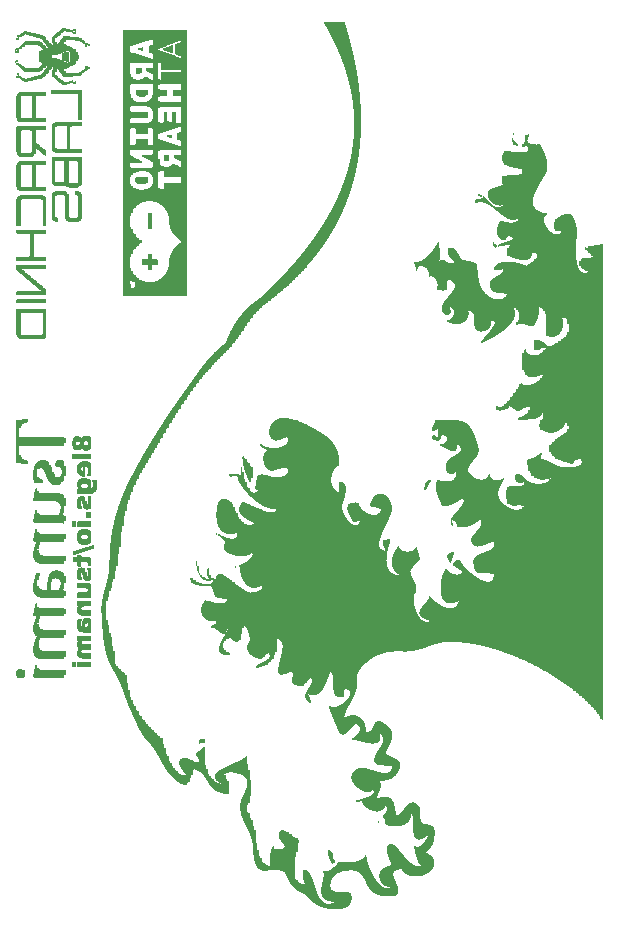
<source format=gbo>
G04 DipTrace 2.4.0.1*
%INtsunami.backsilk.gbo*%
%MOIN*%
%ADD12C,0.001*%
%FSLAX44Y44*%
G04*
G70*
G90*
G75*
G01*
%LNBotSilk*%
%LPD*%
X14337Y35423D2*
D12*
X15027D1*
X14337Y35413D2*
X15027D1*
X14337Y35403D2*
X15027D1*
X14377Y35393D2*
X15027D1*
X14377Y35383D2*
X15027D1*
X14377Y35373D2*
X15027D1*
X14377Y35363D2*
X15027D1*
X14377Y35353D2*
X15027D1*
X14377Y35343D2*
X15027D1*
X14377Y35333D2*
X15027D1*
X14407Y35323D2*
X15067D1*
X14407Y35313D2*
X15067D1*
X14407Y35303D2*
X15067D1*
X14437Y35293D2*
X15067D1*
X14437Y35283D2*
X15067D1*
X14437Y35273D2*
X15067D1*
X14437Y35263D2*
X15067D1*
X14437Y35253D2*
X15067D1*
X14437Y35243D2*
X15067D1*
X14437Y35233D2*
X15067D1*
X5617Y35223D2*
X5707D1*
X14477D2*
X15097D1*
X5617Y35213D2*
X5707D1*
X14477D2*
X15097D1*
X5617Y35203D2*
X5707D1*
X14477D2*
X15097D1*
X5577Y35193D2*
X5837D1*
X5977D2*
X6037D1*
X14477D2*
X15097D1*
X5577Y35183D2*
X5837D1*
X5977D2*
X6037D1*
X14477D2*
X15097D1*
X5577Y35173D2*
X5837D1*
X5977D2*
X6037D1*
X14477D2*
X15097D1*
X5577Y35163D2*
X5837D1*
X5977D2*
X6037D1*
X14477D2*
X15097D1*
X5547Y35153D2*
X5637D1*
X5747D2*
X5967D1*
X6047D2*
X6067D1*
X7647D2*
X9767D1*
X14507D2*
X15097D1*
X5547Y35143D2*
X5637D1*
X5747D2*
X5967D1*
X6047D2*
X6067D1*
X7647D2*
X9767D1*
X14507D2*
X15097D1*
X5547Y35133D2*
X5637D1*
X5747D2*
X5967D1*
X6047D2*
X6067D1*
X7647D2*
X9767D1*
X14507D2*
X15097D1*
X4347Y35123D2*
X4407D1*
X5517D2*
X5607D1*
X5947D2*
X5967D1*
X6047D2*
X6067D1*
X7647D2*
X9767D1*
X14507D2*
X15097D1*
X4347Y35113D2*
X4407D1*
X5517D2*
X5607D1*
X5947D2*
X5967D1*
X6047D2*
X6067D1*
X7647D2*
X9767D1*
X14507D2*
X15097D1*
X4347Y35103D2*
X4407D1*
X5517D2*
X5607D1*
X5947D2*
X5967D1*
X6047D2*
X6067D1*
X7647D2*
X9767D1*
X14507D2*
X15097D1*
X4317Y35093D2*
X4567D1*
X5447D2*
X5567D1*
X5977D2*
X6037D1*
X7647D2*
X9767D1*
X14537D2*
X15127D1*
X4317Y35083D2*
X4567D1*
X5447D2*
X5567D1*
X5977D2*
X6037D1*
X7647D2*
X9767D1*
X14537D2*
X15127D1*
X4317Y35073D2*
X4567D1*
X5447D2*
X5567D1*
X5977D2*
X6037D1*
X7647D2*
X9767D1*
X14537D2*
X15127D1*
X4317Y35063D2*
X4567D1*
X5447D2*
X5567D1*
X5977D2*
X6037D1*
X7647D2*
X9767D1*
X14537D2*
X15127D1*
X4247Y35053D2*
X4367D1*
X4417D2*
X4707D1*
X5417D2*
X5537D1*
X7647D2*
X9767D1*
X14537D2*
X15127D1*
X4247Y35043D2*
X4367D1*
X4417D2*
X4707D1*
X5417D2*
X5537D1*
X7647D2*
X9767D1*
X14537D2*
X15127D1*
X4247Y35033D2*
X4367D1*
X4417D2*
X4707D1*
X5417D2*
X5537D1*
X7647D2*
X9767D1*
X14537D2*
X15127D1*
X4217Y35023D2*
X4307D1*
X4517D2*
X4867D1*
X5377D2*
X5507D1*
X7647D2*
X9767D1*
X14577D2*
X15127D1*
X4217Y35013D2*
X4307D1*
X4517D2*
X4867D1*
X5377D2*
X5507D1*
X7647D2*
X9767D1*
X14577D2*
X15127D1*
X4217Y35003D2*
X4307D1*
X4517D2*
X4867D1*
X5377D2*
X5507D1*
X7647D2*
X9767D1*
X14577D2*
X15127D1*
X4117Y34993D2*
X4237D1*
X4647D2*
X4967D1*
X5347D2*
X5467D1*
X7647D2*
X9767D1*
X14577D2*
X15167D1*
X4117Y34983D2*
X4237D1*
X4647D2*
X4967D1*
X5347D2*
X5467D1*
X7647D2*
X9767D1*
X14577D2*
X15167D1*
X4117Y34973D2*
X4237D1*
X4647D2*
X4967D1*
X5347D2*
X5467D1*
X7647D2*
X9767D1*
X14577D2*
X15167D1*
X4117Y34963D2*
X4237D1*
X4647D2*
X4967D1*
X5347D2*
X5467D1*
X7647D2*
X9767D1*
X14577D2*
X15167D1*
X4147Y34953D2*
X4167D1*
X4747D2*
X5007D1*
X5317D2*
X5407D1*
X5647D2*
X5837D1*
X7647D2*
X9767D1*
X14607D2*
X15167D1*
X4147Y34943D2*
X4167D1*
X4747D2*
X5007D1*
X5317D2*
X5407D1*
X5647D2*
X5837D1*
X7647D2*
X9767D1*
X14607D2*
X15167D1*
X4147Y34933D2*
X4167D1*
X4747D2*
X5007D1*
X5317D2*
X5407D1*
X5647D2*
X5837D1*
X7647D2*
X9767D1*
X14607D2*
X15167D1*
X4877Y34923D2*
X5037D1*
X5277D2*
X5367D1*
X5647D2*
X6167D1*
X7647D2*
X9767D1*
X14607D2*
X15167D1*
X4877Y34913D2*
X5037D1*
X5277D2*
X5367D1*
X5647D2*
X6167D1*
X7647D2*
X9767D1*
X14607D2*
X15167D1*
X4877Y34903D2*
X5037D1*
X5277D2*
X5367D1*
X5647D2*
X6167D1*
X7647D2*
X9767D1*
X14607D2*
X15167D1*
X4077Y34893D2*
X4167D1*
X4947D2*
X5067D1*
X5277D2*
X5367D1*
X5617D2*
X6237D1*
X7647D2*
X9767D1*
X14637D2*
X15167D1*
X4077Y34883D2*
X4167D1*
X4947D2*
X5067D1*
X5277D2*
X5367D1*
X5617D2*
X6237D1*
X7647D2*
X9767D1*
X14637D2*
X15167D1*
X4077Y34873D2*
X4167D1*
X4947D2*
X5067D1*
X5277D2*
X5367D1*
X5617D2*
X6237D1*
X7647D2*
X9767D1*
X14637D2*
X15167D1*
X4077Y34863D2*
X4167D1*
X4947D2*
X5067D1*
X5277D2*
X5367D1*
X5617D2*
X6237D1*
X7647D2*
X9767D1*
X14637D2*
X15167D1*
X4977Y34853D2*
X5067D1*
X5277D2*
X5367D1*
X5577D2*
X5707D1*
X6047D2*
X6267D1*
X7647D2*
X8497D1*
X8647D2*
X9767D1*
X14637D2*
X15197D1*
X4977Y34843D2*
X5067D1*
X5277D2*
X5367D1*
X5577D2*
X5707D1*
X6047D2*
X6267D1*
X7647D2*
X8497D1*
X8647D2*
X9767D1*
X14637D2*
X15197D1*
X4977Y34833D2*
X5067D1*
X5277D2*
X5367D1*
X5577D2*
X5707D1*
X6047D2*
X6267D1*
X7647D2*
X8497D1*
X8647D2*
X9767D1*
X14637D2*
X15197D1*
X4977Y34823D2*
X5107D1*
X5277D2*
X5367D1*
X5547D2*
X5707D1*
X6217D2*
X6307D1*
X7647D2*
X8367D1*
X8647D2*
X9467D1*
X9577D2*
X9767D1*
X14677D2*
X15197D1*
X4977Y34813D2*
X5107D1*
X5277D2*
X5367D1*
X5547D2*
X5707D1*
X6217D2*
X6307D1*
X7647D2*
X8367D1*
X8647D2*
X9467D1*
X9577D2*
X9767D1*
X14677D2*
X15197D1*
X4977Y34803D2*
X5107D1*
X5277D2*
X5367D1*
X5547D2*
X5707D1*
X6217D2*
X6307D1*
X7647D2*
X8367D1*
X8647D2*
X9467D1*
X9577D2*
X9767D1*
X14677D2*
X15197D1*
X4377Y34793D2*
X4837D1*
X5017D2*
X5137D1*
X5277D2*
X5367D1*
X5547D2*
X5667D1*
X6277D2*
X6337D1*
X7647D2*
X8267D1*
X8647D2*
X9367D1*
X9577D2*
X9767D1*
X14677D2*
X15197D1*
X4377Y34783D2*
X4837D1*
X5017D2*
X5137D1*
X5277D2*
X5367D1*
X5547D2*
X5667D1*
X6277D2*
X6337D1*
X7647D2*
X8267D1*
X8647D2*
X9367D1*
X9577D2*
X9767D1*
X14677D2*
X15197D1*
X4377Y34773D2*
X4837D1*
X5017D2*
X5137D1*
X5277D2*
X5367D1*
X5547D2*
X5667D1*
X6277D2*
X6337D1*
X7647D2*
X8267D1*
X8647D2*
X9367D1*
X9577D2*
X9767D1*
X14677D2*
X15197D1*
X4377Y34763D2*
X4837D1*
X5017D2*
X5137D1*
X5277D2*
X5367D1*
X5547D2*
X5667D1*
X6277D2*
X6337D1*
X7647D2*
X8267D1*
X8647D2*
X9367D1*
X9577D2*
X9767D1*
X14677D2*
X15197D1*
X4347Y34753D2*
X4907D1*
X5047D2*
X5167D1*
X5317D2*
X5407D1*
X5517D2*
X5667D1*
X6317D2*
X6367D1*
X7647D2*
X8167D1*
X8647D2*
X9297D1*
X9547D2*
X9767D1*
X14707D2*
X15197D1*
X4347Y34743D2*
X4907D1*
X5047D2*
X5167D1*
X5317D2*
X5407D1*
X5517D2*
X5667D1*
X6317D2*
X6367D1*
X7647D2*
X8167D1*
X8647D2*
X9297D1*
X9547D2*
X9767D1*
X14707D2*
X15197D1*
X4347Y34733D2*
X4907D1*
X5047D2*
X5167D1*
X5317D2*
X5407D1*
X5517D2*
X5667D1*
X6317D2*
X6367D1*
X7647D2*
X8167D1*
X8647D2*
X9297D1*
X9547D2*
X9767D1*
X14707D2*
X15197D1*
X4317Y34723D2*
X4937D1*
X5077D2*
X5207D1*
X5317D2*
X5407D1*
X5477D2*
X5667D1*
X6377D2*
X6467D1*
X7647D2*
X8067D1*
X8647D2*
X9197D1*
X9447D2*
X9767D1*
X14707D2*
X15227D1*
X4317Y34713D2*
X4937D1*
X5077D2*
X5207D1*
X5317D2*
X5407D1*
X5477D2*
X5667D1*
X6377D2*
X6467D1*
X7647D2*
X8067D1*
X8647D2*
X9197D1*
X9447D2*
X9767D1*
X14707D2*
X15227D1*
X4317Y34703D2*
X4937D1*
X5077D2*
X5207D1*
X5317D2*
X5407D1*
X5477D2*
X5667D1*
X6377D2*
X6467D1*
X7647D2*
X8067D1*
X8647D2*
X9197D1*
X9447D2*
X9767D1*
X14707D2*
X15227D1*
X4277Y34693D2*
X4367D1*
X4817D2*
X4967D1*
X5077D2*
X5237D1*
X5317D2*
X5407D1*
X5447D2*
X5707D1*
X6377D2*
X6407D1*
X6477D2*
X6507D1*
X7647D2*
X7967D1*
X8647D2*
X9097D1*
X9377D2*
X9767D1*
X14737D2*
X15227D1*
X4277Y34683D2*
X4367D1*
X4817D2*
X4967D1*
X5077D2*
X5237D1*
X5317D2*
X5408D1*
X5446D2*
X5707D1*
X6377D2*
X6407D1*
X6477D2*
X6507D1*
X7647D2*
X7967D1*
X8647D2*
X9097D1*
X9377D2*
X9767D1*
X14737D2*
X15227D1*
X4277Y34673D2*
X4367D1*
X4817D2*
X4967D1*
X5077D2*
X5237D1*
X5317D2*
X5411D1*
X5443D2*
X5707D1*
X6377D2*
X6407D1*
X6477D2*
X6507D1*
X7647D2*
X7967D1*
X8647D2*
X9097D1*
X9377D2*
X9767D1*
X14737D2*
X15227D1*
X4277Y34663D2*
X4367D1*
X4817D2*
X4967D1*
X5077D2*
X5237D1*
X5317D2*
X5423D1*
X5431D2*
X5707D1*
X6377D2*
X6407D1*
X6477D2*
X6507D1*
X7647D2*
X7967D1*
X8647D2*
X9097D1*
X9377D2*
X9767D1*
X14737D2*
X15227D1*
X4247Y34653D2*
X4337D1*
X4877D2*
X5007D1*
X5117D2*
X5267D1*
X5316D2*
X5767D1*
X6377D2*
X6407D1*
X7647D2*
X7867D1*
X8547D2*
X9037D1*
X9247D2*
X9297D1*
X9377D2*
X9767D1*
X14737D2*
X15227D1*
X4247Y34643D2*
X4337D1*
X4877D2*
X5007D1*
X5117D2*
X5272D1*
X5312D2*
X5767D1*
X6377D2*
X6407D1*
X7647D2*
X7867D1*
X8547D2*
X9037D1*
X9247D2*
X9297D1*
X9377D2*
X9767D1*
X14737D2*
X15227D1*
X4247Y34633D2*
X4337D1*
X4877D2*
X5007D1*
X5117D2*
X5288D1*
X5296D2*
X5767D1*
X6377D2*
X6407D1*
X7647D2*
X7867D1*
X8547D2*
X9037D1*
X9247D2*
X9297D1*
X9377D2*
X9767D1*
X14737D2*
X15227D1*
X4217Y34623D2*
X4267D1*
X4917D2*
X5037D1*
X5147D2*
X5837D1*
X7647D2*
X7867D1*
X8507D2*
X8937D1*
X9177D2*
X9297D1*
X9377D2*
X9767D1*
X14777D2*
X15227D1*
X4217Y34613D2*
X4267D1*
X4917D2*
X5037D1*
X5147D2*
X5837D1*
X7647D2*
X7867D1*
X8507D2*
X8937D1*
X9177D2*
X9297D1*
X9377D2*
X9767D1*
X14777D2*
X15227D1*
X4217Y34603D2*
X4267D1*
X4917D2*
X5037D1*
X5147D2*
X5837D1*
X7647D2*
X7867D1*
X8507D2*
X8937D1*
X9177D2*
X9297D1*
X9377D2*
X9767D1*
X14777D2*
X15227D1*
X4177Y34593D2*
X4237D1*
X4947D2*
X5067D1*
X5177D2*
X5907D1*
X7647D2*
X7867D1*
X8277D2*
X8297D1*
X8507D2*
X8837D1*
X9077D2*
X9297D1*
X9377D2*
X9767D1*
X14777D2*
X15267D1*
X4177Y34583D2*
X4237D1*
X4947D2*
X5067D1*
X5177D2*
X5907D1*
X7647D2*
X7867D1*
X8277D2*
X8297D1*
X8507D2*
X8837D1*
X9077D2*
X9297D1*
X9377D2*
X9767D1*
X14777D2*
X15267D1*
X4177Y34573D2*
X4237D1*
X4947D2*
X5067D1*
X5177D2*
X5907D1*
X7647D2*
X7867D1*
X8277D2*
X8297D1*
X8507D2*
X8837D1*
X9077D2*
X9297D1*
X9377D2*
X9767D1*
X14777D2*
X15267D1*
X4177Y34563D2*
X4237D1*
X4947D2*
X5067D1*
X5177D2*
X5907D1*
X7647D2*
X7867D1*
X8277D2*
X8297D1*
X8507D2*
X8837D1*
X9077D2*
X9297D1*
X9377D2*
X9767D1*
X14777D2*
X15267D1*
X4077Y34553D2*
X4167D1*
X4977D2*
X5137D1*
X5176D2*
X5967D1*
X7647D2*
X7867D1*
X8147D2*
X8297D1*
X8507D2*
X8797D1*
X8977D2*
X9297D1*
X9377D2*
X9767D1*
X14807D2*
X15267D1*
X4077Y34543D2*
X4167D1*
X4977D2*
X5141D1*
X5173D2*
X5967D1*
X7647D2*
X7867D1*
X8147D2*
X8297D1*
X8507D2*
X8797D1*
X8977D2*
X9297D1*
X9377D2*
X9767D1*
X14807D2*
X15267D1*
X4077Y34533D2*
X4167D1*
X4977D2*
X5153D1*
X5161D2*
X5967D1*
X7647D2*
X7867D1*
X8147D2*
X8297D1*
X8507D2*
X8797D1*
X8977D2*
X9297D1*
X9377D2*
X9767D1*
X14807D2*
X15267D1*
X4047Y34523D2*
X4067D1*
X4117D2*
X4137D1*
X4977D2*
X6037D1*
X7647D2*
X7867D1*
X8247D2*
X8297D1*
X8507D2*
X8797D1*
X9007D2*
X9297D1*
X9377D2*
X9767D1*
X14807D2*
X15267D1*
X4047Y34513D2*
X4067D1*
X4117D2*
X4137D1*
X4977D2*
X6037D1*
X7647D2*
X7867D1*
X8247D2*
X8297D1*
X8507D2*
X8797D1*
X9007D2*
X9297D1*
X9377D2*
X9767D1*
X14807D2*
X15267D1*
X4047Y34503D2*
X4067D1*
X4117D2*
X4137D1*
X4977D2*
X6037D1*
X7647D2*
X7867D1*
X8247D2*
X8297D1*
X8507D2*
X8797D1*
X9007D2*
X9297D1*
X9377D2*
X9767D1*
X14807D2*
X15267D1*
X4917Y34493D2*
X5707D1*
X5847D2*
X6067D1*
X7647D2*
X7867D1*
X8507D2*
X8867D1*
X9107D2*
X9297D1*
X9377D2*
X9767D1*
X14807D2*
X15267D1*
X4917Y34483D2*
X5707D1*
X5847D2*
X6067D1*
X7647D2*
X7867D1*
X8507D2*
X8867D1*
X9107D2*
X9297D1*
X9377D2*
X9767D1*
X14807D2*
X15267D1*
X4917Y34473D2*
X5707D1*
X5847D2*
X6067D1*
X7647D2*
X7867D1*
X8507D2*
X8867D1*
X9107D2*
X9297D1*
X9377D2*
X9767D1*
X14807D2*
X15267D1*
X4917Y34463D2*
X5707D1*
X5847D2*
X6067D1*
X7647D2*
X7867D1*
X8507D2*
X8867D1*
X9107D2*
X9297D1*
X9377D2*
X9767D1*
X14807D2*
X15267D1*
X4047Y34453D2*
X4137D1*
X4847D2*
X5607D1*
X5877D2*
X6067D1*
X7647D2*
X7867D1*
X8507D2*
X8937D1*
X9207D2*
X9297D1*
X9377D2*
X9767D1*
X14837D2*
X15297D1*
X4047Y34443D2*
X4137D1*
X4847D2*
X5607D1*
X5877D2*
X6067D1*
X7647D2*
X7867D1*
X8507D2*
X8937D1*
X9207D2*
X9297D1*
X9377D2*
X9767D1*
X14837D2*
X15297D1*
X4047Y34433D2*
X4137D1*
X4847D2*
X5607D1*
X5877D2*
X6067D1*
X7647D2*
X7867D1*
X8507D2*
X8937D1*
X9207D2*
X9297D1*
X9377D2*
X9767D1*
X14837D2*
X15297D1*
X4847Y34423D2*
X5537D1*
X5677D2*
X5807D1*
X5877D2*
X6107D1*
X7647D2*
X7897D1*
X8607D2*
X9037D1*
X9377D2*
X9767D1*
X14837D2*
X15297D1*
X4847Y34413D2*
X5537D1*
X5677D2*
X5807D1*
X5877D2*
X6107D1*
X7647D2*
X7897D1*
X8607D2*
X9037D1*
X9377D2*
X9767D1*
X14837D2*
X15297D1*
X4847Y34403D2*
X5537D1*
X5677D2*
X5807D1*
X5877D2*
X6107D1*
X7647D2*
X7897D1*
X8607D2*
X9037D1*
X9377D2*
X9767D1*
X14837D2*
X15297D1*
X4847Y34393D2*
X5437D1*
X5617D2*
X5807D1*
X5877D2*
X6107D1*
X7647D2*
X8037D1*
X8647D2*
X9137D1*
X9407D2*
X9767D1*
X14877D2*
X15297D1*
X4847Y34383D2*
X5437D1*
X5617D2*
X5807D1*
X5877D2*
X6107D1*
X7647D2*
X8037D1*
X8647D2*
X9137D1*
X9407D2*
X9767D1*
X14877D2*
X15297D1*
X4847Y34373D2*
X5437D1*
X5617D2*
X5807D1*
X5877D2*
X6107D1*
X7647D2*
X8037D1*
X8647D2*
X9137D1*
X9407D2*
X9767D1*
X14877D2*
X15297D1*
X4847Y34363D2*
X5437D1*
X5617D2*
X5807D1*
X5877D2*
X6107D1*
X7647D2*
X8037D1*
X8647D2*
X9137D1*
X9407D2*
X9767D1*
X14877D2*
X15297D1*
X4847Y34353D2*
X5237D1*
X5617D2*
X5807D1*
X5877D2*
X6107D1*
X7647D2*
X8137D1*
X8647D2*
X9237D1*
X9477D2*
X9767D1*
X14877D2*
X15297D1*
X4847Y34343D2*
X5237D1*
X5617D2*
X5807D1*
X5877D2*
X6107D1*
X7647D2*
X8137D1*
X8647D2*
X9237D1*
X9477D2*
X9767D1*
X14877D2*
X15297D1*
X4847Y34333D2*
X5237D1*
X5617D2*
X5807D1*
X5877D2*
X6107D1*
X7647D2*
X8137D1*
X8647D2*
X9237D1*
X9477D2*
X9767D1*
X14877D2*
X15297D1*
X4847Y34323D2*
X5237D1*
X5617D2*
X5807D1*
X5877D2*
X6137D1*
X7647D2*
X8237D1*
X8647D2*
X9337D1*
X9577D2*
X9767D1*
X14907D2*
X15327D1*
X4847Y34313D2*
X5237D1*
X5617D2*
X5807D1*
X5877D2*
X6137D1*
X7647D2*
X8237D1*
X8647D2*
X9337D1*
X9577D2*
X9767D1*
X14907D2*
X15327D1*
X4847Y34303D2*
X5237D1*
X5617D2*
X5807D1*
X5877D2*
X6137D1*
X7647D2*
X8237D1*
X8647D2*
X9337D1*
X9577D2*
X9767D1*
X14907D2*
X15327D1*
X4847Y34293D2*
X5237D1*
X5617D2*
X5807D1*
X5877D2*
X6137D1*
X7647D2*
X8337D1*
X8647D2*
X9397D1*
X9577D2*
X9767D1*
X14907D2*
X15327D1*
X4847Y34283D2*
X5237D1*
X5617D2*
X5807D1*
X5877D2*
X6137D1*
X7647D2*
X8337D1*
X8647D2*
X9397D1*
X9577D2*
X9767D1*
X14907D2*
X15327D1*
X4847Y34273D2*
X5237D1*
X5617D2*
X5807D1*
X5877D2*
X6137D1*
X7647D2*
X8337D1*
X8647D2*
X9397D1*
X9577D2*
X9767D1*
X14907D2*
X15327D1*
X4847Y34263D2*
X5237D1*
X5617D2*
X5807D1*
X5877D2*
X6137D1*
X7647D2*
X8337D1*
X8647D2*
X9397D1*
X9577D2*
X9767D1*
X14907D2*
X15327D1*
X4847Y34253D2*
X5237D1*
X5617D2*
X5807D1*
X5877D2*
X6137D1*
X7647D2*
X8437D1*
X8647D2*
X9497D1*
X9577D2*
X9767D1*
X14907D2*
X15327D1*
X4847Y34243D2*
X5237D1*
X5617D2*
X5807D1*
X5877D2*
X6137D1*
X7647D2*
X8437D1*
X8647D2*
X9497D1*
X9577D2*
X9767D1*
X14907D2*
X15327D1*
X4847Y34233D2*
X5237D1*
X5617D2*
X5807D1*
X5877D2*
X6137D1*
X7647D2*
X8437D1*
X8647D2*
X9497D1*
X9577D2*
X9767D1*
X14907D2*
X15327D1*
X4847Y34223D2*
X5238D1*
X5277D2*
X5407D1*
X5617D2*
X5807D1*
X5877D2*
X6107D1*
X7647D2*
X8537D1*
X8647D2*
X9767D1*
X14937D2*
X15327D1*
X4847Y34213D2*
X5241D1*
X5273D2*
X5407D1*
X5617D2*
X5807D1*
X5877D2*
X6107D1*
X7647D2*
X8537D1*
X8647D2*
X9767D1*
X14937D2*
X15327D1*
X4847Y34203D2*
X5253D1*
X5261D2*
X5407D1*
X5617D2*
X5807D1*
X5877D2*
X6107D1*
X7647D2*
X8537D1*
X8647D2*
X9767D1*
X14937D2*
X15327D1*
X4847Y34193D2*
X5507D1*
X5647D2*
X5807D1*
X5877D2*
X6107D1*
X7647D2*
X9767D1*
X14937D2*
X15327D1*
X4847Y34183D2*
X5507D1*
X5647D2*
X5807D1*
X5877D2*
X6107D1*
X7647D2*
X9767D1*
X14937D2*
X15327D1*
X4847Y34173D2*
X5507D1*
X5647D2*
X5807D1*
X5877D2*
X6107D1*
X7647D2*
X9767D1*
X14937D2*
X15327D1*
X4847Y34163D2*
X5507D1*
X5647D2*
X5807D1*
X5877D2*
X6107D1*
X7647D2*
X9767D1*
X14937D2*
X15327D1*
X4077Y34153D2*
X4107D1*
X4847D2*
X5607D1*
X5747D2*
X5807D1*
X5877D2*
X6067D1*
X7647D2*
X9767D1*
X14937D2*
X15367D1*
X4077Y34143D2*
X4107D1*
X4847D2*
X5607D1*
X5747D2*
X5807D1*
X5877D2*
X6067D1*
X7647D2*
X9767D1*
X14937D2*
X15367D1*
X4077Y34133D2*
X4107D1*
X4847D2*
X5607D1*
X5747D2*
X5807D1*
X5877D2*
X6067D1*
X7647D2*
X9767D1*
X14937D2*
X15367D1*
X4047Y34123D2*
X4067D1*
X4917D2*
X5667D1*
X5877D2*
X6067D1*
X7647D2*
X8837D1*
X8877D2*
X9767D1*
X14977D2*
X15367D1*
X4047Y34113D2*
X4067D1*
X4917D2*
X5667D1*
X5877D2*
X6067D1*
X7647D2*
X8837D1*
X8877D2*
X9767D1*
X14977D2*
X15367D1*
X4047Y34103D2*
X4067D1*
X4917D2*
X5667D1*
X5877D2*
X6067D1*
X7647D2*
X8837D1*
X8877D2*
X9767D1*
X14977D2*
X15367D1*
X4947Y34093D2*
X5767D1*
X5817D2*
X6037D1*
X7647D2*
X7867D1*
X8647D2*
X8797D1*
X8907D2*
X9767D1*
X14977D2*
X15367D1*
X4947Y34083D2*
X5768D1*
X5816D2*
X6037D1*
X7647D2*
X7867D1*
X8647D2*
X8797D1*
X8907D2*
X9767D1*
X14977D2*
X15367D1*
X4947Y34073D2*
X5772D1*
X5812D2*
X6037D1*
X7647D2*
X7867D1*
X8647D2*
X8797D1*
X8907D2*
X9767D1*
X14977D2*
X15367D1*
X4947Y34063D2*
X5788D1*
X5796D2*
X6037D1*
X7647D2*
X7867D1*
X8647D2*
X8797D1*
X8907D2*
X9767D1*
X14977D2*
X15367D1*
X4077Y34053D2*
X4167D1*
X4977D2*
X5137D1*
X5217D2*
X6007D1*
X7647D2*
X7867D1*
X8647D2*
X8797D1*
X8907D2*
X9767D1*
X15007D2*
X15367D1*
X4077Y34043D2*
X4167D1*
X4977D2*
X5137D1*
X5217D2*
X6007D1*
X7647D2*
X7867D1*
X8647D2*
X8797D1*
X8907D2*
X9767D1*
X15007D2*
X15367D1*
X4077Y34033D2*
X4167D1*
X4977D2*
X5137D1*
X5217D2*
X6007D1*
X7647D2*
X7867D1*
X8647D2*
X8797D1*
X8907D2*
X9767D1*
X15007D2*
X15367D1*
X4147Y34023D2*
X4207D1*
X4947D2*
X5107D1*
X5177D2*
X5937D1*
X7647D2*
X7867D1*
X8647D2*
X8797D1*
X8907D2*
X9767D1*
X15007D2*
X15367D1*
X4147Y34013D2*
X4207D1*
X4947D2*
X5107D1*
X5177D2*
X5937D1*
X7647D2*
X7867D1*
X8647D2*
X8797D1*
X8907D2*
X9767D1*
X15007D2*
X15367D1*
X4147Y34003D2*
X4207D1*
X4947D2*
X5107D1*
X5177D2*
X5937D1*
X7647D2*
X7867D1*
X8647D2*
X8797D1*
X8907D2*
X9767D1*
X15007D2*
X15367D1*
X4177Y33993D2*
X4267D1*
X4917D2*
X5067D1*
X5147D2*
X5867D1*
X7647D2*
X7867D1*
X8647D2*
X8797D1*
X8907D2*
X9767D1*
X15007D2*
X15397D1*
X4177Y33983D2*
X4267D1*
X4917D2*
X5067D1*
X5147D2*
X5867D1*
X7647D2*
X7867D1*
X8647D2*
X8797D1*
X8907D2*
X9767D1*
X15007D2*
X15397D1*
X4177Y33973D2*
X4267D1*
X4917D2*
X5067D1*
X5147D2*
X5867D1*
X7647D2*
X7867D1*
X8647D2*
X8797D1*
X8907D2*
X9767D1*
X15007D2*
X15397D1*
X4177Y33963D2*
X4267D1*
X4917D2*
X5067D1*
X5147D2*
X5867D1*
X7647D2*
X7867D1*
X8647D2*
X8797D1*
X8907D2*
X9767D1*
X15007D2*
X15397D1*
X4217Y33953D2*
X4307D1*
X4877D2*
X5037D1*
X5117D2*
X5267D1*
X5317D2*
X5807D1*
X6377D2*
X6467D1*
X7647D2*
X7867D1*
X8647D2*
X8797D1*
X8907D2*
X9767D1*
X15037D2*
X15397D1*
X4217Y33943D2*
X4307D1*
X4877D2*
X5037D1*
X5117D2*
X5267D1*
X5317D2*
X5807D1*
X6377D2*
X6467D1*
X7647D2*
X7867D1*
X8647D2*
X8797D1*
X8907D2*
X9767D1*
X15037D2*
X15397D1*
X4217Y33933D2*
X4307D1*
X4877D2*
X5037D1*
X5117D2*
X5267D1*
X5317D2*
X5807D1*
X6377D2*
X6467D1*
X7647D2*
X7867D1*
X8647D2*
X8797D1*
X8907D2*
X9767D1*
X15037D2*
X15397D1*
X4247Y33923D2*
X4367D1*
X4847D2*
X4967D1*
X5117D2*
X5237D1*
X5317D2*
X5407D1*
X5447D2*
X5737D1*
X6377D2*
X6507D1*
X7647D2*
X7867D1*
X8647D2*
X8797D1*
X8907D2*
X9767D1*
X15037D2*
X15397D1*
X4247Y33913D2*
X4367D1*
X4847D2*
X4967D1*
X5117D2*
X5237D1*
X5317D2*
X5407D1*
X5447D2*
X5737D1*
X6377D2*
X6507D1*
X7647D2*
X7867D1*
X8647D2*
X8797D1*
X8907D2*
X9767D1*
X15037D2*
X15397D1*
X4247Y33903D2*
X4367D1*
X4847D2*
X4967D1*
X5117D2*
X5237D1*
X5317D2*
X5407D1*
X5447D2*
X5737D1*
X6377D2*
X6507D1*
X7647D2*
X7867D1*
X8647D2*
X8797D1*
X8907D2*
X9767D1*
X15037D2*
X15397D1*
X4277Y33893D2*
X4937D1*
X5077D2*
X5207D1*
X5317D2*
X5407D1*
X5477D2*
X5667D1*
X6377D2*
X6467D1*
X7647D2*
X7867D1*
X8077D2*
X8237D1*
X8407D2*
X8797D1*
X8907D2*
X9767D1*
X15037D2*
X15397D1*
X4277Y33883D2*
X4937D1*
X5077D2*
X5207D1*
X5317D2*
X5407D1*
X5477D2*
X5667D1*
X6377D2*
X6467D1*
X7647D2*
X7867D1*
X8077D2*
X8237D1*
X8407D2*
X8797D1*
X8907D2*
X9767D1*
X15037D2*
X15397D1*
X4277Y33873D2*
X4937D1*
X5077D2*
X5207D1*
X5317D2*
X5407D1*
X5477D2*
X5667D1*
X6377D2*
X6467D1*
X7647D2*
X7867D1*
X8077D2*
X8237D1*
X8407D2*
X8797D1*
X8907D2*
X9767D1*
X15037D2*
X15397D1*
X4277Y33863D2*
X4937D1*
X5077D2*
X5207D1*
X5317D2*
X5407D1*
X5477D2*
X5667D1*
X6377D2*
X6467D1*
X7647D2*
X7867D1*
X8077D2*
X8237D1*
X8407D2*
X8797D1*
X8907D2*
X9767D1*
X15037D2*
X15397D1*
X4317Y33853D2*
X4907D1*
X5047D2*
X5167D1*
X5317D2*
X5407D1*
X5517D2*
X5667D1*
X6347D2*
X6407D1*
X7647D2*
X7867D1*
X8077D2*
X8237D1*
X8407D2*
X8797D1*
X9577D2*
X9767D1*
X15077D2*
X15397D1*
X4317Y33843D2*
X4907D1*
X5047D2*
X5167D1*
X5317D2*
X5407D1*
X5517D2*
X5667D1*
X6347D2*
X6407D1*
X7647D2*
X7867D1*
X8077D2*
X8237D1*
X8407D2*
X8797D1*
X9577D2*
X9767D1*
X15077D2*
X15397D1*
X4317Y33833D2*
X4907D1*
X5047D2*
X5167D1*
X5317D2*
X5407D1*
X5517D2*
X5667D1*
X6347D2*
X6407D1*
X7647D2*
X7867D1*
X8077D2*
X8237D1*
X8407D2*
X8797D1*
X9577D2*
X9767D1*
X15077D2*
X15397D1*
X4347Y33823D2*
X4867D1*
X5017D2*
X5137D1*
X5277D2*
X5407D1*
X5517D2*
X5667D1*
X6277D2*
X6337D1*
X7647D2*
X7867D1*
X8077D2*
X8237D1*
X8447D2*
X8797D1*
X9577D2*
X9767D1*
X15077D2*
X15427D1*
X4347Y33813D2*
X4867D1*
X5017D2*
X5137D1*
X5277D2*
X5407D1*
X5517D2*
X5667D1*
X6277D2*
X6337D1*
X7647D2*
X7867D1*
X8077D2*
X8237D1*
X8447D2*
X8797D1*
X9577D2*
X9767D1*
X15077D2*
X15427D1*
X4347Y33803D2*
X4867D1*
X5017D2*
X5137D1*
X5277D2*
X5407D1*
X5517D2*
X5667D1*
X6277D2*
X6337D1*
X7647D2*
X7867D1*
X8077D2*
X8237D1*
X8447D2*
X8797D1*
X9577D2*
X9767D1*
X15077D2*
X15427D1*
X5017Y33793D2*
X5137D1*
X5277D2*
X5367D1*
X5547D2*
X5707D1*
X6247D2*
X6307D1*
X7647D2*
X7867D1*
X8077D2*
X8237D1*
X8507D2*
X8797D1*
X9577D2*
X9767D1*
X15077D2*
X15427D1*
X5017Y33783D2*
X5137D1*
X5277D2*
X5367D1*
X5547D2*
X5707D1*
X6247D2*
X6307D1*
X7647D2*
X7867D1*
X8077D2*
X8237D1*
X8507D2*
X8797D1*
X9577D2*
X9767D1*
X15077D2*
X15427D1*
X5017Y33773D2*
X5137D1*
X5277D2*
X5367D1*
X5547D2*
X5707D1*
X6247D2*
X6307D1*
X7647D2*
X7867D1*
X8077D2*
X8237D1*
X8507D2*
X8797D1*
X9577D2*
X9767D1*
X15077D2*
X15427D1*
X5017Y33763D2*
X5137D1*
X5277D2*
X5367D1*
X5547D2*
X5707D1*
X6247D2*
X6307D1*
X7647D2*
X7867D1*
X8077D2*
X8237D1*
X8507D2*
X8797D1*
X9577D2*
X9767D1*
X15077D2*
X15427D1*
X4977Y33753D2*
X5107D1*
X5277D2*
X5367D1*
X5577D2*
X5707D1*
X6177D2*
X6267D1*
X7647D2*
X7867D1*
X8077D2*
X8197D1*
X8577D2*
X8797D1*
X8907D2*
X9767D1*
X15077D2*
X15427D1*
X4977Y33743D2*
X5107D1*
X5277D2*
X5367D1*
X5577D2*
X5707D1*
X6177D2*
X6267D1*
X7647D2*
X7867D1*
X8077D2*
X8197D1*
X8577D2*
X8797D1*
X8907D2*
X9767D1*
X15077D2*
X15427D1*
X4977Y33733D2*
X5107D1*
X5277D2*
X5367D1*
X5577D2*
X5707D1*
X6177D2*
X6267D1*
X7647D2*
X7867D1*
X8077D2*
X8197D1*
X8577D2*
X8797D1*
X8907D2*
X9767D1*
X15077D2*
X15427D1*
X4117Y33723D2*
X4137D1*
X4947D2*
X5067D1*
X5277D2*
X5367D1*
X5617D2*
X6237D1*
X7647D2*
X7867D1*
X8647D2*
X8797D1*
X8907D2*
X9767D1*
X15107D2*
X15427D1*
X4117Y33713D2*
X4137D1*
X4947D2*
X5067D1*
X5277D2*
X5367D1*
X5617D2*
X6237D1*
X7647D2*
X7867D1*
X8647D2*
X8797D1*
X8907D2*
X9767D1*
X15107D2*
X15427D1*
X4117Y33703D2*
X4137D1*
X4947D2*
X5067D1*
X5277D2*
X5367D1*
X5617D2*
X6237D1*
X7647D2*
X7867D1*
X8647D2*
X8797D1*
X8907D2*
X9767D1*
X15107D2*
X15427D1*
X4147Y33693D2*
X4167D1*
X4917D2*
X5037D1*
X5277D2*
X5367D1*
X5617D2*
X6207D1*
X7647D2*
X7897D1*
X8647D2*
X8797D1*
X8907D2*
X9767D1*
X15107D2*
X15427D1*
X4147Y33683D2*
X4167D1*
X4917D2*
X5037D1*
X5277D2*
X5367D1*
X5617D2*
X6207D1*
X7647D2*
X7897D1*
X8647D2*
X8797D1*
X8907D2*
X9767D1*
X15107D2*
X15427D1*
X4147Y33673D2*
X4167D1*
X4917D2*
X5037D1*
X5277D2*
X5367D1*
X5617D2*
X6207D1*
X7647D2*
X7897D1*
X8647D2*
X8797D1*
X8907D2*
X9767D1*
X15107D2*
X15427D1*
X4147Y33663D2*
X4167D1*
X4917D2*
X5037D1*
X5277D2*
X5367D1*
X5617D2*
X6207D1*
X7647D2*
X7897D1*
X8647D2*
X8797D1*
X8907D2*
X9767D1*
X15107D2*
X15427D1*
X4817Y33653D2*
X5007D1*
X5277D2*
X5407D1*
X5647D2*
X5937D1*
X7647D2*
X7897D1*
X8647D2*
X8797D1*
X8907D2*
X9767D1*
X15107D2*
X15427D1*
X4817Y33643D2*
X5007D1*
X5277D2*
X5407D1*
X5647D2*
X5937D1*
X7647D2*
X7897D1*
X8647D2*
X8797D1*
X8907D2*
X9767D1*
X15107D2*
X15427D1*
X4817Y33633D2*
X5007D1*
X5277D2*
X5407D1*
X5647D2*
X5937D1*
X7647D2*
X7897D1*
X8647D2*
X8797D1*
X8907D2*
X9767D1*
X15107D2*
X15427D1*
X4077Y33623D2*
X4207D1*
X4677D2*
X4967D1*
X5347D2*
X5437D1*
X7647D2*
X7897D1*
X8647D2*
X8797D1*
X8907D2*
X9767D1*
X15137D2*
X15467D1*
X4077Y33613D2*
X4207D1*
X4677D2*
X4967D1*
X5347D2*
X5437D1*
X7647D2*
X7897D1*
X8647D2*
X8797D1*
X8907D2*
X9767D1*
X15137D2*
X15467D1*
X4077Y33603D2*
X4207D1*
X4677D2*
X4967D1*
X5347D2*
X5437D1*
X7647D2*
X7897D1*
X8647D2*
X8797D1*
X8907D2*
X9767D1*
X15137D2*
X15467D1*
X4217Y33593D2*
X4267D1*
X4577D2*
X4907D1*
X5377D2*
X5467D1*
X7647D2*
X7937D1*
X8347D2*
X8437D1*
X8647D2*
X8797D1*
X8907D2*
X9767D1*
X15137D2*
X15467D1*
X4217Y33583D2*
X4267D1*
X4577D2*
X4907D1*
X5377D2*
X5467D1*
X7647D2*
X7937D1*
X8347D2*
X8437D1*
X8647D2*
X8797D1*
X8907D2*
X9767D1*
X15137D2*
X15467D1*
X4217Y33573D2*
X4267D1*
X4577D2*
X4907D1*
X5377D2*
X5467D1*
X7647D2*
X7937D1*
X8347D2*
X8437D1*
X8647D2*
X8797D1*
X8907D2*
X9767D1*
X15137D2*
X15467D1*
X4217Y33563D2*
X4267D1*
X4577D2*
X4907D1*
X5377D2*
X5467D1*
X7647D2*
X7937D1*
X8347D2*
X8437D1*
X8647D2*
X8797D1*
X8907D2*
X9767D1*
X15137D2*
X15467D1*
X4247Y33553D2*
X4337D1*
X4447D2*
X4767D1*
X5417D2*
X5507D1*
X7647D2*
X7967D1*
X8307D2*
X8497D1*
X8647D2*
X8797D1*
X8907D2*
X9767D1*
X15137D2*
X15467D1*
X4247Y33543D2*
X4337D1*
X4447D2*
X4767D1*
X5417D2*
X5507D1*
X7647D2*
X7967D1*
X8307D2*
X8497D1*
X8647D2*
X8797D1*
X8907D2*
X9767D1*
X15137D2*
X15467D1*
X4247Y33533D2*
X4337D1*
X4447D2*
X4767D1*
X5417D2*
X5507D1*
X7647D2*
X7967D1*
X8307D2*
X8497D1*
X8647D2*
X8797D1*
X8907D2*
X9767D1*
X15137D2*
X15467D1*
X4277Y33523D2*
X4607D1*
X5447D2*
X5567D1*
X7647D2*
X8067D1*
X8207D2*
X8567D1*
X8647D2*
X8837D1*
X8907D2*
X9767D1*
X15137D2*
X15467D1*
X4277Y33513D2*
X4607D1*
X5447D2*
X5567D1*
X7647D2*
X8067D1*
X8207D2*
X8567D1*
X8647D2*
X8837D1*
X8907D2*
X9767D1*
X15137D2*
X15467D1*
X4277Y33503D2*
X4607D1*
X5447D2*
X5567D1*
X7647D2*
X8067D1*
X8207D2*
X8567D1*
X8647D2*
X8837D1*
X8907D2*
X9767D1*
X15137D2*
X15467D1*
X4347Y33493D2*
X4467D1*
X5477D2*
X5607D1*
X5947D2*
X5967D1*
X7647D2*
X9767D1*
X15177D2*
X15467D1*
X4347Y33483D2*
X4467D1*
X5477D2*
X5607D1*
X5947D2*
X5967D1*
X7647D2*
X9767D1*
X15177D2*
X15467D1*
X4347Y33473D2*
X4467D1*
X5477D2*
X5607D1*
X5947D2*
X5967D1*
X7647D2*
X9767D1*
X15177D2*
X15467D1*
X4347Y33463D2*
X4467D1*
X5477D2*
X5607D1*
X5947D2*
X5967D1*
X7647D2*
X9767D1*
X15177D2*
X15467D1*
X5517Y33453D2*
X5637D1*
X5847D2*
X5967D1*
X6047D2*
X6067D1*
X7647D2*
X9767D1*
X15177D2*
X15467D1*
X5517Y33443D2*
X5637D1*
X5847D2*
X5967D1*
X6047D2*
X6067D1*
X7647D2*
X9767D1*
X15177D2*
X15467D1*
X5517Y33433D2*
X5637D1*
X5847D2*
X5967D1*
X6047D2*
X6067D1*
X7647D2*
X9767D1*
X15177D2*
X15467D1*
X5577Y33423D2*
X5867D1*
X5977D2*
X6037D1*
X7647D2*
X9767D1*
X15177D2*
X15467D1*
X5577Y33413D2*
X5867D1*
X5977D2*
X6037D1*
X7647D2*
X9767D1*
X15177D2*
X15467D1*
X5577Y33403D2*
X5867D1*
X5977D2*
X6037D1*
X7647D2*
X9767D1*
X15177D2*
X15467D1*
X5617Y33393D2*
X5737D1*
X7647D2*
X7897D1*
X8647D2*
X8837D1*
X9577D2*
X9767D1*
X15177D2*
X15497D1*
X5617Y33383D2*
X5737D1*
X7647D2*
X7897D1*
X8647D2*
X8837D1*
X9577D2*
X9767D1*
X15177D2*
X15497D1*
X5617Y33373D2*
X5737D1*
X7647D2*
X7897D1*
X8647D2*
X8837D1*
X9577D2*
X9767D1*
X15177D2*
X15497D1*
X5617Y33363D2*
X5737D1*
X7647D2*
X7897D1*
X8647D2*
X8837D1*
X9577D2*
X9767D1*
X15177D2*
X15497D1*
X7647Y33353D2*
X7867D1*
X8647D2*
X8797D1*
X9577D2*
X9767D1*
X15207D2*
X15497D1*
X7647Y33343D2*
X7867D1*
X8647D2*
X8797D1*
X9577D2*
X9767D1*
X15207D2*
X15497D1*
X7647Y33333D2*
X7867D1*
X8647D2*
X8797D1*
X9577D2*
X9767D1*
X15207D2*
X15497D1*
X7647Y33323D2*
X7867D1*
X8647D2*
X8797D1*
X9577D2*
X9767D1*
X15207D2*
X15497D1*
X7647Y33313D2*
X7867D1*
X8647D2*
X8797D1*
X9577D2*
X9767D1*
X15207D2*
X15497D1*
X7647Y33303D2*
X7867D1*
X8647D2*
X8797D1*
X9577D2*
X9767D1*
X15207D2*
X15497D1*
X7647Y33293D2*
X7867D1*
X8647D2*
X8797D1*
X9577D2*
X9767D1*
X15207D2*
X15497D1*
X7647Y33283D2*
X7867D1*
X8647D2*
X8797D1*
X9577D2*
X9767D1*
X15207D2*
X15497D1*
X7647Y33273D2*
X7867D1*
X8647D2*
X8797D1*
X9577D2*
X9767D1*
X15207D2*
X15497D1*
X7647Y33263D2*
X7867D1*
X8647D2*
X8797D1*
X9577D2*
X9767D1*
X15207D2*
X15497D1*
X7647Y33253D2*
X7867D1*
X8647D2*
X8797D1*
X9577D2*
X9767D1*
X15207D2*
X15497D1*
X7647Y33243D2*
X7867D1*
X8647D2*
X8797D1*
X9577D2*
X9767D1*
X15207D2*
X15497D1*
X7647Y33233D2*
X7867D1*
X8647D2*
X8797D1*
X9577D2*
X9767D1*
X15207D2*
X15497D1*
X7647Y33223D2*
X7867D1*
X8647D2*
X8797D1*
X9577D2*
X9767D1*
X15237D2*
X15497D1*
X7647Y33213D2*
X7867D1*
X8647D2*
X8797D1*
X9577D2*
X9767D1*
X15237D2*
X15497D1*
X7647Y33203D2*
X7867D1*
X8647D2*
X8797D1*
X9577D2*
X9767D1*
X15237D2*
X15497D1*
X7647Y33193D2*
X7867D1*
X8647D2*
X8837D1*
X9577D2*
X9767D1*
X15237D2*
X15497D1*
X7647Y33183D2*
X7867D1*
X8647D2*
X8837D1*
X9577D2*
X9767D1*
X15237D2*
X15497D1*
X7647Y33173D2*
X7867D1*
X8647D2*
X8837D1*
X9577D2*
X9767D1*
X15237D2*
X15497D1*
X7647Y33163D2*
X7867D1*
X8647D2*
X8837D1*
X9577D2*
X9767D1*
X15237D2*
X15497D1*
X5247Y33153D2*
X6237D1*
X7647D2*
X7867D1*
X8077D2*
X8467D1*
X8647D2*
X9097D1*
X9307D2*
X9767D1*
X15237D2*
X15497D1*
X5247Y33143D2*
X6237D1*
X7647D2*
X7867D1*
X8077D2*
X8467D1*
X8647D2*
X9097D1*
X9307D2*
X9767D1*
X15237D2*
X15497D1*
X5247Y33133D2*
X6237D1*
X7647D2*
X7867D1*
X8077D2*
X8467D1*
X8647D2*
X9097D1*
X9307D2*
X9767D1*
X15237D2*
X15497D1*
X5247Y33123D2*
X6237D1*
X7647D2*
X7867D1*
X8077D2*
X8467D1*
X8647D2*
X9097D1*
X9307D2*
X9767D1*
X15237D2*
X15497D1*
X5247Y33113D2*
X6237D1*
X7647D2*
X7867D1*
X8077D2*
X8467D1*
X8647D2*
X9097D1*
X9307D2*
X9767D1*
X15237D2*
X15497D1*
X5247Y33103D2*
X6237D1*
X7647D2*
X7867D1*
X8077D2*
X8467D1*
X8647D2*
X9097D1*
X9307D2*
X9767D1*
X15237D2*
X15497D1*
X4177Y33093D2*
X5067D1*
X5247D2*
X6237D1*
X7647D2*
X7867D1*
X8077D2*
X8437D1*
X8647D2*
X9097D1*
X9307D2*
X9767D1*
X15237D2*
X15527D1*
X4177Y33083D2*
X5067D1*
X5247D2*
X6237D1*
X7647D2*
X7867D1*
X8077D2*
X8437D1*
X8647D2*
X9097D1*
X9307D2*
X9767D1*
X15237D2*
X15527D1*
X4177Y33073D2*
X5067D1*
X5247D2*
X6237D1*
X7647D2*
X7867D1*
X8077D2*
X8437D1*
X8647D2*
X9097D1*
X9307D2*
X9767D1*
X15237D2*
X15527D1*
X4177Y33063D2*
X5067D1*
X5247D2*
X6237D1*
X7647D2*
X7867D1*
X8077D2*
X8437D1*
X8647D2*
X9097D1*
X9307D2*
X9767D1*
X15237D2*
X15527D1*
X4147Y33053D2*
X5067D1*
X6147D2*
X6237D1*
X7647D2*
X7867D1*
X8077D2*
X8437D1*
X8647D2*
X9097D1*
X9307D2*
X9767D1*
X15277D2*
X15527D1*
X4147Y33043D2*
X5067D1*
X6147D2*
X6237D1*
X7647D2*
X7867D1*
X8077D2*
X8437D1*
X8647D2*
X9097D1*
X9307D2*
X9767D1*
X15277D2*
X15527D1*
X4147Y33033D2*
X5067D1*
X6147D2*
X6237D1*
X7647D2*
X7867D1*
X8077D2*
X8437D1*
X8647D2*
X9097D1*
X9307D2*
X9767D1*
X15277D2*
X15527D1*
X4117Y33023D2*
X5067D1*
X6147D2*
X6237D1*
X7647D2*
X7897D1*
X8107D2*
X8397D1*
X8647D2*
X9097D1*
X9307D2*
X9767D1*
X15277D2*
X15527D1*
X4117Y33013D2*
X5067D1*
X6147D2*
X6237D1*
X7647D2*
X7897D1*
X8107D2*
X8397D1*
X8647D2*
X9097D1*
X9307D2*
X9767D1*
X15277D2*
X15527D1*
X4117Y33003D2*
X5067D1*
X6147D2*
X6237D1*
X7647D2*
X7897D1*
X8107D2*
X8397D1*
X8647D2*
X9097D1*
X9307D2*
X9767D1*
X15277D2*
X15527D1*
X4117Y32993D2*
X4207D1*
X4617D2*
X4707D1*
X6147D2*
X6237D1*
X7647D2*
X7897D1*
X8177D2*
X8337D1*
X8607D2*
X8837D1*
X9577D2*
X9767D1*
X15277D2*
X15527D1*
X4117Y32983D2*
X4207D1*
X4617D2*
X4707D1*
X6147D2*
X6237D1*
X7647D2*
X7897D1*
X8177D2*
X8337D1*
X8607D2*
X8837D1*
X9577D2*
X9767D1*
X15277D2*
X15527D1*
X4117Y32973D2*
X4207D1*
X4617D2*
X4707D1*
X6147D2*
X6237D1*
X7647D2*
X7897D1*
X8177D2*
X8337D1*
X8607D2*
X8837D1*
X9577D2*
X9767D1*
X15277D2*
X15527D1*
X4117Y32963D2*
X4207D1*
X4617D2*
X4707D1*
X6147D2*
X6237D1*
X7647D2*
X7897D1*
X8177D2*
X8337D1*
X8607D2*
X8837D1*
X9577D2*
X9767D1*
X15277D2*
X15527D1*
X4077Y32953D2*
X4207D1*
X4617D2*
X4707D1*
X6147D2*
X6237D1*
X7647D2*
X7897D1*
X8607D2*
X8797D1*
X9577D2*
X9767D1*
X15277D2*
X15527D1*
X4077Y32943D2*
X4207D1*
X4617D2*
X4707D1*
X6147D2*
X6237D1*
X7647D2*
X7897D1*
X8607D2*
X8797D1*
X9577D2*
X9767D1*
X15277D2*
X15527D1*
X4077Y32933D2*
X4207D1*
X4617D2*
X4707D1*
X6147D2*
X6237D1*
X7647D2*
X7897D1*
X8607D2*
X8797D1*
X9577D2*
X9767D1*
X15277D2*
X15527D1*
X4077Y32923D2*
X4207D1*
X4617D2*
X4707D1*
X6147D2*
X6237D1*
X7647D2*
X7897D1*
X8607D2*
X8797D1*
X9577D2*
X9767D1*
X15277D2*
X15527D1*
X4077Y32913D2*
X4207D1*
X4617D2*
X4707D1*
X6147D2*
X6237D1*
X7647D2*
X7897D1*
X8607D2*
X8797D1*
X9577D2*
X9767D1*
X15277D2*
X15527D1*
X4077Y32903D2*
X4207D1*
X4617D2*
X4707D1*
X6147D2*
X6237D1*
X7647D2*
X7897D1*
X8607D2*
X8797D1*
X9577D2*
X9767D1*
X15277D2*
X15527D1*
X4077Y32893D2*
X4207D1*
X4617D2*
X4707D1*
X6147D2*
X6237D1*
X7647D2*
X7937D1*
X8577D2*
X8797D1*
X9577D2*
X9767D1*
X15277D2*
X15527D1*
X4077Y32883D2*
X4207D1*
X4617D2*
X4707D1*
X6147D2*
X6237D1*
X7647D2*
X7937D1*
X8577D2*
X8797D1*
X9577D2*
X9767D1*
X15277D2*
X15527D1*
X4077Y32873D2*
X4207D1*
X4617D2*
X4707D1*
X6147D2*
X6237D1*
X7647D2*
X7937D1*
X8577D2*
X8797D1*
X9577D2*
X9767D1*
X15277D2*
X15527D1*
X4077Y32863D2*
X4207D1*
X4617D2*
X4707D1*
X6147D2*
X6237D1*
X7647D2*
X7937D1*
X8577D2*
X8797D1*
X9577D2*
X9767D1*
X15277D2*
X15527D1*
X4077Y32853D2*
X4207D1*
X4617D2*
X4707D1*
X6147D2*
X6237D1*
X7647D2*
X7967D1*
X8547D2*
X8797D1*
X9577D2*
X9767D1*
X15307D2*
X15527D1*
X4077Y32843D2*
X4207D1*
X4617D2*
X4707D1*
X6147D2*
X6237D1*
X7647D2*
X7967D1*
X8547D2*
X8797D1*
X9577D2*
X9767D1*
X15307D2*
X15527D1*
X4077Y32833D2*
X4207D1*
X4617D2*
X4707D1*
X6147D2*
X6237D1*
X7647D2*
X7967D1*
X8547D2*
X8797D1*
X9577D2*
X9767D1*
X15307D2*
X15527D1*
X4077Y32823D2*
X4207D1*
X4617D2*
X4707D1*
X6147D2*
X6237D1*
X7647D2*
X7997D1*
X8507D2*
X8797D1*
X9577D2*
X9767D1*
X15307D2*
X15527D1*
X4077Y32813D2*
X4207D1*
X4617D2*
X4707D1*
X6147D2*
X6237D1*
X7647D2*
X7997D1*
X8507D2*
X8797D1*
X9577D2*
X9767D1*
X15307D2*
X15527D1*
X4077Y32803D2*
X4207D1*
X4617D2*
X4707D1*
X6147D2*
X6237D1*
X7647D2*
X7997D1*
X8507D2*
X8797D1*
X9577D2*
X9767D1*
X15307D2*
X15527D1*
X4077Y32793D2*
X4207D1*
X4617D2*
X4707D1*
X6147D2*
X6237D1*
X7647D2*
X8067D1*
X8447D2*
X8837D1*
X9577D2*
X9767D1*
X15307D2*
X15527D1*
X4077Y32783D2*
X4207D1*
X4617D2*
X4707D1*
X6147D2*
X6237D1*
X7647D2*
X8067D1*
X8447D2*
X8837D1*
X9577D2*
X9767D1*
X15307D2*
X15527D1*
X4077Y32773D2*
X4207D1*
X4617D2*
X4707D1*
X6147D2*
X6237D1*
X7647D2*
X8067D1*
X8447D2*
X8837D1*
X9577D2*
X9767D1*
X15307D2*
X15527D1*
X4077Y32763D2*
X4207D1*
X4617D2*
X4707D1*
X6147D2*
X6237D1*
X7647D2*
X8067D1*
X8447D2*
X8837D1*
X9577D2*
X9767D1*
X15307D2*
X15527D1*
X4077Y32753D2*
X4207D1*
X4617D2*
X4707D1*
X6147D2*
X6237D1*
X7647D2*
X9767D1*
X15307D2*
X15527D1*
X4077Y32743D2*
X4207D1*
X4617D2*
X4707D1*
X6147D2*
X6237D1*
X7647D2*
X9767D1*
X15307D2*
X15527D1*
X4077Y32733D2*
X4207D1*
X4617D2*
X4707D1*
X6147D2*
X6237D1*
X7647D2*
X9767D1*
X15307D2*
X15527D1*
X4077Y32723D2*
X4207D1*
X4617D2*
X4707D1*
X6147D2*
X6237D1*
X7647D2*
X9767D1*
X15307D2*
X15527D1*
X4077Y32713D2*
X4207D1*
X4617D2*
X4707D1*
X6147D2*
X6237D1*
X7647D2*
X9767D1*
X15307D2*
X15527D1*
X4077Y32703D2*
X4207D1*
X4617D2*
X4707D1*
X6147D2*
X6237D1*
X7647D2*
X9767D1*
X15307D2*
X15527D1*
X4077Y32693D2*
X4207D1*
X4617D2*
X4707D1*
X6147D2*
X6237D1*
X7647D2*
X9767D1*
X15307D2*
X15567D1*
X4077Y32683D2*
X4207D1*
X4617D2*
X4707D1*
X6147D2*
X6237D1*
X7647D2*
X9767D1*
X15307D2*
X15567D1*
X4077Y32673D2*
X4207D1*
X4617D2*
X4707D1*
X6147D2*
X6237D1*
X7647D2*
X9767D1*
X15307D2*
X15567D1*
X4077Y32663D2*
X4207D1*
X4617D2*
X4707D1*
X6147D2*
X6237D1*
X7647D2*
X9767D1*
X15307D2*
X15567D1*
X4077Y32653D2*
X4207D1*
X4617D2*
X4707D1*
X6147D2*
X6237D1*
X7647D2*
X7897D1*
X8447D2*
X9767D1*
X15307D2*
X15567D1*
X4077Y32643D2*
X4207D1*
X4617D2*
X4707D1*
X6147D2*
X6237D1*
X7647D2*
X7897D1*
X8447D2*
X9767D1*
X15307D2*
X15567D1*
X4077Y32633D2*
X4207D1*
X4617D2*
X4707D1*
X6147D2*
X6237D1*
X7647D2*
X7897D1*
X8447D2*
X9767D1*
X15307D2*
X15567D1*
X4077Y32623D2*
X4207D1*
X4617D2*
X4707D1*
X6147D2*
X6237D1*
X7647D2*
X7867D1*
X8547D2*
X8837D1*
X9577D2*
X9767D1*
X15307D2*
X15567D1*
X4077Y32613D2*
X4207D1*
X4617D2*
X4707D1*
X6147D2*
X6237D1*
X7647D2*
X7867D1*
X8547D2*
X8837D1*
X9577D2*
X9767D1*
X15307D2*
X15567D1*
X4077Y32603D2*
X4207D1*
X4617D2*
X4707D1*
X6147D2*
X6237D1*
X7647D2*
X7867D1*
X8547D2*
X8837D1*
X9577D2*
X9767D1*
X15307D2*
X15567D1*
X4077Y32593D2*
X4207D1*
X4617D2*
X4707D1*
X6147D2*
X6237D1*
X7647D2*
X7867D1*
X8577D2*
X8797D1*
X9577D2*
X9767D1*
X15307D2*
X15567D1*
X4077Y32583D2*
X4207D1*
X4617D2*
X4707D1*
X6147D2*
X6237D1*
X7647D2*
X7867D1*
X8577D2*
X8797D1*
X9577D2*
X9767D1*
X15307D2*
X15567D1*
X4077Y32573D2*
X4207D1*
X4617D2*
X4707D1*
X6147D2*
X6237D1*
X7647D2*
X7867D1*
X8577D2*
X8797D1*
X9577D2*
X9767D1*
X15307D2*
X15567D1*
X4077Y32563D2*
X4207D1*
X4617D2*
X4707D1*
X6147D2*
X6237D1*
X7647D2*
X7867D1*
X8577D2*
X8797D1*
X9577D2*
X9767D1*
X15307D2*
X15567D1*
X4077Y32553D2*
X4207D1*
X4617D2*
X4707D1*
X6147D2*
X6237D1*
X7647D2*
X7867D1*
X8607D2*
X8797D1*
X9577D2*
X9767D1*
X15337D2*
X15567D1*
X4077Y32543D2*
X4207D1*
X4617D2*
X4707D1*
X6147D2*
X6237D1*
X7647D2*
X7867D1*
X8607D2*
X8797D1*
X9577D2*
X9767D1*
X15337D2*
X15567D1*
X4077Y32533D2*
X4207D1*
X4617D2*
X4707D1*
X6147D2*
X6237D1*
X7647D2*
X7867D1*
X8607D2*
X8797D1*
X9577D2*
X9767D1*
X15337D2*
X15567D1*
X4077Y32523D2*
X4207D1*
X4617D2*
X4707D1*
X6147D2*
X6237D1*
X7647D2*
X7867D1*
X8607D2*
X8797D1*
X9577D2*
X9767D1*
X15337D2*
X15567D1*
X4077Y32513D2*
X4207D1*
X4617D2*
X4707D1*
X6147D2*
X6237D1*
X7647D2*
X7867D1*
X8607D2*
X8797D1*
X9577D2*
X9767D1*
X15337D2*
X15567D1*
X4077Y32503D2*
X4207D1*
X4617D2*
X4707D1*
X6147D2*
X6237D1*
X7647D2*
X7867D1*
X8607D2*
X8797D1*
X9577D2*
X9767D1*
X15337D2*
X15567D1*
X4077Y32493D2*
X4207D1*
X4617D2*
X4707D1*
X6147D2*
X6237D1*
X7647D2*
X7867D1*
X8647D2*
X8797D1*
X9577D2*
X9767D1*
X15337D2*
X15567D1*
X4077Y32483D2*
X4207D1*
X4617D2*
X4707D1*
X6147D2*
X6237D1*
X7647D2*
X7867D1*
X8647D2*
X8797D1*
X9577D2*
X9767D1*
X15337D2*
X15567D1*
X4077Y32473D2*
X4207D1*
X4617D2*
X4707D1*
X6147D2*
X6237D1*
X7647D2*
X7867D1*
X8647D2*
X8797D1*
X9577D2*
X9767D1*
X15337D2*
X15567D1*
X4077Y32463D2*
X4207D1*
X4617D2*
X4707D1*
X6147D2*
X6237D1*
X7647D2*
X7867D1*
X8647D2*
X8797D1*
X9577D2*
X9767D1*
X15337D2*
X15567D1*
X4077Y32453D2*
X4207D1*
X4617D2*
X4707D1*
X6147D2*
X6237D1*
X7647D2*
X7897D1*
X8647D2*
X8797D1*
X9577D2*
X9767D1*
X15337D2*
X15567D1*
X4077Y32443D2*
X4207D1*
X4617D2*
X4707D1*
X6147D2*
X6237D1*
X7647D2*
X7897D1*
X8647D2*
X8797D1*
X9577D2*
X9767D1*
X15337D2*
X15567D1*
X4077Y32433D2*
X4207D1*
X4617D2*
X4707D1*
X6147D2*
X6237D1*
X7647D2*
X7897D1*
X8647D2*
X8797D1*
X9577D2*
X9767D1*
X15337D2*
X15567D1*
X4077Y32423D2*
X4207D1*
X4617D2*
X4707D1*
X6147D2*
X6237D1*
X7647D2*
X8437D1*
X8647D2*
X8797D1*
X9007D2*
X9097D1*
X9277D2*
X9397D1*
X9577D2*
X9767D1*
X15337D2*
X15567D1*
X4077Y32413D2*
X4207D1*
X4617D2*
X4707D1*
X6147D2*
X6237D1*
X7647D2*
X8437D1*
X8647D2*
X8797D1*
X9007D2*
X9097D1*
X9277D2*
X9397D1*
X9577D2*
X9767D1*
X15337D2*
X15567D1*
X4077Y32403D2*
X4207D1*
X4617D2*
X4707D1*
X6147D2*
X6237D1*
X7647D2*
X8437D1*
X8647D2*
X8797D1*
X9007D2*
X9097D1*
X9277D2*
X9397D1*
X9577D2*
X9767D1*
X15337D2*
X15567D1*
X4077Y32393D2*
X4207D1*
X4617D2*
X4707D1*
X6147D2*
X6237D1*
X7647D2*
X8467D1*
X8647D2*
X8797D1*
X9007D2*
X9097D1*
X9277D2*
X9397D1*
X9577D2*
X9767D1*
X15337D2*
X15567D1*
X4077Y32383D2*
X4207D1*
X4617D2*
X4707D1*
X6147D2*
X6237D1*
X7647D2*
X8467D1*
X8647D2*
X8797D1*
X9007D2*
X9097D1*
X9277D2*
X9397D1*
X9577D2*
X9767D1*
X15337D2*
X15567D1*
X4077Y32373D2*
X4207D1*
X4617D2*
X4707D1*
X6147D2*
X6237D1*
X7647D2*
X8467D1*
X8647D2*
X8797D1*
X9007D2*
X9097D1*
X9277D2*
X9397D1*
X9577D2*
X9767D1*
X15337D2*
X15567D1*
X4077Y32363D2*
X4207D1*
X4617D2*
X4707D1*
X6147D2*
X6237D1*
X7647D2*
X8467D1*
X8647D2*
X8797D1*
X9007D2*
X9097D1*
X9277D2*
X9397D1*
X9577D2*
X9767D1*
X15337D2*
X15567D1*
X4077Y32353D2*
X4207D1*
X4617D2*
X4707D1*
X6147D2*
X6237D1*
X7647D2*
X8467D1*
X8647D2*
X8797D1*
X9007D2*
X9097D1*
X9277D2*
X9397D1*
X9577D2*
X9767D1*
X15337D2*
X15567D1*
X4077Y32343D2*
X4207D1*
X4617D2*
X4707D1*
X6147D2*
X6237D1*
X7647D2*
X8467D1*
X8647D2*
X8797D1*
X9007D2*
X9097D1*
X9277D2*
X9397D1*
X9577D2*
X9767D1*
X15337D2*
X15567D1*
X4077Y32333D2*
X4207D1*
X4617D2*
X4707D1*
X6147D2*
X6237D1*
X7647D2*
X8467D1*
X8647D2*
X8797D1*
X9007D2*
X9097D1*
X9277D2*
X9397D1*
X9577D2*
X9767D1*
X15337D2*
X15567D1*
X4077Y32323D2*
X4207D1*
X4617D2*
X4707D1*
X6147D2*
X6237D1*
X7647D2*
X8467D1*
X8647D2*
X8797D1*
X9007D2*
X9097D1*
X9277D2*
X9397D1*
X9577D2*
X9767D1*
X15337D2*
X15567D1*
X4077Y32313D2*
X4207D1*
X4617D2*
X4707D1*
X6147D2*
X6237D1*
X7647D2*
X8467D1*
X8647D2*
X8797D1*
X9007D2*
X9097D1*
X9277D2*
X9397D1*
X9577D2*
X9767D1*
X15337D2*
X15567D1*
X4077Y32303D2*
X4207D1*
X4617D2*
X4707D1*
X6147D2*
X6237D1*
X7647D2*
X8467D1*
X8647D2*
X8797D1*
X9007D2*
X9097D1*
X9277D2*
X9397D1*
X9577D2*
X9767D1*
X15337D2*
X15567D1*
X4077Y32293D2*
X4207D1*
X4617D2*
X4707D1*
X6147D2*
X6237D1*
X7647D2*
X8437D1*
X8647D2*
X8797D1*
X9007D2*
X9097D1*
X9277D2*
X9397D1*
X9577D2*
X9767D1*
X15337D2*
X15567D1*
X4077Y32283D2*
X4207D1*
X4617D2*
X4707D1*
X6147D2*
X6237D1*
X7647D2*
X8437D1*
X8647D2*
X8797D1*
X9007D2*
X9097D1*
X9277D2*
X9397D1*
X9577D2*
X9767D1*
X15337D2*
X15567D1*
X4077Y32273D2*
X4207D1*
X4617D2*
X4707D1*
X6147D2*
X6237D1*
X7647D2*
X8437D1*
X8647D2*
X8797D1*
X9007D2*
X9097D1*
X9277D2*
X9397D1*
X9577D2*
X9767D1*
X15337D2*
X15567D1*
X4077Y32263D2*
X4207D1*
X4617D2*
X4707D1*
X6147D2*
X6237D1*
X7647D2*
X8437D1*
X8647D2*
X8797D1*
X9007D2*
X9097D1*
X9277D2*
X9397D1*
X9577D2*
X9767D1*
X15337D2*
X15567D1*
X4117Y32253D2*
X4207D1*
X4617D2*
X4707D1*
X6147D2*
X6237D1*
X7647D2*
X7897D1*
X8647D2*
X8797D1*
X9007D2*
X9097D1*
X9277D2*
X9397D1*
X9577D2*
X9767D1*
X15337D2*
X15567D1*
X4117Y32243D2*
X4207D1*
X4617D2*
X4707D1*
X6147D2*
X6237D1*
X7647D2*
X7897D1*
X8647D2*
X8797D1*
X9007D2*
X9097D1*
X9277D2*
X9397D1*
X9577D2*
X9767D1*
X15337D2*
X15567D1*
X4117Y32233D2*
X4207D1*
X4617D2*
X4707D1*
X6147D2*
X6237D1*
X7647D2*
X7897D1*
X8647D2*
X8797D1*
X9007D2*
X9097D1*
X9277D2*
X9397D1*
X9577D2*
X9767D1*
X15337D2*
X15567D1*
X4117Y32223D2*
X5067D1*
X6147D2*
X6237D1*
X7647D2*
X7867D1*
X8647D2*
X8797D1*
X9007D2*
X9097D1*
X9277D2*
X9397D1*
X9577D2*
X9767D1*
X15337D2*
X15567D1*
X4117Y32213D2*
X5067D1*
X6147D2*
X6237D1*
X7647D2*
X7867D1*
X8647D2*
X8797D1*
X9007D2*
X9097D1*
X9277D2*
X9397D1*
X9577D2*
X9767D1*
X15337D2*
X15567D1*
X4117Y32203D2*
X5067D1*
X6147D2*
X6237D1*
X7647D2*
X7867D1*
X8647D2*
X8797D1*
X9007D2*
X9097D1*
X9277D2*
X9397D1*
X9577D2*
X9767D1*
X15337D2*
X15567D1*
X4117Y32193D2*
X5067D1*
X7647D2*
X7867D1*
X8607D2*
X8797D1*
X9007D2*
X9097D1*
X9277D2*
X9397D1*
X9577D2*
X9767D1*
X15337D2*
X15567D1*
X4117Y32183D2*
X5067D1*
X7647D2*
X7867D1*
X8607D2*
X8797D1*
X9007D2*
X9097D1*
X9277D2*
X9397D1*
X9577D2*
X9767D1*
X15337D2*
X15567D1*
X4117Y32173D2*
X5067D1*
X7647D2*
X7867D1*
X8607D2*
X8797D1*
X9007D2*
X9097D1*
X9277D2*
X9397D1*
X9577D2*
X9767D1*
X15337D2*
X15567D1*
X4117Y32163D2*
X5067D1*
X7647D2*
X7867D1*
X8607D2*
X8797D1*
X9007D2*
X9097D1*
X9277D2*
X9397D1*
X9577D2*
X9767D1*
X15337D2*
X15567D1*
X4147Y32153D2*
X5067D1*
X7647D2*
X7867D1*
X8607D2*
X8797D1*
X9007D2*
X9097D1*
X9277D2*
X9397D1*
X9577D2*
X9767D1*
X15337D2*
X15567D1*
X4147Y32143D2*
X5067D1*
X7647D2*
X7867D1*
X8607D2*
X8797D1*
X9007D2*
X9097D1*
X9277D2*
X9397D1*
X9577D2*
X9767D1*
X15337D2*
X15567D1*
X4147Y32133D2*
X5067D1*
X7647D2*
X7867D1*
X8607D2*
X8797D1*
X9007D2*
X9097D1*
X9277D2*
X9397D1*
X9577D2*
X9767D1*
X15337D2*
X15567D1*
X7647Y32123D2*
X7867D1*
X8577D2*
X8797D1*
X9007D2*
X9137D1*
X9277D2*
X9397D1*
X9577D2*
X9767D1*
X15337D2*
X15567D1*
X7647Y32113D2*
X7867D1*
X8577D2*
X8797D1*
X9007D2*
X9137D1*
X9277D2*
X9397D1*
X9577D2*
X9767D1*
X15337D2*
X15567D1*
X7647Y32103D2*
X7867D1*
X8577D2*
X8797D1*
X9007D2*
X9137D1*
X9277D2*
X9397D1*
X9577D2*
X9767D1*
X15337D2*
X15567D1*
X5377Y32093D2*
X6237D1*
X7647D2*
X7867D1*
X8507D2*
X8837D1*
X8977D2*
X9397D1*
X9577D2*
X9767D1*
X15337D2*
X15567D1*
X5377Y32083D2*
X6237D1*
X7647D2*
X7867D1*
X8507D2*
X8837D1*
X8977D2*
X9397D1*
X9577D2*
X9767D1*
X15337D2*
X15567D1*
X5377Y32073D2*
X6237D1*
X7647D2*
X7867D1*
X8507D2*
X8837D1*
X8977D2*
X9397D1*
X9577D2*
X9767D1*
X15337D2*
X15567D1*
X5377Y32063D2*
X6237D1*
X7647D2*
X7867D1*
X8507D2*
X8837D1*
X8977D2*
X9397D1*
X9577D2*
X9767D1*
X15337D2*
X15567D1*
X5317Y32053D2*
X6237D1*
X7647D2*
X9767D1*
X15337D2*
X15567D1*
X5317Y32043D2*
X6237D1*
X7647D2*
X9767D1*
X15337D2*
X15567D1*
X5317Y32033D2*
X6237D1*
X7647D2*
X9767D1*
X15337D2*
X15567D1*
X5277Y32023D2*
X6237D1*
X7647D2*
X9767D1*
X15337D2*
X15567D1*
X5277Y32013D2*
X6237D1*
X7647D2*
X9767D1*
X15337D2*
X15567D1*
X5277Y32003D2*
X6237D1*
X7647D2*
X9767D1*
X15337D2*
X15567D1*
X5277Y31993D2*
X5407D1*
X5777D2*
X5907D1*
X7647D2*
X9767D1*
X15337D2*
X15567D1*
X5277Y31983D2*
X5407D1*
X5777D2*
X5907D1*
X7647D2*
X9767D1*
X15337D2*
X15567D1*
X5277Y31973D2*
X5407D1*
X5777D2*
X5907D1*
X7647D2*
X9767D1*
X15337D2*
X15567D1*
X5277Y31963D2*
X5407D1*
X5777D2*
X5907D1*
X7647D2*
X9767D1*
X15337D2*
X15567D1*
X4117Y31953D2*
X5067D1*
X5277D2*
X5367D1*
X5777D2*
X5867D1*
X7647D2*
X9467D1*
X9577D2*
X9767D1*
X15337D2*
X15567D1*
X4117Y31943D2*
X5067D1*
X5277D2*
X5367D1*
X5777D2*
X5867D1*
X7647D2*
X9467D1*
X9577D2*
X9767D1*
X15337D2*
X15567D1*
X4117Y31933D2*
X5067D1*
X5277D2*
X5367D1*
X5777D2*
X5867D1*
X7647D2*
X9467D1*
X9577D2*
X9767D1*
X15337D2*
X15567D1*
X4077Y31923D2*
X5067D1*
X5277D2*
X5367D1*
X5777D2*
X5867D1*
X7647D2*
X7897D1*
X8047D2*
X8467D1*
X8607D2*
X9367D1*
X9577D2*
X9767D1*
X15337D2*
X15567D1*
X4077Y31913D2*
X5067D1*
X5277D2*
X5367D1*
X5777D2*
X5867D1*
X7647D2*
X7897D1*
X8047D2*
X8467D1*
X8607D2*
X9367D1*
X9577D2*
X9767D1*
X15337D2*
X15567D1*
X4077Y31903D2*
X5067D1*
X5277D2*
X5367D1*
X5777D2*
X5867D1*
X7647D2*
X7897D1*
X8047D2*
X8467D1*
X8607D2*
X9367D1*
X9577D2*
X9767D1*
X15337D2*
X15567D1*
X4077Y31893D2*
X5067D1*
X5277D2*
X5367D1*
X5777D2*
X5867D1*
X7647D2*
X7867D1*
X8077D2*
X8467D1*
X8647D2*
X9237D1*
X9577D2*
X9767D1*
X15337D2*
X15567D1*
X4077Y31883D2*
X5067D1*
X5277D2*
X5367D1*
X5777D2*
X5867D1*
X7647D2*
X7867D1*
X8077D2*
X8467D1*
X8647D2*
X9237D1*
X9577D2*
X9767D1*
X15337D2*
X15567D1*
X4077Y31873D2*
X5067D1*
X5277D2*
X5367D1*
X5777D2*
X5867D1*
X7647D2*
X7867D1*
X8077D2*
X8467D1*
X8647D2*
X9237D1*
X9577D2*
X9767D1*
X15337D2*
X15567D1*
X4077Y31863D2*
X5067D1*
X5277D2*
X5367D1*
X5777D2*
X5867D1*
X7647D2*
X7867D1*
X8077D2*
X8467D1*
X8647D2*
X9237D1*
X9577D2*
X9767D1*
X15337D2*
X15567D1*
X4077Y31853D2*
X4237D1*
X4547D2*
X4707D1*
X5277D2*
X5367D1*
X5777D2*
X5867D1*
X7647D2*
X7867D1*
X8077D2*
X8467D1*
X8647D2*
X9137D1*
X9577D2*
X9767D1*
X15337D2*
X15567D1*
X4077Y31843D2*
X4237D1*
X4547D2*
X4707D1*
X5277D2*
X5367D1*
X5777D2*
X5867D1*
X7647D2*
X7867D1*
X8077D2*
X8467D1*
X8647D2*
X9137D1*
X9577D2*
X9767D1*
X15337D2*
X15567D1*
X4077Y31833D2*
X4237D1*
X4547D2*
X4707D1*
X5277D2*
X5367D1*
X5777D2*
X5867D1*
X7647D2*
X7867D1*
X8077D2*
X8467D1*
X8647D2*
X9137D1*
X9577D2*
X9767D1*
X15337D2*
X15567D1*
X4077Y31823D2*
X4207D1*
X4617D2*
X4707D1*
X5277D2*
X5367D1*
X5777D2*
X5867D1*
X7647D2*
X7867D1*
X8077D2*
X8467D1*
X8647D2*
X9037D1*
X9577D2*
X9767D1*
X15337D2*
X15567D1*
X4077Y31813D2*
X4207D1*
X4617D2*
X4707D1*
X5277D2*
X5367D1*
X5777D2*
X5867D1*
X7647D2*
X7867D1*
X8077D2*
X8467D1*
X8647D2*
X9037D1*
X9577D2*
X9767D1*
X15337D2*
X15567D1*
X4077Y31803D2*
X4207D1*
X4617D2*
X4707D1*
X5277D2*
X5367D1*
X5777D2*
X5867D1*
X7647D2*
X7867D1*
X8077D2*
X8467D1*
X8647D2*
X9037D1*
X9577D2*
X9767D1*
X15337D2*
X15567D1*
X4077Y31793D2*
X4207D1*
X4617D2*
X4707D1*
X5277D2*
X5367D1*
X5777D2*
X5867D1*
X7647D2*
X7867D1*
X8077D2*
X8467D1*
X8647D2*
X8937D1*
X9577D2*
X9767D1*
X15337D2*
X15567D1*
X4077Y31783D2*
X4207D1*
X4617D2*
X4707D1*
X5277D2*
X5367D1*
X5777D2*
X5867D1*
X7647D2*
X7867D1*
X8077D2*
X8467D1*
X8647D2*
X8937D1*
X9577D2*
X9767D1*
X15337D2*
X15567D1*
X4077Y31773D2*
X4207D1*
X4617D2*
X4707D1*
X5277D2*
X5367D1*
X5777D2*
X5867D1*
X7647D2*
X7867D1*
X8077D2*
X8467D1*
X8647D2*
X8937D1*
X9577D2*
X9767D1*
X15337D2*
X15567D1*
X4077Y31763D2*
X4207D1*
X4617D2*
X4707D1*
X5277D2*
X5367D1*
X5777D2*
X5867D1*
X7647D2*
X7867D1*
X8077D2*
X8467D1*
X8647D2*
X8937D1*
X9577D2*
X9767D1*
X15337D2*
X15567D1*
X4077Y31753D2*
X4207D1*
X4617D2*
X4707D1*
X5277D2*
X5367D1*
X5777D2*
X5867D1*
X7647D2*
X7867D1*
X8077D2*
X8467D1*
X8647D2*
X8837D1*
X9507D2*
X9767D1*
X15337D2*
X15567D1*
X4077Y31743D2*
X4207D1*
X4617D2*
X4707D1*
X5277D2*
X5367D1*
X5777D2*
X5867D1*
X7647D2*
X7867D1*
X8077D2*
X8467D1*
X8647D2*
X8837D1*
X9507D2*
X9767D1*
X15337D2*
X15567D1*
X4077Y31733D2*
X4207D1*
X4617D2*
X4707D1*
X5277D2*
X5367D1*
X5777D2*
X5867D1*
X7647D2*
X7867D1*
X8077D2*
X8467D1*
X8647D2*
X8837D1*
X9507D2*
X9767D1*
X15337D2*
X15567D1*
X4077Y31723D2*
X4207D1*
X4617D2*
X4707D1*
X5277D2*
X5367D1*
X5777D2*
X5867D1*
X7647D2*
X7867D1*
X8647D2*
X8797D1*
X9447D2*
X9767D1*
X15337D2*
X15567D1*
X20637D2*
X20657D1*
X4077Y31713D2*
X4207D1*
X4617D2*
X4707D1*
X5277D2*
X5367D1*
X5777D2*
X5867D1*
X7647D2*
X7867D1*
X8647D2*
X8797D1*
X9447D2*
X9767D1*
X15337D2*
X15567D1*
X20637D2*
X20657D1*
X4077Y31703D2*
X4207D1*
X4617D2*
X4707D1*
X5277D2*
X5367D1*
X5777D2*
X5867D1*
X7647D2*
X7867D1*
X8647D2*
X8797D1*
X9447D2*
X9767D1*
X15337D2*
X15567D1*
X20637D2*
X20657D1*
X4077Y31693D2*
X4207D1*
X4617D2*
X4707D1*
X5277D2*
X5367D1*
X5777D2*
X5867D1*
X7647D2*
X7867D1*
X8647D2*
X8797D1*
X9447D2*
X9767D1*
X15337D2*
X15567D1*
X21137D2*
X21157D1*
X4077Y31683D2*
X4207D1*
X4617D2*
X4707D1*
X5277D2*
X5367D1*
X5777D2*
X5867D1*
X7647D2*
X7867D1*
X8647D2*
X8797D1*
X9447D2*
X9767D1*
X15337D2*
X15567D1*
X21137D2*
X21157D1*
X4077Y31673D2*
X4207D1*
X4617D2*
X4707D1*
X5277D2*
X5367D1*
X5777D2*
X5867D1*
X7647D2*
X7867D1*
X8647D2*
X8797D1*
X9447D2*
X9767D1*
X15337D2*
X15567D1*
X21137D2*
X21157D1*
X4077Y31663D2*
X4207D1*
X4617D2*
X4707D1*
X5277D2*
X5367D1*
X5777D2*
X5867D1*
X7647D2*
X7867D1*
X8647D2*
X8797D1*
X9447D2*
X9767D1*
X15337D2*
X15567D1*
X21137D2*
X21157D1*
X4077Y31653D2*
X4207D1*
X4617D2*
X4707D1*
X5277D2*
X5367D1*
X5777D2*
X5867D1*
X7647D2*
X7867D1*
X8647D2*
X8797D1*
X9107D2*
X9267D1*
X9447D2*
X9767D1*
X15337D2*
X15567D1*
X21067D2*
X21157D1*
X4077Y31643D2*
X4207D1*
X4617D2*
X4707D1*
X5277D2*
X5367D1*
X5777D2*
X5867D1*
X7647D2*
X7867D1*
X8647D2*
X8797D1*
X9107D2*
X9267D1*
X9447D2*
X9767D1*
X15337D2*
X15567D1*
X21067D2*
X21157D1*
X4077Y31633D2*
X4207D1*
X4617D2*
X4707D1*
X5277D2*
X5367D1*
X5777D2*
X5867D1*
X7647D2*
X7867D1*
X8647D2*
X8797D1*
X9107D2*
X9267D1*
X9447D2*
X9767D1*
X15337D2*
X15567D1*
X21067D2*
X21157D1*
X4077Y31623D2*
X4207D1*
X4617D2*
X4707D1*
X5277D2*
X5367D1*
X5777D2*
X5867D1*
X7647D2*
X7867D1*
X8647D2*
X8797D1*
X9177D2*
X9267D1*
X9447D2*
X9767D1*
X15337D2*
X15567D1*
X21067D2*
X21127D1*
X4077Y31613D2*
X4207D1*
X4617D2*
X4707D1*
X5277D2*
X5367D1*
X5777D2*
X5867D1*
X7647D2*
X7867D1*
X8647D2*
X8797D1*
X9177D2*
X9267D1*
X9447D2*
X9767D1*
X15337D2*
X15567D1*
X21067D2*
X21127D1*
X4077Y31603D2*
X4207D1*
X4617D2*
X4707D1*
X5277D2*
X5367D1*
X5777D2*
X5867D1*
X7647D2*
X7867D1*
X8647D2*
X8797D1*
X9177D2*
X9267D1*
X9447D2*
X9767D1*
X15337D2*
X15567D1*
X21067D2*
X21127D1*
X4077Y31593D2*
X4207D1*
X4617D2*
X4707D1*
X5277D2*
X5367D1*
X5777D2*
X5867D1*
X7647D2*
X7867D1*
X8647D2*
X8797D1*
X9447D2*
X9767D1*
X15337D2*
X15527D1*
X21037D2*
X21127D1*
X4077Y31583D2*
X4207D1*
X4617D2*
X4707D1*
X5277D2*
X5367D1*
X5777D2*
X5867D1*
X7647D2*
X7867D1*
X8647D2*
X8797D1*
X9447D2*
X9767D1*
X15337D2*
X15527D1*
X21037D2*
X21127D1*
X4077Y31573D2*
X4207D1*
X4617D2*
X4707D1*
X5277D2*
X5367D1*
X5777D2*
X5867D1*
X7647D2*
X7867D1*
X8647D2*
X8797D1*
X9447D2*
X9767D1*
X15337D2*
X15527D1*
X21037D2*
X21127D1*
X4077Y31563D2*
X4207D1*
X4617D2*
X4707D1*
X5277D2*
X5367D1*
X5777D2*
X5867D1*
X7647D2*
X7867D1*
X8647D2*
X8797D1*
X9447D2*
X9767D1*
X15337D2*
X15527D1*
X21037D2*
X21127D1*
X4077Y31553D2*
X4207D1*
X4617D2*
X4707D1*
X5277D2*
X5367D1*
X5777D2*
X5867D1*
X7647D2*
X7867D1*
X8647D2*
X8797D1*
X9447D2*
X9767D1*
X15337D2*
X15527D1*
X20607D2*
X20627D1*
X21037D2*
X21127D1*
X4077Y31543D2*
X4207D1*
X4617D2*
X4707D1*
X5277D2*
X5367D1*
X5777D2*
X5867D1*
X7647D2*
X7867D1*
X8647D2*
X8797D1*
X9447D2*
X9767D1*
X15337D2*
X15527D1*
X20607D2*
X20627D1*
X21037D2*
X21127D1*
X4077Y31533D2*
X4207D1*
X4617D2*
X4707D1*
X5277D2*
X5367D1*
X5777D2*
X5867D1*
X7647D2*
X7867D1*
X8647D2*
X8797D1*
X9447D2*
X9767D1*
X15337D2*
X15527D1*
X20607D2*
X20627D1*
X21037D2*
X21127D1*
X4077Y31523D2*
X4207D1*
X4617D2*
X4707D1*
X5277D2*
X5367D1*
X5777D2*
X5867D1*
X7647D2*
X7867D1*
X8077D2*
X8437D1*
X8647D2*
X8837D1*
X9547D2*
X9767D1*
X15307D2*
X15527D1*
X20607D2*
X20627D1*
X21037D2*
X21097D1*
X4077Y31513D2*
X4207D1*
X4617D2*
X4707D1*
X5277D2*
X5367D1*
X5777D2*
X5867D1*
X7647D2*
X7867D1*
X8077D2*
X8437D1*
X8647D2*
X8837D1*
X9547D2*
X9767D1*
X15307D2*
X15527D1*
X20607D2*
X20627D1*
X21037D2*
X21097D1*
X4077Y31503D2*
X4207D1*
X4617D2*
X4707D1*
X5277D2*
X5367D1*
X5777D2*
X5867D1*
X7647D2*
X7867D1*
X8077D2*
X8437D1*
X8647D2*
X8837D1*
X9547D2*
X9767D1*
X15307D2*
X15527D1*
X20607D2*
X20627D1*
X21037D2*
X21097D1*
X4077Y31493D2*
X4207D1*
X4617D2*
X4707D1*
X5277D2*
X5367D1*
X5777D2*
X5867D1*
X7647D2*
X7867D1*
X8077D2*
X8467D1*
X8647D2*
X8937D1*
X9577D2*
X9767D1*
X15307D2*
X15527D1*
X20607D2*
X20657D1*
X21037D2*
X21097D1*
X4077Y31483D2*
X4207D1*
X4617D2*
X4707D1*
X5277D2*
X5367D1*
X5777D2*
X5867D1*
X7647D2*
X7867D1*
X8077D2*
X8467D1*
X8647D2*
X8937D1*
X9577D2*
X9767D1*
X15307D2*
X15527D1*
X20607D2*
X20657D1*
X21037D2*
X21097D1*
X4077Y31473D2*
X4207D1*
X4617D2*
X4707D1*
X5277D2*
X5367D1*
X5777D2*
X5867D1*
X7647D2*
X7867D1*
X8077D2*
X8467D1*
X8647D2*
X8937D1*
X9577D2*
X9767D1*
X15307D2*
X15527D1*
X20607D2*
X20657D1*
X21037D2*
X21097D1*
X4077Y31463D2*
X4207D1*
X4617D2*
X4707D1*
X5277D2*
X5367D1*
X5777D2*
X5867D1*
X7647D2*
X7867D1*
X8077D2*
X8467D1*
X8647D2*
X8937D1*
X9577D2*
X9767D1*
X15307D2*
X15527D1*
X20607D2*
X20657D1*
X21037D2*
X21097D1*
X4077Y31453D2*
X4207D1*
X4617D2*
X4707D1*
X5277D2*
X5367D1*
X5777D2*
X5867D1*
X7647D2*
X7867D1*
X8077D2*
X8467D1*
X8647D2*
X9067D1*
X9577D2*
X9767D1*
X15307D2*
X15527D1*
X20637D2*
X20697D1*
X21037D2*
X21127D1*
X4077Y31443D2*
X4207D1*
X4617D2*
X4707D1*
X5277D2*
X5367D1*
X5777D2*
X5867D1*
X7647D2*
X7867D1*
X8077D2*
X8467D1*
X8647D2*
X9067D1*
X9577D2*
X9767D1*
X15307D2*
X15527D1*
X20637D2*
X20697D1*
X21037D2*
X21127D1*
X4077Y31433D2*
X4207D1*
X4617D2*
X4707D1*
X5277D2*
X5367D1*
X5777D2*
X5867D1*
X7647D2*
X7867D1*
X8077D2*
X8467D1*
X8647D2*
X9067D1*
X9577D2*
X9767D1*
X15307D2*
X15527D1*
X20637D2*
X20697D1*
X21037D2*
X21127D1*
X4077Y31423D2*
X4207D1*
X4617D2*
X4707D1*
X5277D2*
X5367D1*
X5777D2*
X5867D1*
X7647D2*
X7867D1*
X8077D2*
X8467D1*
X8647D2*
X9167D1*
X9577D2*
X9767D1*
X15307D2*
X15527D1*
X20637D2*
X20727D1*
X21007D2*
X21127D1*
X4077Y31413D2*
X4207D1*
X4617D2*
X4707D1*
X5277D2*
X5367D1*
X5777D2*
X5867D1*
X7647D2*
X7867D1*
X8077D2*
X8467D1*
X8647D2*
X9167D1*
X9577D2*
X9767D1*
X15307D2*
X15527D1*
X20637D2*
X20727D1*
X21007D2*
X21127D1*
X4077Y31403D2*
X4207D1*
X4617D2*
X4707D1*
X5277D2*
X5367D1*
X5777D2*
X5867D1*
X7647D2*
X7867D1*
X8077D2*
X8467D1*
X8647D2*
X9167D1*
X9577D2*
X9767D1*
X15307D2*
X15527D1*
X20637D2*
X20727D1*
X21007D2*
X21127D1*
X4077Y31393D2*
X4207D1*
X4617D2*
X4737D1*
X5277D2*
X5367D1*
X5777D2*
X5867D1*
X7647D2*
X7867D1*
X8077D2*
X8467D1*
X8647D2*
X9267D1*
X9577D2*
X9767D1*
X15307D2*
X15527D1*
X20667D2*
X20757D1*
X21007D2*
X21197D1*
X4077Y31383D2*
X4207D1*
X4617D2*
X4737D1*
X5277D2*
X5367D1*
X5777D2*
X5867D1*
X7647D2*
X7867D1*
X8077D2*
X8467D1*
X8647D2*
X9267D1*
X9577D2*
X9767D1*
X15307D2*
X15527D1*
X20667D2*
X20757D1*
X21007D2*
X21197D1*
X4077Y31373D2*
X4207D1*
X4617D2*
X4737D1*
X5277D2*
X5367D1*
X5777D2*
X5867D1*
X7647D2*
X7867D1*
X8077D2*
X8467D1*
X8647D2*
X9267D1*
X9577D2*
X9767D1*
X15307D2*
X15527D1*
X20667D2*
X20757D1*
X21007D2*
X21197D1*
X4077Y31363D2*
X4207D1*
X4617D2*
X4737D1*
X5277D2*
X5367D1*
X5777D2*
X5867D1*
X7647D2*
X7867D1*
X8077D2*
X8467D1*
X8647D2*
X9267D1*
X9577D2*
X9767D1*
X15307D2*
X15527D1*
X20667D2*
X20757D1*
X21007D2*
X21197D1*
X4077Y31353D2*
X4207D1*
X4617D2*
X4807D1*
X5277D2*
X5367D1*
X5777D2*
X5867D1*
X7647D2*
X7867D1*
X8047D2*
X8467D1*
X8647D2*
X9367D1*
X9577D2*
X9767D1*
X15307D2*
X15527D1*
X20737D2*
X20797D1*
X20967D2*
X21397D1*
X21467D2*
X21527D1*
X4077Y31343D2*
X4207D1*
X4617D2*
X4807D1*
X5277D2*
X5367D1*
X5777D2*
X5867D1*
X7647D2*
X7867D1*
X8047D2*
X8467D1*
X8647D2*
X9367D1*
X9577D2*
X9767D1*
X15307D2*
X15527D1*
X20737D2*
X20797D1*
X20967D2*
X21397D1*
X21467D2*
X21527D1*
X4077Y31333D2*
X4207D1*
X4617D2*
X4807D1*
X5277D2*
X5367D1*
X5777D2*
X5867D1*
X7647D2*
X7867D1*
X8047D2*
X8467D1*
X8647D2*
X9367D1*
X9577D2*
X9767D1*
X15307D2*
X15527D1*
X20737D2*
X20797D1*
X20967D2*
X21397D1*
X21467D2*
X21527D1*
X4077Y31323D2*
X4207D1*
X4617D2*
X4837D1*
X5277D2*
X5367D1*
X5777D2*
X5867D1*
X7647D2*
X9467D1*
X9577D2*
X9767D1*
X15307D2*
X15527D1*
X20937D2*
X21027D1*
X21107D2*
X21557D1*
X4077Y31313D2*
X4207D1*
X4617D2*
X4837D1*
X5277D2*
X5367D1*
X5777D2*
X5867D1*
X7647D2*
X9467D1*
X9577D2*
X9767D1*
X15307D2*
X15527D1*
X20937D2*
X21027D1*
X21107D2*
X21557D1*
X4077Y31303D2*
X4207D1*
X4617D2*
X4837D1*
X5277D2*
X5367D1*
X5777D2*
X5867D1*
X7647D2*
X9467D1*
X9577D2*
X9767D1*
X15307D2*
X15527D1*
X20937D2*
X21027D1*
X21107D2*
X21557D1*
X4077Y31293D2*
X4207D1*
X4617D2*
X4867D1*
X5277D2*
X5367D1*
X5777D2*
X5867D1*
X7647D2*
X9767D1*
X15307D2*
X15527D1*
X21137D2*
X21557D1*
X4077Y31283D2*
X4207D1*
X4617D2*
X4867D1*
X5277D2*
X5367D1*
X5777D2*
X5867D1*
X7647D2*
X9767D1*
X15307D2*
X15527D1*
X21137D2*
X21557D1*
X4077Y31273D2*
X4207D1*
X4617D2*
X4867D1*
X5277D2*
X5367D1*
X5777D2*
X5867D1*
X7647D2*
X9767D1*
X15307D2*
X15527D1*
X21137D2*
X21557D1*
X4077Y31263D2*
X4207D1*
X4617D2*
X4867D1*
X5277D2*
X5367D1*
X5777D2*
X5867D1*
X7647D2*
X9767D1*
X15307D2*
X15527D1*
X21137D2*
X21557D1*
X4077Y31253D2*
X4207D1*
X4617D2*
X4707D1*
X4747D2*
X4907D1*
X5277D2*
X5367D1*
X5777D2*
X5867D1*
X7647D2*
X9767D1*
X15277D2*
X15527D1*
X21137D2*
X21597D1*
X4077Y31243D2*
X4207D1*
X4617D2*
X4707D1*
X4747D2*
X4907D1*
X5277D2*
X5367D1*
X5777D2*
X5867D1*
X7647D2*
X9767D1*
X15277D2*
X15527D1*
X21137D2*
X21597D1*
X4077Y31233D2*
X4207D1*
X4617D2*
X4707D1*
X4747D2*
X4907D1*
X5277D2*
X5367D1*
X5777D2*
X5867D1*
X7647D2*
X9767D1*
X15277D2*
X15527D1*
X21137D2*
X21597D1*
X4077Y31223D2*
X4207D1*
X4617D2*
X4707D1*
X4777D2*
X4937D1*
X5277D2*
X5407D1*
X5777D2*
X5867D1*
X7647D2*
X9767D1*
X15277D2*
X15497D1*
X21167D2*
X21597D1*
X4077Y31213D2*
X4207D1*
X4617D2*
X4707D1*
X4777D2*
X4937D1*
X5277D2*
X5407D1*
X5777D2*
X5867D1*
X7647D2*
X9767D1*
X15277D2*
X15497D1*
X21167D2*
X21597D1*
X4077Y31203D2*
X4207D1*
X4617D2*
X4707D1*
X4777D2*
X4937D1*
X5277D2*
X5407D1*
X5777D2*
X5867D1*
X7647D2*
X9767D1*
X15277D2*
X15497D1*
X21167D2*
X21597D1*
X4077Y31193D2*
X4207D1*
X4617D2*
X4707D1*
X4847D2*
X5007D1*
X5277D2*
X6237D1*
X7647D2*
X7867D1*
X8647D2*
X8837D1*
X9577D2*
X9767D1*
X15277D2*
X15497D1*
X21167D2*
X21627D1*
X4077Y31183D2*
X4207D1*
X4617D2*
X4707D1*
X4847D2*
X5007D1*
X5277D2*
X6237D1*
X7647D2*
X7867D1*
X8647D2*
X8837D1*
X9577D2*
X9767D1*
X15277D2*
X15497D1*
X21167D2*
X21627D1*
X4077Y31173D2*
X4207D1*
X4617D2*
X4707D1*
X4847D2*
X5007D1*
X5277D2*
X6237D1*
X7647D2*
X7867D1*
X8647D2*
X8837D1*
X9577D2*
X9767D1*
X15277D2*
X15497D1*
X21167D2*
X21627D1*
X4077Y31163D2*
X4207D1*
X4617D2*
X4707D1*
X4847D2*
X5007D1*
X5277D2*
X6237D1*
X7647D2*
X7867D1*
X8647D2*
X8837D1*
X9577D2*
X9767D1*
X15277D2*
X15497D1*
X21167D2*
X21627D1*
X4077Y31153D2*
X4207D1*
X4617D2*
X4707D1*
X4877D2*
X5037D1*
X5317D2*
X6237D1*
X7647D2*
X7867D1*
X8647D2*
X8797D1*
X9577D2*
X9767D1*
X15277D2*
X15497D1*
X21167D2*
X21627D1*
X4077Y31143D2*
X4207D1*
X4617D2*
X4707D1*
X4877D2*
X5037D1*
X5317D2*
X6237D1*
X7647D2*
X7867D1*
X8647D2*
X8797D1*
X9577D2*
X9767D1*
X15277D2*
X15497D1*
X21167D2*
X21627D1*
X4077Y31133D2*
X4207D1*
X4617D2*
X4707D1*
X4877D2*
X5037D1*
X5317D2*
X6237D1*
X7647D2*
X7867D1*
X8647D2*
X8797D1*
X9577D2*
X9767D1*
X15277D2*
X15497D1*
X21167D2*
X21627D1*
X4117Y31123D2*
X4207D1*
X4617D2*
X4707D1*
X4917D2*
X5067D1*
X5377D2*
X6237D1*
X7647D2*
X7867D1*
X8647D2*
X8797D1*
X9577D2*
X9767D1*
X15277D2*
X15497D1*
X20337D2*
X20557D1*
X21107D2*
X21657D1*
X4117Y31113D2*
X4207D1*
X4617D2*
X4707D1*
X4917D2*
X5067D1*
X5377D2*
X6237D1*
X7647D2*
X7867D1*
X8647D2*
X8797D1*
X9577D2*
X9767D1*
X15277D2*
X15497D1*
X20337D2*
X20557D1*
X21107D2*
X21657D1*
X4117Y31103D2*
X4207D1*
X4617D2*
X4707D1*
X4917D2*
X5067D1*
X5377D2*
X6237D1*
X7647D2*
X7867D1*
X8647D2*
X8797D1*
X9577D2*
X9767D1*
X15277D2*
X15497D1*
X20337D2*
X20557D1*
X21107D2*
X21657D1*
X4117Y31093D2*
X4207D1*
X4577D2*
X4707D1*
X4947D2*
X5067D1*
X7647D2*
X7867D1*
X8647D2*
X8797D1*
X9577D2*
X9767D1*
X15277D2*
X15497D1*
X20337D2*
X21657D1*
X4117Y31083D2*
X4207D1*
X4577D2*
X4707D1*
X4947D2*
X5067D1*
X7647D2*
X7867D1*
X8647D2*
X8797D1*
X9577D2*
X9767D1*
X15277D2*
X15497D1*
X20337D2*
X21657D1*
X4117Y31073D2*
X4207D1*
X4577D2*
X4707D1*
X4947D2*
X5067D1*
X7647D2*
X7867D1*
X8647D2*
X8797D1*
X9577D2*
X9767D1*
X15277D2*
X15497D1*
X20337D2*
X21657D1*
X4117Y31063D2*
X4207D1*
X4577D2*
X4707D1*
X4947D2*
X5067D1*
X7647D2*
X7867D1*
X8647D2*
X8797D1*
X9577D2*
X9767D1*
X15277D2*
X15497D1*
X20337D2*
X21657D1*
X4117Y31053D2*
X4667D1*
X4977D2*
X5067D1*
X7647D2*
X7867D1*
X8647D2*
X8797D1*
X9577D2*
X9767D1*
X15277D2*
X15497D1*
X20307D2*
X21697D1*
X4117Y31043D2*
X4667D1*
X4977D2*
X5067D1*
X7647D2*
X7867D1*
X8647D2*
X8797D1*
X9577D2*
X9767D1*
X15277D2*
X15497D1*
X20307D2*
X21697D1*
X4117Y31033D2*
X4667D1*
X4977D2*
X5067D1*
X7647D2*
X7867D1*
X8647D2*
X8797D1*
X9577D2*
X9767D1*
X15277D2*
X15497D1*
X20307D2*
X21697D1*
X4147Y31023D2*
X4667D1*
X5047D2*
X5067D1*
X7647D2*
X7867D1*
X8607D2*
X8797D1*
X9577D2*
X9767D1*
X15237D2*
X15497D1*
X20307D2*
X21697D1*
X4147Y31013D2*
X4667D1*
X5047D2*
X5067D1*
X7647D2*
X7867D1*
X8607D2*
X8797D1*
X9577D2*
X9767D1*
X15237D2*
X15497D1*
X20307D2*
X21697D1*
X4147Y31003D2*
X4667D1*
X5047D2*
X5067D1*
X7647D2*
X7867D1*
X8607D2*
X8797D1*
X9577D2*
X9767D1*
X15237D2*
X15497D1*
X20307D2*
X21697D1*
X4177Y30993D2*
X4607D1*
X7647D2*
X7897D1*
X8277D2*
X8797D1*
X9007D2*
X9167D1*
X9347D2*
X9767D1*
X15237D2*
X15497D1*
X20277D2*
X21697D1*
X4177Y30983D2*
X4607D1*
X7647D2*
X7897D1*
X8277D2*
X8797D1*
X9007D2*
X9167D1*
X9347D2*
X9767D1*
X15237D2*
X15497D1*
X20277D2*
X21697D1*
X4177Y30973D2*
X4607D1*
X7647D2*
X7897D1*
X8277D2*
X8797D1*
X9007D2*
X9167D1*
X9347D2*
X9767D1*
X15237D2*
X15497D1*
X20277D2*
X21697D1*
X4177Y30963D2*
X4607D1*
X7647D2*
X7897D1*
X8277D2*
X8797D1*
X9007D2*
X9167D1*
X9347D2*
X9767D1*
X15237D2*
X15497D1*
X20277D2*
X21697D1*
X7647Y30953D2*
X7967D1*
X8347D2*
X8797D1*
X9007D2*
X9167D1*
X9347D2*
X9767D1*
X15237D2*
X15467D1*
X20277D2*
X21727D1*
X7647Y30943D2*
X7967D1*
X8347D2*
X8797D1*
X9007D2*
X9167D1*
X9347D2*
X9767D1*
X15237D2*
X15467D1*
X20277D2*
X21727D1*
X7647Y30933D2*
X7967D1*
X8347D2*
X8797D1*
X9007D2*
X9167D1*
X9347D2*
X9767D1*
X15237D2*
X15467D1*
X20277D2*
X21727D1*
X5277Y30923D2*
X6237D1*
X7647D2*
X7997D1*
X8407D2*
X8797D1*
X9007D2*
X9167D1*
X9377D2*
X9767D1*
X15237D2*
X15467D1*
X20277D2*
X21727D1*
X5277Y30913D2*
X6237D1*
X7647D2*
X7997D1*
X8407D2*
X8797D1*
X9007D2*
X9167D1*
X9377D2*
X9767D1*
X15237D2*
X15467D1*
X20277D2*
X21727D1*
X5277Y30903D2*
X6237D1*
X7647D2*
X7997D1*
X8407D2*
X8797D1*
X9007D2*
X9167D1*
X9377D2*
X9767D1*
X15237D2*
X15467D1*
X20277D2*
X21727D1*
X5277Y30893D2*
X6237D1*
X7647D2*
X8067D1*
X8477D2*
X8797D1*
X9007D2*
X9167D1*
X9447D2*
X9767D1*
X15237D2*
X15467D1*
X20277D2*
X21727D1*
X5277Y30883D2*
X6237D1*
X7647D2*
X8067D1*
X8477D2*
X8797D1*
X9007D2*
X9167D1*
X9447D2*
X9767D1*
X15237D2*
X15467D1*
X20277D2*
X21727D1*
X5277Y30873D2*
X6237D1*
X7647D2*
X8067D1*
X8477D2*
X8797D1*
X9007D2*
X9167D1*
X9447D2*
X9767D1*
X15237D2*
X15467D1*
X20277D2*
X21727D1*
X5277Y30863D2*
X6237D1*
X7647D2*
X8067D1*
X8477D2*
X8797D1*
X9007D2*
X9167D1*
X9447D2*
X9767D1*
X15237D2*
X15467D1*
X20277D2*
X21727D1*
X5277Y30853D2*
X6237D1*
X7647D2*
X8137D1*
X8547D2*
X8837D1*
X9007D2*
X9137D1*
X9507D2*
X9767D1*
X15207D2*
X15467D1*
X20277D2*
X21757D1*
X5277Y30843D2*
X6237D1*
X7647D2*
X8137D1*
X8547D2*
X8837D1*
X9007D2*
X9137D1*
X9507D2*
X9767D1*
X15207D2*
X15467D1*
X20277D2*
X21757D1*
X5277Y30833D2*
X6237D1*
X7647D2*
X8137D1*
X8547D2*
X8837D1*
X9007D2*
X9137D1*
X9507D2*
X9767D1*
X15207D2*
X15467D1*
X20277D2*
X21757D1*
X5277Y30823D2*
X5367D1*
X5677D2*
X5807D1*
X6117D2*
X6237D1*
X7647D2*
X8197D1*
X8577D2*
X8837D1*
X9577D2*
X9767D1*
X15207D2*
X15467D1*
X20307D2*
X21757D1*
X5277Y30813D2*
X5367D1*
X5677D2*
X5807D1*
X6117D2*
X6237D1*
X7647D2*
X8197D1*
X8577D2*
X8837D1*
X9577D2*
X9767D1*
X15207D2*
X15467D1*
X20307D2*
X21757D1*
X5277Y30803D2*
X5367D1*
X5677D2*
X5807D1*
X6117D2*
X6237D1*
X7647D2*
X8197D1*
X8577D2*
X8837D1*
X9577D2*
X9767D1*
X15207D2*
X15467D1*
X20307D2*
X21757D1*
X4177Y30793D2*
X5067D1*
X5277D2*
X5367D1*
X5677D2*
X5807D1*
X6147D2*
X6237D1*
X7647D2*
X8237D1*
X8647D2*
X8837D1*
X9577D2*
X9767D1*
X15207D2*
X15467D1*
X20307D2*
X21757D1*
X4177Y30783D2*
X5067D1*
X5277D2*
X5367D1*
X5677D2*
X5807D1*
X6147D2*
X6237D1*
X7647D2*
X8237D1*
X8647D2*
X8837D1*
X9577D2*
X9767D1*
X15207D2*
X15467D1*
X20307D2*
X21757D1*
X4177Y30773D2*
X5067D1*
X5277D2*
X5367D1*
X5677D2*
X5807D1*
X6147D2*
X6237D1*
X7647D2*
X8237D1*
X8647D2*
X8837D1*
X9577D2*
X9767D1*
X15207D2*
X15467D1*
X20307D2*
X21757D1*
X4177Y30763D2*
X5067D1*
X5277D2*
X5367D1*
X5677D2*
X5807D1*
X6147D2*
X6237D1*
X7647D2*
X8237D1*
X8647D2*
X8837D1*
X9577D2*
X9767D1*
X15207D2*
X15467D1*
X20307D2*
X21757D1*
X4147Y30753D2*
X5067D1*
X5277D2*
X5367D1*
X5677D2*
X5807D1*
X6147D2*
X6237D1*
X7647D2*
X7867D1*
X8647D2*
X8837D1*
X9577D2*
X9767D1*
X15207D2*
X15427D1*
X20337D2*
X21757D1*
X4147Y30743D2*
X5067D1*
X5277D2*
X5367D1*
X5677D2*
X5807D1*
X6147D2*
X6237D1*
X7647D2*
X7867D1*
X8647D2*
X8837D1*
X9577D2*
X9767D1*
X15207D2*
X15427D1*
X20337D2*
X21757D1*
X4147Y30733D2*
X5067D1*
X5277D2*
X5367D1*
X5677D2*
X5807D1*
X6147D2*
X6237D1*
X7647D2*
X7867D1*
X8647D2*
X8837D1*
X9577D2*
X9767D1*
X15207D2*
X15427D1*
X20337D2*
X21757D1*
X4117Y30723D2*
X5067D1*
X5277D2*
X5367D1*
X5677D2*
X5807D1*
X6147D2*
X6237D1*
X7647D2*
X7867D1*
X8647D2*
X8867D1*
X9577D2*
X9767D1*
X15177D2*
X15427D1*
X20367D2*
X21757D1*
X4117Y30713D2*
X5067D1*
X5277D2*
X5367D1*
X5677D2*
X5807D1*
X6147D2*
X6237D1*
X7647D2*
X7867D1*
X8647D2*
X8867D1*
X9577D2*
X9767D1*
X15177D2*
X15427D1*
X20367D2*
X21757D1*
X4117Y30703D2*
X5067D1*
X5277D2*
X5367D1*
X5677D2*
X5807D1*
X6147D2*
X6237D1*
X7647D2*
X7867D1*
X8647D2*
X8867D1*
X9577D2*
X9767D1*
X15177D2*
X15427D1*
X20367D2*
X21757D1*
X4117Y30693D2*
X4207D1*
X4617D2*
X4707D1*
X5277D2*
X5367D1*
X5677D2*
X5807D1*
X6147D2*
X6237D1*
X7647D2*
X7867D1*
X8647D2*
X8867D1*
X9277D2*
X9367D1*
X9577D2*
X9767D1*
X15177D2*
X15427D1*
X20437D2*
X21757D1*
X4117Y30683D2*
X4207D1*
X4617D2*
X4707D1*
X5277D2*
X5367D1*
X5677D2*
X5807D1*
X6147D2*
X6237D1*
X7647D2*
X7867D1*
X8647D2*
X8867D1*
X9277D2*
X9367D1*
X9577D2*
X9767D1*
X15177D2*
X15427D1*
X20437D2*
X21757D1*
X4117Y30673D2*
X4207D1*
X4617D2*
X4707D1*
X5277D2*
X5367D1*
X5677D2*
X5807D1*
X6147D2*
X6237D1*
X7647D2*
X7867D1*
X8647D2*
X8867D1*
X9277D2*
X9367D1*
X9577D2*
X9767D1*
X15177D2*
X15427D1*
X20437D2*
X21757D1*
X4117Y30663D2*
X4207D1*
X4617D2*
X4707D1*
X5277D2*
X5367D1*
X5677D2*
X5807D1*
X6147D2*
X6237D1*
X7647D2*
X7867D1*
X8647D2*
X8867D1*
X9277D2*
X9367D1*
X9577D2*
X9767D1*
X15177D2*
X15427D1*
X20437D2*
X21757D1*
X4077Y30653D2*
X4207D1*
X4617D2*
X4707D1*
X5277D2*
X5367D1*
X5677D2*
X5807D1*
X6147D2*
X6237D1*
X7647D2*
X7867D1*
X8647D2*
X8897D1*
X9247D2*
X9437D1*
X9577D2*
X9767D1*
X15177D2*
X15427D1*
X20507D2*
X21757D1*
X4077Y30643D2*
X4207D1*
X4617D2*
X4707D1*
X5277D2*
X5367D1*
X5677D2*
X5807D1*
X6147D2*
X6237D1*
X7647D2*
X7867D1*
X8647D2*
X8897D1*
X9247D2*
X9437D1*
X9577D2*
X9767D1*
X15177D2*
X15427D1*
X20507D2*
X21757D1*
X4077Y30633D2*
X4207D1*
X4617D2*
X4707D1*
X5277D2*
X5367D1*
X5677D2*
X5807D1*
X6147D2*
X6237D1*
X7647D2*
X7867D1*
X8647D2*
X8897D1*
X9247D2*
X9437D1*
X9577D2*
X9767D1*
X15177D2*
X15427D1*
X20507D2*
X21757D1*
X4077Y30623D2*
X4207D1*
X4617D2*
X4707D1*
X5277D2*
X5367D1*
X5677D2*
X5807D1*
X6147D2*
X6237D1*
X7647D2*
X7867D1*
X8647D2*
X8997D1*
X9177D2*
X9497D1*
X9577D2*
X9767D1*
X15177D2*
X15427D1*
X20637D2*
X21757D1*
X4077Y30613D2*
X4207D1*
X4617D2*
X4707D1*
X5277D2*
X5367D1*
X5677D2*
X5807D1*
X6147D2*
X6237D1*
X7647D2*
X7867D1*
X8647D2*
X8997D1*
X9177D2*
X9497D1*
X9577D2*
X9767D1*
X15177D2*
X15427D1*
X20637D2*
X21757D1*
X4077Y30603D2*
X4207D1*
X4617D2*
X4707D1*
X5277D2*
X5367D1*
X5677D2*
X5807D1*
X6147D2*
X6237D1*
X7647D2*
X7867D1*
X8647D2*
X8997D1*
X9177D2*
X9497D1*
X9577D2*
X9767D1*
X15177D2*
X15427D1*
X20637D2*
X21757D1*
X4077Y30593D2*
X4207D1*
X4617D2*
X4707D1*
X5277D2*
X5367D1*
X5677D2*
X5807D1*
X6147D2*
X6237D1*
X7647D2*
X7897D1*
X8607D2*
X9767D1*
X15137D2*
X15397D1*
X20807D2*
X21757D1*
X4077Y30583D2*
X4207D1*
X4617D2*
X4707D1*
X5277D2*
X5367D1*
X5677D2*
X5807D1*
X6147D2*
X6237D1*
X7647D2*
X7897D1*
X8607D2*
X9767D1*
X15137D2*
X15397D1*
X20807D2*
X21757D1*
X4077Y30573D2*
X4207D1*
X4617D2*
X4707D1*
X5277D2*
X5367D1*
X5677D2*
X5807D1*
X6147D2*
X6237D1*
X7647D2*
X7897D1*
X8607D2*
X9767D1*
X15137D2*
X15397D1*
X20807D2*
X21757D1*
X4077Y30563D2*
X4207D1*
X4617D2*
X4707D1*
X5277D2*
X5367D1*
X5677D2*
X5807D1*
X6147D2*
X6237D1*
X7647D2*
X7897D1*
X8607D2*
X9767D1*
X15137D2*
X15397D1*
X20807D2*
X21757D1*
X4077Y30553D2*
X4207D1*
X4617D2*
X4707D1*
X5277D2*
X5367D1*
X5677D2*
X5807D1*
X6147D2*
X6237D1*
X7647D2*
X9767D1*
X15137D2*
X15397D1*
X20967D2*
X21757D1*
X4077Y30543D2*
X4207D1*
X4617D2*
X4707D1*
X5277D2*
X5367D1*
X5677D2*
X5807D1*
X6147D2*
X6237D1*
X7647D2*
X9767D1*
X15137D2*
X15397D1*
X20967D2*
X21757D1*
X4077Y30533D2*
X4207D1*
X4617D2*
X4707D1*
X5277D2*
X5367D1*
X5677D2*
X5807D1*
X6147D2*
X6237D1*
X7647D2*
X9767D1*
X15137D2*
X15397D1*
X20967D2*
X21757D1*
X4077Y30523D2*
X4207D1*
X4617D2*
X4707D1*
X5277D2*
X5367D1*
X5677D2*
X5807D1*
X6147D2*
X6237D1*
X7647D2*
X9767D1*
X15137D2*
X15397D1*
X20967D2*
X21757D1*
X4077Y30513D2*
X4207D1*
X4617D2*
X4707D1*
X5277D2*
X5367D1*
X5677D2*
X5807D1*
X6147D2*
X6237D1*
X7647D2*
X9767D1*
X15137D2*
X15397D1*
X20967D2*
X21757D1*
X4077Y30503D2*
X4207D1*
X4617D2*
X4707D1*
X5277D2*
X5367D1*
X5677D2*
X5807D1*
X6147D2*
X6237D1*
X7647D2*
X9767D1*
X15137D2*
X15397D1*
X20967D2*
X21757D1*
X4077Y30493D2*
X4207D1*
X4617D2*
X4707D1*
X5277D2*
X5367D1*
X5677D2*
X5807D1*
X6147D2*
X6237D1*
X7647D2*
X8137D1*
X8407D2*
X8837D1*
X9007D2*
X9767D1*
X15137D2*
X15397D1*
X20967D2*
X21757D1*
X4077Y30483D2*
X4207D1*
X4617D2*
X4707D1*
X5277D2*
X5367D1*
X5677D2*
X5807D1*
X6147D2*
X6237D1*
X7647D2*
X8137D1*
X8407D2*
X8837D1*
X9007D2*
X9767D1*
X15137D2*
X15397D1*
X20967D2*
X21757D1*
X4077Y30473D2*
X4207D1*
X4617D2*
X4707D1*
X5277D2*
X5367D1*
X5677D2*
X5807D1*
X6147D2*
X6237D1*
X7647D2*
X8137D1*
X8407D2*
X8837D1*
X9007D2*
X9767D1*
X15137D2*
X15397D1*
X20967D2*
X21757D1*
X4077Y30463D2*
X4207D1*
X4617D2*
X4707D1*
X5277D2*
X5367D1*
X5677D2*
X5807D1*
X6147D2*
X6237D1*
X7647D2*
X8137D1*
X8407D2*
X8837D1*
X9007D2*
X9767D1*
X15137D2*
X15397D1*
X20967D2*
X21757D1*
X4077Y30453D2*
X4207D1*
X4617D2*
X4707D1*
X5277D2*
X5367D1*
X5677D2*
X5807D1*
X6147D2*
X6237D1*
X7647D2*
X8037D1*
X8507D2*
X8797D1*
X9007D2*
X9767D1*
X15107D2*
X15397D1*
X20967D2*
X21727D1*
X4077Y30443D2*
X4207D1*
X4617D2*
X4707D1*
X5277D2*
X5367D1*
X5677D2*
X5807D1*
X6147D2*
X6237D1*
X7647D2*
X8037D1*
X8507D2*
X8797D1*
X9007D2*
X9767D1*
X15107D2*
X15397D1*
X20967D2*
X21727D1*
X4077Y30433D2*
X4207D1*
X4617D2*
X4707D1*
X5277D2*
X5367D1*
X5677D2*
X5807D1*
X6147D2*
X6237D1*
X7647D2*
X8037D1*
X8507D2*
X8797D1*
X9007D2*
X9767D1*
X15107D2*
X15397D1*
X20967D2*
X21727D1*
X4077Y30423D2*
X4207D1*
X4617D2*
X4707D1*
X5277D2*
X5367D1*
X5677D2*
X5807D1*
X6147D2*
X6237D1*
X7647D2*
X7967D1*
X8547D2*
X8797D1*
X9007D2*
X9767D1*
X15107D2*
X15367D1*
X20967D2*
X21727D1*
X4077Y30413D2*
X4207D1*
X4617D2*
X4707D1*
X5277D2*
X5367D1*
X5677D2*
X5807D1*
X6147D2*
X6237D1*
X7647D2*
X7967D1*
X8547D2*
X8797D1*
X9007D2*
X9767D1*
X15107D2*
X15367D1*
X20967D2*
X21727D1*
X4077Y30403D2*
X4207D1*
X4617D2*
X4707D1*
X5277D2*
X5367D1*
X5677D2*
X5807D1*
X6147D2*
X6237D1*
X7647D2*
X7967D1*
X8547D2*
X8797D1*
X9007D2*
X9767D1*
X15107D2*
X15367D1*
X20967D2*
X21727D1*
X4077Y30393D2*
X4207D1*
X4617D2*
X4707D1*
X5277D2*
X5367D1*
X5677D2*
X5807D1*
X6147D2*
X6237D1*
X7647D2*
X7937D1*
X8577D2*
X8797D1*
X9007D2*
X9767D1*
X15107D2*
X15367D1*
X20937D2*
X21697D1*
X4077Y30383D2*
X4207D1*
X4617D2*
X4707D1*
X5277D2*
X5367D1*
X5677D2*
X5807D1*
X6147D2*
X6237D1*
X7647D2*
X7937D1*
X8577D2*
X8797D1*
X9007D2*
X9767D1*
X15107D2*
X15367D1*
X20937D2*
X21697D1*
X4077Y30373D2*
X4207D1*
X4617D2*
X4707D1*
X5277D2*
X5367D1*
X5677D2*
X5807D1*
X6147D2*
X6237D1*
X7647D2*
X7937D1*
X8577D2*
X8797D1*
X9007D2*
X9767D1*
X15107D2*
X15367D1*
X20937D2*
X21697D1*
X4077Y30363D2*
X4207D1*
X4617D2*
X4707D1*
X5277D2*
X5367D1*
X5677D2*
X5807D1*
X6147D2*
X6237D1*
X7647D2*
X7937D1*
X8577D2*
X8797D1*
X9007D2*
X9767D1*
X15107D2*
X15367D1*
X20937D2*
X21697D1*
X4077Y30353D2*
X4207D1*
X4617D2*
X4707D1*
X5277D2*
X5367D1*
X5677D2*
X5807D1*
X6147D2*
X6237D1*
X7647D2*
X7897D1*
X8607D2*
X8797D1*
X9007D2*
X9767D1*
X15077D2*
X15367D1*
X20837D2*
X21697D1*
X4077Y30343D2*
X4207D1*
X4617D2*
X4707D1*
X5277D2*
X5367D1*
X5677D2*
X5807D1*
X6147D2*
X6237D1*
X7647D2*
X7897D1*
X8607D2*
X8797D1*
X9007D2*
X9767D1*
X15077D2*
X15367D1*
X20837D2*
X21697D1*
X4077Y30333D2*
X4207D1*
X4617D2*
X4707D1*
X5277D2*
X5367D1*
X5677D2*
X5807D1*
X6147D2*
X6237D1*
X7647D2*
X7897D1*
X8607D2*
X8797D1*
X9007D2*
X9767D1*
X15077D2*
X15367D1*
X20837D2*
X21697D1*
X4077Y30323D2*
X4207D1*
X4617D2*
X4707D1*
X5277D2*
X5367D1*
X5677D2*
X5807D1*
X6147D2*
X6237D1*
X7647D2*
X7897D1*
X8607D2*
X8797D1*
X9007D2*
X9767D1*
X15077D2*
X15367D1*
X20437D2*
X21657D1*
X4077Y30313D2*
X4207D1*
X4617D2*
X4707D1*
X5277D2*
X5367D1*
X5677D2*
X5807D1*
X6147D2*
X6237D1*
X7647D2*
X7897D1*
X8607D2*
X8797D1*
X9007D2*
X9767D1*
X15077D2*
X15367D1*
X20437D2*
X21657D1*
X4077Y30303D2*
X4207D1*
X4617D2*
X4707D1*
X5277D2*
X5367D1*
X5677D2*
X5807D1*
X6147D2*
X6237D1*
X7647D2*
X7897D1*
X8607D2*
X8797D1*
X9007D2*
X9767D1*
X15077D2*
X15367D1*
X20437D2*
X21657D1*
X4077Y30293D2*
X4207D1*
X4617D2*
X4707D1*
X5277D2*
X5367D1*
X5677D2*
X5807D1*
X6147D2*
X6237D1*
X7647D2*
X7867D1*
X8647D2*
X8797D1*
X9577D2*
X9767D1*
X15077D2*
X15327D1*
X20277D2*
X21627D1*
X4077Y30283D2*
X4207D1*
X4617D2*
X4707D1*
X5277D2*
X5367D1*
X5677D2*
X5807D1*
X6147D2*
X6237D1*
X7647D2*
X7867D1*
X8647D2*
X8797D1*
X9577D2*
X9767D1*
X15077D2*
X15327D1*
X20277D2*
X21627D1*
X4077Y30273D2*
X4207D1*
X4617D2*
X4707D1*
X5277D2*
X5367D1*
X5677D2*
X5807D1*
X6147D2*
X6237D1*
X7647D2*
X7867D1*
X8647D2*
X8797D1*
X9577D2*
X9767D1*
X15077D2*
X15327D1*
X20277D2*
X21627D1*
X4077Y30263D2*
X4207D1*
X4617D2*
X4707D1*
X5277D2*
X5367D1*
X5677D2*
X5807D1*
X6147D2*
X6237D1*
X7647D2*
X7867D1*
X8647D2*
X8797D1*
X9577D2*
X9767D1*
X15077D2*
X15327D1*
X20277D2*
X21627D1*
X4077Y30253D2*
X4207D1*
X4617D2*
X4707D1*
X5277D2*
X5367D1*
X5677D2*
X5807D1*
X6147D2*
X6237D1*
X7647D2*
X7867D1*
X8077D2*
X8437D1*
X8647D2*
X8797D1*
X9577D2*
X9767D1*
X15037D2*
X15327D1*
X20277D2*
X21627D1*
X4077Y30243D2*
X4207D1*
X4617D2*
X4707D1*
X5277D2*
X5367D1*
X5677D2*
X5807D1*
X6147D2*
X6237D1*
X7647D2*
X7867D1*
X8077D2*
X8437D1*
X8647D2*
X8797D1*
X9577D2*
X9767D1*
X15037D2*
X15327D1*
X20277D2*
X21627D1*
X4077Y30233D2*
X4207D1*
X4617D2*
X4707D1*
X5277D2*
X5367D1*
X5677D2*
X5807D1*
X6147D2*
X6237D1*
X7647D2*
X7867D1*
X8077D2*
X8437D1*
X8647D2*
X8797D1*
X9577D2*
X9767D1*
X15037D2*
X15327D1*
X20277D2*
X21627D1*
X4077Y30223D2*
X4207D1*
X4617D2*
X4707D1*
X5277D2*
X5367D1*
X5677D2*
X5807D1*
X6147D2*
X6237D1*
X7647D2*
X7867D1*
X8047D2*
X8467D1*
X8647D2*
X8797D1*
X9577D2*
X9767D1*
X15037D2*
X15327D1*
X20277D2*
X21597D1*
X4077Y30213D2*
X4207D1*
X4617D2*
X4707D1*
X5277D2*
X5367D1*
X5677D2*
X5807D1*
X6147D2*
X6237D1*
X7647D2*
X7867D1*
X8047D2*
X8467D1*
X8647D2*
X8797D1*
X9577D2*
X9767D1*
X15037D2*
X15327D1*
X20277D2*
X21597D1*
X4077Y30203D2*
X4207D1*
X4617D2*
X4707D1*
X5277D2*
X5367D1*
X5677D2*
X5807D1*
X6147D2*
X6237D1*
X7647D2*
X7867D1*
X8047D2*
X8467D1*
X8647D2*
X8797D1*
X9577D2*
X9767D1*
X15037D2*
X15327D1*
X20277D2*
X21597D1*
X4077Y30193D2*
X4207D1*
X4617D2*
X4707D1*
X5277D2*
X5367D1*
X5677D2*
X5807D1*
X6147D2*
X6237D1*
X7647D2*
X7867D1*
X8047D2*
X8467D1*
X8647D2*
X8797D1*
X9577D2*
X9767D1*
X15037D2*
X15327D1*
X20277D2*
X21597D1*
X4077Y30183D2*
X4207D1*
X4617D2*
X4707D1*
X5277D2*
X5367D1*
X5677D2*
X5807D1*
X6147D2*
X6237D1*
X7647D2*
X7867D1*
X8047D2*
X8467D1*
X8647D2*
X8797D1*
X9577D2*
X9767D1*
X15037D2*
X15327D1*
X20277D2*
X21597D1*
X4077Y30173D2*
X4207D1*
X4617D2*
X4707D1*
X5277D2*
X5367D1*
X5677D2*
X5807D1*
X6147D2*
X6237D1*
X7647D2*
X7867D1*
X8047D2*
X8467D1*
X8647D2*
X8797D1*
X9577D2*
X9767D1*
X15037D2*
X15327D1*
X20277D2*
X21597D1*
X4077Y30163D2*
X4207D1*
X4617D2*
X4707D1*
X5277D2*
X5367D1*
X5677D2*
X5807D1*
X6147D2*
X6237D1*
X7647D2*
X7867D1*
X8047D2*
X8467D1*
X8647D2*
X8797D1*
X9577D2*
X9767D1*
X15037D2*
X15327D1*
X20277D2*
X21597D1*
X4077Y30153D2*
X4207D1*
X4617D2*
X4707D1*
X5277D2*
X5367D1*
X5677D2*
X5807D1*
X6147D2*
X6237D1*
X7647D2*
X7867D1*
X8047D2*
X8467D1*
X8647D2*
X8797D1*
X9577D2*
X9767D1*
X15007D2*
X15297D1*
X20277D2*
X21557D1*
X4077Y30143D2*
X4207D1*
X4617D2*
X4707D1*
X5277D2*
X5367D1*
X5677D2*
X5807D1*
X6147D2*
X6237D1*
X7647D2*
X7867D1*
X8047D2*
X8467D1*
X8647D2*
X8797D1*
X9577D2*
X9767D1*
X15007D2*
X15297D1*
X20277D2*
X21557D1*
X4077Y30133D2*
X4207D1*
X4617D2*
X4707D1*
X5277D2*
X5367D1*
X5677D2*
X5807D1*
X6147D2*
X6237D1*
X7647D2*
X7867D1*
X8047D2*
X8467D1*
X8647D2*
X8797D1*
X9577D2*
X9767D1*
X15007D2*
X15297D1*
X20277D2*
X21557D1*
X4077Y30123D2*
X4207D1*
X4617D2*
X4707D1*
X5277D2*
X5367D1*
X5677D2*
X5807D1*
X6147D2*
X6237D1*
X7647D2*
X7867D1*
X8077D2*
X8467D1*
X8647D2*
X8797D1*
X9577D2*
X9767D1*
X15007D2*
X15297D1*
X20277D2*
X21527D1*
X4077Y30113D2*
X4207D1*
X4617D2*
X4707D1*
X5277D2*
X5367D1*
X5677D2*
X5807D1*
X6147D2*
X6237D1*
X7647D2*
X7867D1*
X8077D2*
X8467D1*
X8647D2*
X8797D1*
X9577D2*
X9767D1*
X15007D2*
X15297D1*
X20277D2*
X21527D1*
X4077Y30103D2*
X4207D1*
X4617D2*
X4707D1*
X5277D2*
X5367D1*
X5677D2*
X5807D1*
X6147D2*
X6237D1*
X7647D2*
X7867D1*
X8077D2*
X8467D1*
X8647D2*
X8797D1*
X9577D2*
X9767D1*
X15007D2*
X15297D1*
X20277D2*
X21527D1*
X4077Y30093D2*
X4207D1*
X4617D2*
X4707D1*
X5277D2*
X5807D1*
X6147D2*
X6237D1*
X7647D2*
X7867D1*
X8107D2*
X8397D1*
X8647D2*
X8797D1*
X9577D2*
X9767D1*
X15007D2*
X15297D1*
X20277D2*
X21527D1*
X4077Y30083D2*
X4207D1*
X4617D2*
X4707D1*
X5277D2*
X5807D1*
X6147D2*
X6237D1*
X7647D2*
X7867D1*
X8107D2*
X8397D1*
X8647D2*
X8797D1*
X9577D2*
X9767D1*
X15007D2*
X15297D1*
X20277D2*
X21527D1*
X4077Y30073D2*
X4207D1*
X4617D2*
X4707D1*
X5277D2*
X5807D1*
X6147D2*
X6237D1*
X7647D2*
X7867D1*
X8107D2*
X8397D1*
X8647D2*
X8797D1*
X9577D2*
X9767D1*
X15007D2*
X15297D1*
X20277D2*
X21527D1*
X4077Y30063D2*
X4207D1*
X4617D2*
X4707D1*
X5277D2*
X5807D1*
X6147D2*
X6237D1*
X7647D2*
X7867D1*
X8107D2*
X8397D1*
X8647D2*
X8797D1*
X9577D2*
X9767D1*
X15007D2*
X15297D1*
X20277D2*
X21527D1*
X4077Y30053D2*
X4207D1*
X4617D2*
X4707D1*
X5317D2*
X6237D1*
X7647D2*
X7867D1*
X8647D2*
X8797D1*
X9007D2*
X9767D1*
X14977D2*
X15267D1*
X20307D2*
X21497D1*
X4077Y30043D2*
X4207D1*
X4617D2*
X4707D1*
X5317D2*
X6237D1*
X7647D2*
X7867D1*
X8647D2*
X8797D1*
X9007D2*
X9767D1*
X14977D2*
X15267D1*
X20307D2*
X21497D1*
X4077Y30033D2*
X4207D1*
X4617D2*
X4707D1*
X5317D2*
X6237D1*
X7647D2*
X7867D1*
X8647D2*
X8797D1*
X9007D2*
X9767D1*
X14977D2*
X15267D1*
X20307D2*
X21497D1*
X4077Y30023D2*
X4207D1*
X4617D2*
X4707D1*
X5347D2*
X6207D1*
X7647D2*
X7897D1*
X8607D2*
X8797D1*
X9007D2*
X9767D1*
X14977D2*
X15267D1*
X20307D2*
X21497D1*
X4077Y30013D2*
X4207D1*
X4617D2*
X4707D1*
X5347D2*
X6207D1*
X7647D2*
X7897D1*
X8607D2*
X8797D1*
X9007D2*
X9767D1*
X14977D2*
X15267D1*
X20307D2*
X21497D1*
X4077Y30003D2*
X4207D1*
X4617D2*
X4707D1*
X5347D2*
X6207D1*
X7647D2*
X7897D1*
X8607D2*
X8797D1*
X9007D2*
X9767D1*
X14977D2*
X15267D1*
X20307D2*
X21497D1*
X4077Y29993D2*
X4207D1*
X4617D2*
X4707D1*
X5747D2*
X6167D1*
X7647D2*
X7897D1*
X8607D2*
X8797D1*
X9007D2*
X9767D1*
X14937D2*
X15267D1*
X20237D2*
X21457D1*
X4077Y29983D2*
X4207D1*
X4617D2*
X4707D1*
X5747D2*
X6167D1*
X7647D2*
X7897D1*
X8607D2*
X8797D1*
X9007D2*
X9767D1*
X14937D2*
X15267D1*
X20237D2*
X21457D1*
X4077Y29973D2*
X4207D1*
X4617D2*
X4707D1*
X5747D2*
X6167D1*
X7647D2*
X7897D1*
X8607D2*
X8797D1*
X9007D2*
X9767D1*
X14937D2*
X15267D1*
X20237D2*
X21457D1*
X4077Y29963D2*
X4207D1*
X4617D2*
X4707D1*
X5747D2*
X6167D1*
X7647D2*
X7897D1*
X8607D2*
X8797D1*
X9007D2*
X9767D1*
X14937D2*
X15267D1*
X20237D2*
X21457D1*
X4117Y29953D2*
X4207D1*
X4617D2*
X4707D1*
X5847D2*
X6107D1*
X7647D2*
X7937D1*
X8577D2*
X8797D1*
X9007D2*
X9767D1*
X14937D2*
X15267D1*
X20137D2*
X21457D1*
X4117Y29943D2*
X4207D1*
X4617D2*
X4707D1*
X5847D2*
X6107D1*
X7647D2*
X7937D1*
X8577D2*
X8797D1*
X9007D2*
X9767D1*
X14937D2*
X15267D1*
X20137D2*
X21457D1*
X4117Y29933D2*
X4207D1*
X4617D2*
X4707D1*
X5847D2*
X6107D1*
X7647D2*
X7937D1*
X8577D2*
X8797D1*
X9007D2*
X9767D1*
X14937D2*
X15267D1*
X20137D2*
X21457D1*
X4117Y29923D2*
X5067D1*
X7647D2*
X7967D1*
X8547D2*
X8797D1*
X9007D2*
X9767D1*
X14937D2*
X15227D1*
X20037D2*
X21427D1*
X4117Y29913D2*
X5067D1*
X7647D2*
X7967D1*
X8547D2*
X8797D1*
X9007D2*
X9767D1*
X14937D2*
X15227D1*
X20037D2*
X21427D1*
X4117Y29903D2*
X5067D1*
X7647D2*
X7967D1*
X8547D2*
X8797D1*
X9007D2*
X9767D1*
X14937D2*
X15227D1*
X20037D2*
X21427D1*
X4117Y29893D2*
X5067D1*
X7647D2*
X8037D1*
X8477D2*
X8837D1*
X9007D2*
X9767D1*
X14907D2*
X15227D1*
X19937D2*
X21427D1*
X4117Y29883D2*
X5067D1*
X7647D2*
X8037D1*
X8477D2*
X8837D1*
X9007D2*
X9767D1*
X14907D2*
X15227D1*
X19937D2*
X21427D1*
X4117Y29873D2*
X5067D1*
X7647D2*
X8037D1*
X8477D2*
X8837D1*
X9007D2*
X9767D1*
X14907D2*
X15227D1*
X19937D2*
X21427D1*
X4117Y29863D2*
X5067D1*
X7647D2*
X8037D1*
X8477D2*
X8837D1*
X9007D2*
X9767D1*
X14907D2*
X15227D1*
X19937D2*
X21427D1*
X4177Y29853D2*
X5067D1*
X7647D2*
X8167D1*
X8347D2*
X9767D1*
X14907D2*
X15227D1*
X19877D2*
X21397D1*
X4177Y29843D2*
X5067D1*
X7647D2*
X8167D1*
X8347D2*
X9767D1*
X14907D2*
X15227D1*
X19877D2*
X21397D1*
X4177Y29833D2*
X5067D1*
X7647D2*
X8167D1*
X8347D2*
X9767D1*
X14907D2*
X15227D1*
X19877D2*
X21397D1*
X7647Y29823D2*
X9767D1*
X14907D2*
X15197D1*
X19837D2*
X21397D1*
X7647Y29813D2*
X9767D1*
X14907D2*
X15197D1*
X19837D2*
X21397D1*
X7647Y29803D2*
X9767D1*
X14907D2*
X15197D1*
X19837D2*
X21397D1*
X5377Y29793D2*
X5707D1*
X6047D2*
X6137D1*
X7647D2*
X9767D1*
X14877D2*
X15197D1*
X19807D2*
X21357D1*
X5377Y29783D2*
X5707D1*
X6047D2*
X6137D1*
X7647D2*
X9767D1*
X14877D2*
X15197D1*
X19807D2*
X21357D1*
X5377Y29773D2*
X5707D1*
X6047D2*
X6137D1*
X7647D2*
X9767D1*
X14877D2*
X15197D1*
X19807D2*
X21357D1*
X5377Y29763D2*
X5707D1*
X6047D2*
X6137D1*
X7647D2*
X9767D1*
X14877D2*
X15197D1*
X19807D2*
X21357D1*
X5317Y29753D2*
X5737D1*
X6047D2*
X6207D1*
X7647D2*
X9767D1*
X14877D2*
X15197D1*
X19807D2*
X21357D1*
X5317Y29743D2*
X5737D1*
X6047D2*
X6207D1*
X7647D2*
X9767D1*
X14877D2*
X15197D1*
X19807D2*
X21357D1*
X5317Y29733D2*
X5737D1*
X6047D2*
X6207D1*
X7647D2*
X9767D1*
X14877D2*
X15197D1*
X19807D2*
X21357D1*
X5277Y29723D2*
X5767D1*
X6047D2*
X6207D1*
X7647D2*
X9767D1*
X14837D2*
X15167D1*
X19807D2*
X21327D1*
X5277Y29713D2*
X5767D1*
X6047D2*
X6207D1*
X7647D2*
X9767D1*
X14837D2*
X15167D1*
X19807D2*
X21327D1*
X5277Y29703D2*
X5767D1*
X6047D2*
X6207D1*
X7647D2*
X9767D1*
X14837D2*
X15167D1*
X19807D2*
X21327D1*
X5277Y29693D2*
X5407D1*
X5677D2*
X5807D1*
X6117D2*
X6237D1*
X7647D2*
X9767D1*
X14837D2*
X15167D1*
X19477D2*
X19527D1*
X19807D2*
X21327D1*
X5277Y29683D2*
X5407D1*
X5677D2*
X5807D1*
X6117D2*
X6237D1*
X7647D2*
X9767D1*
X14837D2*
X15167D1*
X19477D2*
X19527D1*
X19807D2*
X21327D1*
X5277Y29673D2*
X5407D1*
X5677D2*
X5807D1*
X6117D2*
X6237D1*
X7647D2*
X9767D1*
X14837D2*
X15167D1*
X19477D2*
X19527D1*
X19807D2*
X21327D1*
X5277Y29663D2*
X5407D1*
X5677D2*
X5807D1*
X6117D2*
X6237D1*
X7647D2*
X9767D1*
X14837D2*
X15167D1*
X19477D2*
X19527D1*
X19807D2*
X21327D1*
X4217Y29653D2*
X4937D1*
X5277D2*
X5367D1*
X5717D2*
X5807D1*
X6147D2*
X6237D1*
X7647D2*
X9767D1*
X14807D2*
X15167D1*
X19537D2*
X19597D1*
X19807D2*
X21327D1*
X4217Y29643D2*
X4937D1*
X5277D2*
X5367D1*
X5717D2*
X5807D1*
X6147D2*
X6237D1*
X7647D2*
X9767D1*
X14807D2*
X15167D1*
X19537D2*
X19597D1*
X19807D2*
X21327D1*
X4217Y29633D2*
X4937D1*
X5277D2*
X5367D1*
X5717D2*
X5807D1*
X6147D2*
X6237D1*
X7647D2*
X9767D1*
X14807D2*
X15167D1*
X19537D2*
X19597D1*
X19807D2*
X21327D1*
X4147Y29623D2*
X5007D1*
X5277D2*
X5367D1*
X5717D2*
X5807D1*
X6147D2*
X6237D1*
X7647D2*
X9767D1*
X14807D2*
X15127D1*
X19637D2*
X19667D1*
X19807D2*
X21297D1*
X4147Y29613D2*
X5007D1*
X5277D2*
X5367D1*
X5717D2*
X5807D1*
X6147D2*
X6237D1*
X7647D2*
X9767D1*
X14807D2*
X15127D1*
X19637D2*
X19667D1*
X19807D2*
X21297D1*
X4147Y29603D2*
X5007D1*
X5277D2*
X5367D1*
X5717D2*
X5807D1*
X6147D2*
X6237D1*
X7647D2*
X9767D1*
X14807D2*
X15127D1*
X19637D2*
X19667D1*
X19807D2*
X21297D1*
X4117Y29593D2*
X5037D1*
X5277D2*
X5367D1*
X5717D2*
X5807D1*
X6147D2*
X6237D1*
X7647D2*
X9767D1*
X14807D2*
X15127D1*
X19637D2*
X19697D1*
X19837D2*
X21297D1*
X4117Y29583D2*
X5037D1*
X5277D2*
X5367D1*
X5717D2*
X5807D1*
X6147D2*
X6237D1*
X7647D2*
X9767D1*
X14807D2*
X15127D1*
X19637D2*
X19697D1*
X19837D2*
X21297D1*
X4117Y29573D2*
X5037D1*
X5277D2*
X5367D1*
X5717D2*
X5807D1*
X6147D2*
X6237D1*
X7647D2*
X9767D1*
X14807D2*
X15127D1*
X19637D2*
X19697D1*
X19837D2*
X21297D1*
X4117Y29563D2*
X5037D1*
X5277D2*
X5367D1*
X5717D2*
X5807D1*
X6147D2*
X6237D1*
X7647D2*
X9767D1*
X14807D2*
X15127D1*
X19637D2*
X19697D1*
X19837D2*
X21297D1*
X4117Y29553D2*
X4237D1*
X4917D2*
X5067D1*
X5277D2*
X5367D1*
X5717D2*
X5807D1*
X6147D2*
X6237D1*
X7647D2*
X9767D1*
X14777D2*
X15097D1*
X19577D2*
X19727D1*
X19837D2*
X21297D1*
X4117Y29543D2*
X4237D1*
X4917D2*
X5067D1*
X5277D2*
X5367D1*
X5717D2*
X5807D1*
X6147D2*
X6237D1*
X7647D2*
X9767D1*
X14777D2*
X15097D1*
X19577D2*
X19727D1*
X19837D2*
X21297D1*
X4117Y29533D2*
X4237D1*
X4917D2*
X5067D1*
X5277D2*
X5367D1*
X5717D2*
X5807D1*
X6147D2*
X6237D1*
X7647D2*
X9767D1*
X14777D2*
X15097D1*
X19577D2*
X19727D1*
X19837D2*
X21297D1*
X4077Y29523D2*
X4207D1*
X4977D2*
X5067D1*
X5277D2*
X5367D1*
X5717D2*
X5807D1*
X6147D2*
X6237D1*
X7647D2*
X9767D1*
X14777D2*
X15097D1*
X19407D2*
X19767D1*
X19877D2*
X21297D1*
X4077Y29513D2*
X4207D1*
X4977D2*
X5067D1*
X5277D2*
X5367D1*
X5717D2*
X5807D1*
X6147D2*
X6237D1*
X7647D2*
X9767D1*
X14777D2*
X15097D1*
X19407D2*
X19767D1*
X19877D2*
X21297D1*
X4077Y29503D2*
X4207D1*
X4977D2*
X5067D1*
X5277D2*
X5367D1*
X5717D2*
X5807D1*
X6147D2*
X6237D1*
X7647D2*
X9767D1*
X14777D2*
X15097D1*
X19407D2*
X19767D1*
X19877D2*
X21297D1*
X4077Y29493D2*
X4207D1*
X4977D2*
X5067D1*
X5277D2*
X5367D1*
X5717D2*
X5807D1*
X6147D2*
X6237D1*
X7647D2*
X8397D1*
X8647D2*
X9767D1*
X14737D2*
X15097D1*
X19377D2*
X19797D1*
X19907D2*
X21297D1*
X4077Y29483D2*
X4207D1*
X4977D2*
X5067D1*
X5277D2*
X5367D1*
X5717D2*
X5807D1*
X6147D2*
X6237D1*
X7647D2*
X8397D1*
X8647D2*
X9767D1*
X14737D2*
X15097D1*
X19377D2*
X19797D1*
X19907D2*
X21297D1*
X4077Y29473D2*
X4207D1*
X4977D2*
X5067D1*
X5277D2*
X5367D1*
X5717D2*
X5807D1*
X6147D2*
X6237D1*
X7647D2*
X8397D1*
X8647D2*
X9767D1*
X14737D2*
X15097D1*
X19377D2*
X19797D1*
X19907D2*
X21297D1*
X4077Y29463D2*
X4207D1*
X4977D2*
X5067D1*
X5277D2*
X5367D1*
X5717D2*
X5807D1*
X6147D2*
X6237D1*
X7647D2*
X8397D1*
X8647D2*
X9767D1*
X14737D2*
X15097D1*
X19377D2*
X19797D1*
X19907D2*
X21297D1*
X4077Y29453D2*
X4207D1*
X4977D2*
X5067D1*
X5277D2*
X5367D1*
X5717D2*
X5807D1*
X6147D2*
X6237D1*
X7647D2*
X8267D1*
X8777D2*
X9767D1*
X14737D2*
X15067D1*
X19377D2*
X19467D1*
X19637D2*
X19827D1*
X19937D2*
X21297D1*
X4077Y29443D2*
X4207D1*
X4977D2*
X5067D1*
X5277D2*
X5367D1*
X5717D2*
X5807D1*
X6147D2*
X6237D1*
X7647D2*
X8267D1*
X8777D2*
X9767D1*
X14737D2*
X15067D1*
X19377D2*
X19467D1*
X19637D2*
X19827D1*
X19937D2*
X21297D1*
X4077Y29433D2*
X4207D1*
X4977D2*
X5067D1*
X5277D2*
X5367D1*
X5717D2*
X5807D1*
X6147D2*
X6237D1*
X7647D2*
X8267D1*
X8777D2*
X9767D1*
X14737D2*
X15067D1*
X19377D2*
X19467D1*
X19637D2*
X19827D1*
X19937D2*
X21297D1*
X4077Y29423D2*
X4207D1*
X4977D2*
X5067D1*
X5277D2*
X5367D1*
X5717D2*
X5807D1*
X6147D2*
X6237D1*
X7647D2*
X8197D1*
X8847D2*
X9767D1*
X14707D2*
X15067D1*
X19737D2*
X19867D1*
X19977D2*
X21297D1*
X4077Y29413D2*
X4207D1*
X4977D2*
X5067D1*
X5277D2*
X5367D1*
X5717D2*
X5807D1*
X6147D2*
X6237D1*
X7647D2*
X8197D1*
X8847D2*
X9767D1*
X14707D2*
X15067D1*
X19737D2*
X19867D1*
X19977D2*
X21297D1*
X4077Y29403D2*
X4207D1*
X4977D2*
X5067D1*
X5277D2*
X5367D1*
X5717D2*
X5807D1*
X6147D2*
X6237D1*
X7647D2*
X8197D1*
X8847D2*
X9767D1*
X14707D2*
X15067D1*
X19737D2*
X19867D1*
X19977D2*
X21297D1*
X4077Y29393D2*
X4207D1*
X4977D2*
X5067D1*
X5277D2*
X5367D1*
X5717D2*
X5807D1*
X6147D2*
X6237D1*
X7647D2*
X8137D1*
X8877D2*
X9767D1*
X14707D2*
X15067D1*
X19807D2*
X19897D1*
X20037D2*
X21297D1*
X4077Y29383D2*
X4207D1*
X4977D2*
X5067D1*
X5277D2*
X5367D1*
X5717D2*
X5807D1*
X6147D2*
X6237D1*
X7647D2*
X8137D1*
X8877D2*
X9767D1*
X14707D2*
X15067D1*
X19807D2*
X19897D1*
X20037D2*
X21297D1*
X4077Y29373D2*
X4207D1*
X4977D2*
X5067D1*
X5277D2*
X5367D1*
X5717D2*
X5807D1*
X6147D2*
X6237D1*
X7647D2*
X8137D1*
X8877D2*
X9767D1*
X14707D2*
X15067D1*
X19807D2*
X19897D1*
X20037D2*
X21297D1*
X4077Y29363D2*
X4207D1*
X4977D2*
X5067D1*
X5277D2*
X5367D1*
X5717D2*
X5807D1*
X6147D2*
X6237D1*
X7647D2*
X8137D1*
X8877D2*
X9767D1*
X14707D2*
X15067D1*
X19807D2*
X19897D1*
X20037D2*
X21297D1*
X4077Y29353D2*
X4207D1*
X4977D2*
X5067D1*
X5277D2*
X5367D1*
X5717D2*
X5807D1*
X6147D2*
X6237D1*
X7647D2*
X8097D1*
X8947D2*
X9767D1*
X14677D2*
X15027D1*
X19877D2*
X19927D1*
X20177D2*
X20227D1*
X20337D2*
X21297D1*
X4077Y29343D2*
X4207D1*
X4977D2*
X5067D1*
X5277D2*
X5367D1*
X5717D2*
X5807D1*
X6147D2*
X6237D1*
X7647D2*
X8097D1*
X8947D2*
X9767D1*
X14677D2*
X15027D1*
X19877D2*
X19927D1*
X20177D2*
X20227D1*
X20337D2*
X21297D1*
X4077Y29333D2*
X4207D1*
X4977D2*
X5067D1*
X5277D2*
X5367D1*
X5717D2*
X5807D1*
X6147D2*
X6237D1*
X7647D2*
X8097D1*
X8947D2*
X9767D1*
X14677D2*
X15027D1*
X19877D2*
X19927D1*
X20177D2*
X20227D1*
X20337D2*
X21297D1*
X4077Y29323D2*
X4207D1*
X4977D2*
X5067D1*
X5277D2*
X5367D1*
X5717D2*
X5807D1*
X6147D2*
X6237D1*
X7647D2*
X8067D1*
X8977D2*
X9767D1*
X14677D2*
X15027D1*
X19907D2*
X19967D1*
X20307D2*
X21297D1*
X4077Y29313D2*
X4207D1*
X4977D2*
X5067D1*
X5277D2*
X5367D1*
X5717D2*
X5807D1*
X6147D2*
X6237D1*
X7647D2*
X8067D1*
X8977D2*
X9767D1*
X14677D2*
X15027D1*
X19907D2*
X19967D1*
X20307D2*
X21297D1*
X4077Y29303D2*
X4207D1*
X4977D2*
X5067D1*
X5277D2*
X5367D1*
X5717D2*
X5807D1*
X6147D2*
X6237D1*
X7647D2*
X8067D1*
X8977D2*
X9767D1*
X14677D2*
X15027D1*
X19907D2*
X19967D1*
X20307D2*
X21297D1*
X4077Y29293D2*
X4207D1*
X4977D2*
X5067D1*
X5277D2*
X5367D1*
X5717D2*
X5807D1*
X6147D2*
X6237D1*
X7647D2*
X8037D1*
X9007D2*
X9767D1*
X14637D2*
X14997D1*
X19977D2*
X20027D1*
X20237D2*
X21327D1*
X4077Y29283D2*
X4207D1*
X4977D2*
X5067D1*
X5277D2*
X5367D1*
X5717D2*
X5807D1*
X6147D2*
X6237D1*
X7647D2*
X8037D1*
X9007D2*
X9767D1*
X14637D2*
X14997D1*
X19977D2*
X20027D1*
X20237D2*
X21327D1*
X4077Y29273D2*
X4207D1*
X4977D2*
X5067D1*
X5277D2*
X5367D1*
X5717D2*
X5807D1*
X6147D2*
X6237D1*
X7647D2*
X8037D1*
X9007D2*
X9767D1*
X14637D2*
X14997D1*
X19977D2*
X20027D1*
X20237D2*
X21327D1*
X4077Y29263D2*
X4207D1*
X4977D2*
X5067D1*
X5277D2*
X5367D1*
X5717D2*
X5807D1*
X6147D2*
X6237D1*
X7647D2*
X8037D1*
X9007D2*
X9767D1*
X14637D2*
X14997D1*
X19977D2*
X20027D1*
X20237D2*
X21327D1*
X4077Y29253D2*
X4207D1*
X4977D2*
X5067D1*
X5277D2*
X5367D1*
X5717D2*
X5807D1*
X6147D2*
X6237D1*
X7647D2*
X7997D1*
X9047D2*
X9767D1*
X14637D2*
X14997D1*
X20007D2*
X21357D1*
X4077Y29243D2*
X4207D1*
X4977D2*
X5067D1*
X5277D2*
X5367D1*
X5717D2*
X5807D1*
X6147D2*
X6237D1*
X7647D2*
X7997D1*
X9047D2*
X9767D1*
X14637D2*
X14997D1*
X20007D2*
X21357D1*
X4077Y29233D2*
X4207D1*
X4977D2*
X5067D1*
X5277D2*
X5367D1*
X5717D2*
X5807D1*
X6147D2*
X6237D1*
X7647D2*
X7997D1*
X9047D2*
X9767D1*
X14637D2*
X14997D1*
X20007D2*
X21357D1*
X4077Y29223D2*
X4207D1*
X4977D2*
X5067D1*
X5277D2*
X5367D1*
X5717D2*
X5807D1*
X6147D2*
X6237D1*
X7647D2*
X7967D1*
X9047D2*
X9767D1*
X14607D2*
X14967D1*
X20037D2*
X21357D1*
X4077Y29213D2*
X4207D1*
X4977D2*
X5067D1*
X5277D2*
X5367D1*
X5717D2*
X5807D1*
X6147D2*
X6237D1*
X7647D2*
X7967D1*
X9047D2*
X9767D1*
X14607D2*
X14967D1*
X20037D2*
X21357D1*
X4077Y29203D2*
X4207D1*
X4977D2*
X5067D1*
X5277D2*
X5367D1*
X5717D2*
X5807D1*
X6147D2*
X6237D1*
X7647D2*
X7967D1*
X9047D2*
X9767D1*
X14607D2*
X14967D1*
X20037D2*
X21357D1*
X4077Y29193D2*
X4207D1*
X4977D2*
X5067D1*
X5277D2*
X5367D1*
X5717D2*
X5807D1*
X6147D2*
X6237D1*
X7647D2*
X7967D1*
X9077D2*
X9767D1*
X14607D2*
X14967D1*
X20077D2*
X21397D1*
X4077Y29183D2*
X4207D1*
X4977D2*
X5067D1*
X5277D2*
X5367D1*
X5717D2*
X5807D1*
X6147D2*
X6237D1*
X7647D2*
X7967D1*
X9077D2*
X9767D1*
X14607D2*
X14967D1*
X20077D2*
X21397D1*
X4077Y29173D2*
X4207D1*
X4977D2*
X5067D1*
X5277D2*
X5367D1*
X5717D2*
X5807D1*
X6147D2*
X6237D1*
X7647D2*
X7967D1*
X9077D2*
X9767D1*
X14607D2*
X14967D1*
X20077D2*
X21397D1*
X4077Y29163D2*
X4207D1*
X4977D2*
X5067D1*
X5277D2*
X5367D1*
X5717D2*
X5807D1*
X6147D2*
X6237D1*
X7647D2*
X7967D1*
X9077D2*
X9767D1*
X14607D2*
X14967D1*
X20077D2*
X21397D1*
X4077Y29153D2*
X4207D1*
X4977D2*
X5067D1*
X5277D2*
X5367D1*
X5717D2*
X5807D1*
X6147D2*
X6237D1*
X7647D2*
X7937D1*
X9107D2*
X9767D1*
X14577D2*
X14967D1*
X20137D2*
X21457D1*
X4077Y29143D2*
X4207D1*
X4977D2*
X5067D1*
X5277D2*
X5367D1*
X5717D2*
X5807D1*
X6147D2*
X6237D1*
X7647D2*
X7937D1*
X9107D2*
X9767D1*
X14577D2*
X14967D1*
X20137D2*
X21457D1*
X4077Y29133D2*
X4207D1*
X4977D2*
X5067D1*
X5277D2*
X5367D1*
X5717D2*
X5807D1*
X6147D2*
X6237D1*
X7647D2*
X7937D1*
X9107D2*
X9767D1*
X14577D2*
X14967D1*
X20137D2*
X21457D1*
X4077Y29123D2*
X4207D1*
X4977D2*
X5067D1*
X5277D2*
X5367D1*
X5717D2*
X5807D1*
X6147D2*
X6237D1*
X7647D2*
X7937D1*
X9107D2*
X9767D1*
X14577D2*
X14927D1*
X20177D2*
X21527D1*
X4077Y29113D2*
X4207D1*
X4977D2*
X5067D1*
X5277D2*
X5367D1*
X5717D2*
X5807D1*
X6147D2*
X6237D1*
X7647D2*
X7937D1*
X9107D2*
X9767D1*
X14577D2*
X14927D1*
X20177D2*
X21527D1*
X4077Y29103D2*
X4207D1*
X4977D2*
X5067D1*
X5277D2*
X5367D1*
X5717D2*
X5807D1*
X6147D2*
X6237D1*
X7647D2*
X7937D1*
X9107D2*
X9767D1*
X14577D2*
X14927D1*
X20177D2*
X21527D1*
X4077Y29093D2*
X4207D1*
X4977D2*
X5067D1*
X5277D2*
X5367D1*
X5717D2*
X5807D1*
X6147D2*
X6237D1*
X7647D2*
X7897D1*
X9147D2*
X9767D1*
X14537D2*
X14927D1*
X20207D2*
X21597D1*
X4077Y29083D2*
X4207D1*
X4977D2*
X5067D1*
X5277D2*
X5367D1*
X5717D2*
X5807D1*
X6147D2*
X6237D1*
X7647D2*
X7897D1*
X9147D2*
X9767D1*
X14537D2*
X14927D1*
X20207D2*
X21597D1*
X4077Y29073D2*
X4207D1*
X4977D2*
X5067D1*
X5277D2*
X5367D1*
X5717D2*
X5807D1*
X6147D2*
X6237D1*
X7647D2*
X7897D1*
X9147D2*
X9767D1*
X14537D2*
X14927D1*
X20207D2*
X21597D1*
X4077Y29063D2*
X4207D1*
X4977D2*
X5067D1*
X5277D2*
X5367D1*
X5717D2*
X5807D1*
X6147D2*
X6237D1*
X7647D2*
X7897D1*
X9147D2*
X9767D1*
X14537D2*
X14927D1*
X20207D2*
X21597D1*
X4077Y29053D2*
X4207D1*
X4977D2*
X5067D1*
X5277D2*
X5367D1*
X5717D2*
X5807D1*
X6147D2*
X6237D1*
X7647D2*
X7897D1*
X8477D2*
X8597D1*
X9147D2*
X9767D1*
X14507D2*
X14897D1*
X20237D2*
X21757D1*
X4077Y29043D2*
X4207D1*
X4977D2*
X5067D1*
X5277D2*
X5367D1*
X5717D2*
X5807D1*
X6147D2*
X6237D1*
X7647D2*
X7897D1*
X8477D2*
X8597D1*
X9147D2*
X9767D1*
X14507D2*
X14897D1*
X20237D2*
X21757D1*
X4077Y29033D2*
X4207D1*
X4977D2*
X5067D1*
X5277D2*
X5367D1*
X5717D2*
X5807D1*
X6147D2*
X6237D1*
X7647D2*
X7897D1*
X8477D2*
X8597D1*
X9147D2*
X9767D1*
X14507D2*
X14897D1*
X20237D2*
X21757D1*
X4077Y29023D2*
X4207D1*
X4977D2*
X5067D1*
X5277D2*
X5367D1*
X5717D2*
X5807D1*
X6147D2*
X6237D1*
X7647D2*
X7897D1*
X8477D2*
X8597D1*
X9147D2*
X9767D1*
X14507D2*
X14897D1*
X20307D2*
X21727D1*
X22367D2*
X22557D1*
X4077Y29013D2*
X4207D1*
X4977D2*
X5067D1*
X5277D2*
X5367D1*
X5717D2*
X5807D1*
X6147D2*
X6237D1*
X7647D2*
X7897D1*
X8477D2*
X8597D1*
X9147D2*
X9767D1*
X14507D2*
X14897D1*
X20307D2*
X21727D1*
X22367D2*
X22557D1*
X4077Y29003D2*
X4207D1*
X4977D2*
X5067D1*
X5277D2*
X5367D1*
X5717D2*
X5807D1*
X6147D2*
X6237D1*
X7647D2*
X7897D1*
X8477D2*
X8597D1*
X9147D2*
X9767D1*
X14507D2*
X14897D1*
X20307D2*
X21727D1*
X22367D2*
X22557D1*
X4077Y28993D2*
X4207D1*
X4977D2*
X5067D1*
X5277D2*
X5367D1*
X5717D2*
X5807D1*
X6147D2*
X6237D1*
X7647D2*
X7867D1*
X8477D2*
X8597D1*
X9177D2*
X9767D1*
X14477D2*
X14867D1*
X20337D2*
X21697D1*
X22267D2*
X22597D1*
X4077Y28983D2*
X4207D1*
X4977D2*
X5067D1*
X5277D2*
X5367D1*
X5717D2*
X5807D1*
X6147D2*
X6237D1*
X7647D2*
X7867D1*
X8477D2*
X8597D1*
X9177D2*
X9767D1*
X14477D2*
X14867D1*
X20337D2*
X21697D1*
X22267D2*
X22597D1*
X4077Y28973D2*
X4207D1*
X4977D2*
X5067D1*
X5277D2*
X5367D1*
X5717D2*
X5807D1*
X6147D2*
X6237D1*
X7647D2*
X7867D1*
X8477D2*
X8597D1*
X9177D2*
X9767D1*
X14477D2*
X14867D1*
X20337D2*
X21697D1*
X22267D2*
X22597D1*
X4077Y28963D2*
X4207D1*
X4977D2*
X5067D1*
X5277D2*
X5367D1*
X5717D2*
X5807D1*
X6147D2*
X6237D1*
X7647D2*
X7867D1*
X8477D2*
X8597D1*
X9177D2*
X9767D1*
X14477D2*
X14867D1*
X20337D2*
X21697D1*
X22267D2*
X22597D1*
X4077Y28953D2*
X4207D1*
X4977D2*
X5067D1*
X5277D2*
X5367D1*
X5717D2*
X5807D1*
X6147D2*
X6237D1*
X7647D2*
X7867D1*
X8477D2*
X8597D1*
X9177D2*
X9767D1*
X14477D2*
X14867D1*
X20407D2*
X21657D1*
X22207D2*
X22627D1*
X4077Y28943D2*
X4207D1*
X4977D2*
X5067D1*
X5277D2*
X5367D1*
X5717D2*
X5807D1*
X6147D2*
X6237D1*
X7647D2*
X7867D1*
X8477D2*
X8597D1*
X9177D2*
X9767D1*
X14477D2*
X14867D1*
X20407D2*
X21657D1*
X22207D2*
X22627D1*
X4077Y28933D2*
X4207D1*
X4977D2*
X5067D1*
X5277D2*
X5367D1*
X5717D2*
X5807D1*
X6147D2*
X6237D1*
X7647D2*
X7867D1*
X8477D2*
X8597D1*
X9177D2*
X9767D1*
X14477D2*
X14867D1*
X20407D2*
X21657D1*
X22207D2*
X22627D1*
X4077Y28923D2*
X4207D1*
X4977D2*
X5067D1*
X5277D2*
X5407D1*
X5717D2*
X5837D1*
X6117D2*
X6237D1*
X7647D2*
X7867D1*
X8477D2*
X8597D1*
X9177D2*
X9767D1*
X14437D2*
X14827D1*
X20467D2*
X21657D1*
X22137D2*
X22627D1*
X4077Y28913D2*
X4207D1*
X4977D2*
X5067D1*
X5277D2*
X5407D1*
X5717D2*
X5837D1*
X6117D2*
X6237D1*
X7647D2*
X7867D1*
X8477D2*
X8597D1*
X9177D2*
X9767D1*
X14437D2*
X14827D1*
X20467D2*
X21657D1*
X22137D2*
X22627D1*
X4077Y28903D2*
X4207D1*
X4977D2*
X5067D1*
X5277D2*
X5407D1*
X5717D2*
X5837D1*
X6117D2*
X6237D1*
X7647D2*
X7867D1*
X8477D2*
X8597D1*
X9177D2*
X9767D1*
X14437D2*
X14827D1*
X20467D2*
X21657D1*
X22137D2*
X22627D1*
X4077Y28893D2*
X4207D1*
X4977D2*
X5067D1*
X5277D2*
X5437D1*
X5747D2*
X6207D1*
X7647D2*
X7867D1*
X8477D2*
X8597D1*
X9177D2*
X9767D1*
X14437D2*
X14827D1*
X20567D2*
X20727D1*
X20837D2*
X21657D1*
X22107D2*
X22657D1*
X4077Y28883D2*
X4207D1*
X4977D2*
X5067D1*
X5277D2*
X5437D1*
X5747D2*
X6207D1*
X7647D2*
X7867D1*
X8477D2*
X8597D1*
X9177D2*
X9767D1*
X14437D2*
X14827D1*
X20567D2*
X20727D1*
X20837D2*
X21657D1*
X22107D2*
X22657D1*
X4077Y28873D2*
X4207D1*
X4977D2*
X5067D1*
X5277D2*
X5437D1*
X5747D2*
X6207D1*
X7647D2*
X7867D1*
X8477D2*
X8597D1*
X9177D2*
X9767D1*
X14437D2*
X14827D1*
X20567D2*
X20727D1*
X20837D2*
X21657D1*
X22107D2*
X22657D1*
X4077Y28863D2*
X4207D1*
X4977D2*
X5067D1*
X5277D2*
X5437D1*
X5747D2*
X6207D1*
X7647D2*
X7867D1*
X8477D2*
X8597D1*
X9177D2*
X9767D1*
X14437D2*
X14827D1*
X20567D2*
X20727D1*
X20837D2*
X21657D1*
X22107D2*
X22657D1*
X4077Y28853D2*
X4207D1*
X4977D2*
X5067D1*
X5317D2*
X5437D1*
X5747D2*
X6207D1*
X7647D2*
X7867D1*
X8477D2*
X8597D1*
X9177D2*
X9767D1*
X14407D2*
X14797D1*
X20807D2*
X21657D1*
X22067D2*
X22657D1*
X4077Y28843D2*
X4207D1*
X4977D2*
X5067D1*
X5317D2*
X5437D1*
X5747D2*
X6207D1*
X7647D2*
X7867D1*
X8477D2*
X8597D1*
X9177D2*
X9767D1*
X14407D2*
X14797D1*
X20807D2*
X21657D1*
X22067D2*
X22657D1*
X4077Y28833D2*
X4207D1*
X4977D2*
X5067D1*
X5317D2*
X5437D1*
X5747D2*
X6207D1*
X7647D2*
X7867D1*
X8477D2*
X8597D1*
X9177D2*
X9767D1*
X14407D2*
X14797D1*
X20807D2*
X21657D1*
X22067D2*
X22657D1*
X4077Y28823D2*
X4207D1*
X4977D2*
X5067D1*
X5377D2*
X5437D1*
X5817D2*
X6137D1*
X7647D2*
X7867D1*
X8477D2*
X8597D1*
X9177D2*
X9767D1*
X14377D2*
X14797D1*
X20807D2*
X21657D1*
X22037D2*
X22697D1*
X4077Y28813D2*
X4207D1*
X4977D2*
X5067D1*
X5377D2*
X5437D1*
X5817D2*
X6137D1*
X7647D2*
X7867D1*
X8477D2*
X8597D1*
X9177D2*
X9767D1*
X14377D2*
X14797D1*
X20807D2*
X21657D1*
X22037D2*
X22697D1*
X4077Y28803D2*
X4207D1*
X4977D2*
X5067D1*
X5377D2*
X5437D1*
X5817D2*
X6137D1*
X7647D2*
X7867D1*
X8477D2*
X8597D1*
X9177D2*
X9767D1*
X14377D2*
X14797D1*
X20807D2*
X21657D1*
X22037D2*
X22697D1*
X4077Y28793D2*
X4207D1*
X4977D2*
X5067D1*
X7647D2*
X7867D1*
X8477D2*
X8597D1*
X9177D2*
X9767D1*
X14377D2*
X14767D1*
X20207D2*
X20327D1*
X20737D2*
X21657D1*
X22037D2*
X22697D1*
X4077Y28783D2*
X4207D1*
X4977D2*
X5067D1*
X7647D2*
X7867D1*
X8477D2*
X8597D1*
X9177D2*
X9767D1*
X14377D2*
X14767D1*
X20207D2*
X20327D1*
X20737D2*
X21657D1*
X22037D2*
X22697D1*
X4077Y28773D2*
X4207D1*
X4977D2*
X5067D1*
X7647D2*
X7867D1*
X8477D2*
X8597D1*
X9177D2*
X9767D1*
X14377D2*
X14767D1*
X20207D2*
X20327D1*
X20737D2*
X21657D1*
X22037D2*
X22697D1*
X4077Y28763D2*
X4207D1*
X4977D2*
X5067D1*
X7647D2*
X7867D1*
X8477D2*
X8597D1*
X9177D2*
X9767D1*
X14377D2*
X14767D1*
X20207D2*
X20327D1*
X20737D2*
X21657D1*
X22037D2*
X22697D1*
X4077Y28753D2*
X4207D1*
X4977D2*
X5067D1*
X7647D2*
X7867D1*
X8477D2*
X8597D1*
X9177D2*
X9767D1*
X14337D2*
X14767D1*
X20177D2*
X20497D1*
X20637D2*
X21657D1*
X22007D2*
X22697D1*
X4077Y28743D2*
X4207D1*
X4977D2*
X5067D1*
X7647D2*
X7867D1*
X8477D2*
X8597D1*
X9177D2*
X9767D1*
X14337D2*
X14767D1*
X20177D2*
X20497D1*
X20637D2*
X21657D1*
X22007D2*
X22697D1*
X4077Y28733D2*
X4207D1*
X4977D2*
X5067D1*
X7647D2*
X7867D1*
X8477D2*
X8597D1*
X9177D2*
X9767D1*
X14337D2*
X14767D1*
X20177D2*
X20497D1*
X20637D2*
X21657D1*
X22007D2*
X22697D1*
X4077Y28723D2*
X4207D1*
X4977D2*
X5067D1*
X7647D2*
X7867D1*
X8477D2*
X8597D1*
X9177D2*
X9767D1*
X14337D2*
X14727D1*
X20177D2*
X21697D1*
X22007D2*
X22727D1*
X4077Y28713D2*
X4207D1*
X4977D2*
X5067D1*
X7647D2*
X7867D1*
X8477D2*
X8597D1*
X9177D2*
X9767D1*
X14337D2*
X14727D1*
X20177D2*
X21697D1*
X22007D2*
X22727D1*
X4077Y28703D2*
X4207D1*
X4977D2*
X5067D1*
X7647D2*
X7867D1*
X8477D2*
X8597D1*
X9177D2*
X9767D1*
X14337D2*
X14727D1*
X20177D2*
X21697D1*
X22007D2*
X22727D1*
X4077Y28693D2*
X4207D1*
X4977D2*
X5067D1*
X7647D2*
X7867D1*
X8477D2*
X8597D1*
X9207D2*
X9767D1*
X14307D2*
X14727D1*
X20137D2*
X21697D1*
X22007D2*
X22727D1*
X4077Y28683D2*
X4207D1*
X4977D2*
X5067D1*
X7647D2*
X7867D1*
X8477D2*
X8597D1*
X9207D2*
X9767D1*
X14307D2*
X14727D1*
X20137D2*
X21697D1*
X22007D2*
X22727D1*
X4077Y28673D2*
X4207D1*
X4977D2*
X5067D1*
X7647D2*
X7867D1*
X8477D2*
X8597D1*
X9207D2*
X9767D1*
X14307D2*
X14727D1*
X20137D2*
X21697D1*
X22007D2*
X22727D1*
X4077Y28663D2*
X4207D1*
X4977D2*
X5067D1*
X7647D2*
X7867D1*
X8477D2*
X8597D1*
X9207D2*
X9767D1*
X14307D2*
X14727D1*
X20137D2*
X21697D1*
X22007D2*
X22727D1*
X7647Y28653D2*
X7867D1*
X8477D2*
X8597D1*
X9207D2*
X9767D1*
X14277D2*
X14697D1*
X20137D2*
X21727D1*
X22007D2*
X22727D1*
X7647Y28643D2*
X7867D1*
X8477D2*
X8597D1*
X9207D2*
X9767D1*
X14277D2*
X14697D1*
X20137D2*
X21727D1*
X22007D2*
X22727D1*
X7647Y28633D2*
X7867D1*
X8477D2*
X8597D1*
X9207D2*
X9767D1*
X14277D2*
X14697D1*
X20137D2*
X21727D1*
X22007D2*
X22727D1*
X7647Y28623D2*
X7867D1*
X8477D2*
X8597D1*
X9207D2*
X9767D1*
X14277D2*
X14697D1*
X20137D2*
X21727D1*
X22007D2*
X22727D1*
X7647Y28613D2*
X7867D1*
X8477D2*
X8597D1*
X9207D2*
X9767D1*
X14277D2*
X14697D1*
X20137D2*
X21727D1*
X22007D2*
X22727D1*
X7647Y28603D2*
X7867D1*
X8477D2*
X8597D1*
X9207D2*
X9767D1*
X14277D2*
X14697D1*
X20137D2*
X21727D1*
X22007D2*
X22727D1*
X7647Y28593D2*
X7897D1*
X8477D2*
X8597D1*
X9207D2*
X9767D1*
X14237D2*
X14667D1*
X20107D2*
X21757D1*
X22007D2*
X22757D1*
X7647Y28583D2*
X7897D1*
X8477D2*
X8597D1*
X9207D2*
X9767D1*
X14237D2*
X14667D1*
X20107D2*
X21757D1*
X22007D2*
X22757D1*
X7647Y28573D2*
X7897D1*
X8477D2*
X8597D1*
X9207D2*
X9767D1*
X14237D2*
X14667D1*
X20107D2*
X21757D1*
X22007D2*
X22757D1*
X7647Y28563D2*
X7897D1*
X8477D2*
X8597D1*
X9207D2*
X9767D1*
X14237D2*
X14667D1*
X20107D2*
X21757D1*
X22007D2*
X22757D1*
X7647Y28553D2*
X7897D1*
X9247D2*
X9767D1*
X14207D2*
X14627D1*
X20107D2*
X21797D1*
X22037D2*
X22757D1*
X7647Y28543D2*
X7897D1*
X9247D2*
X9767D1*
X14207D2*
X14627D1*
X20107D2*
X21797D1*
X22037D2*
X22757D1*
X7647Y28533D2*
X7897D1*
X9247D2*
X9767D1*
X14207D2*
X14627D1*
X20107D2*
X21797D1*
X22037D2*
X22757D1*
X7647Y28523D2*
X7937D1*
X9247D2*
X9767D1*
X14207D2*
X14627D1*
X20107D2*
X21797D1*
X22067D2*
X22757D1*
X7647Y28513D2*
X7937D1*
X9247D2*
X9767D1*
X14207D2*
X14627D1*
X20107D2*
X21797D1*
X22067D2*
X22757D1*
X7647Y28503D2*
X7937D1*
X9247D2*
X9767D1*
X14207D2*
X14627D1*
X20107D2*
X21797D1*
X22067D2*
X22757D1*
X4077Y28493D2*
X5067D1*
X7647D2*
X7937D1*
X9277D2*
X9767D1*
X14177D2*
X14597D1*
X20107D2*
X21827D1*
X22307D2*
X22757D1*
X4077Y28483D2*
X5067D1*
X7647D2*
X7937D1*
X9277D2*
X9767D1*
X14177D2*
X14597D1*
X20107D2*
X21827D1*
X22307D2*
X22757D1*
X4077Y28473D2*
X5067D1*
X7647D2*
X7937D1*
X9277D2*
X9767D1*
X14177D2*
X14597D1*
X20107D2*
X21827D1*
X22307D2*
X22757D1*
X4077Y28463D2*
X5067D1*
X7647D2*
X7937D1*
X9277D2*
X9767D1*
X14177D2*
X14597D1*
X20107D2*
X21827D1*
X22307D2*
X22757D1*
X4077Y28453D2*
X5067D1*
X7647D2*
X7967D1*
X9277D2*
X9767D1*
X14137D2*
X14597D1*
X20107D2*
X21857D1*
X22267D2*
X22757D1*
X4077Y28443D2*
X5067D1*
X7647D2*
X7967D1*
X9277D2*
X9767D1*
X14137D2*
X14597D1*
X20107D2*
X21857D1*
X22267D2*
X22757D1*
X4077Y28433D2*
X5067D1*
X7647D2*
X7967D1*
X9277D2*
X9767D1*
X14137D2*
X14597D1*
X20107D2*
X21857D1*
X22267D2*
X22757D1*
X4117Y28423D2*
X5067D1*
X7647D2*
X7967D1*
X9307D2*
X9767D1*
X14137D2*
X14567D1*
X20107D2*
X21927D1*
X22237D2*
X22757D1*
X4117Y28413D2*
X5067D1*
X7647D2*
X7967D1*
X9307D2*
X9767D1*
X14137D2*
X14567D1*
X20107D2*
X21927D1*
X22237D2*
X22757D1*
X4117Y28403D2*
X5067D1*
X7647D2*
X7967D1*
X9307D2*
X9767D1*
X14137D2*
X14567D1*
X20107D2*
X21927D1*
X22237D2*
X22757D1*
X4547Y28393D2*
X4637D1*
X7647D2*
X7997D1*
X9347D2*
X9767D1*
X14107D2*
X14527D1*
X20107D2*
X21957D1*
X22207D2*
X22757D1*
X4547Y28383D2*
X4637D1*
X7647D2*
X7997D1*
X9347D2*
X9767D1*
X14107D2*
X14527D1*
X20107D2*
X21957D1*
X22207D2*
X22757D1*
X4547Y28373D2*
X4637D1*
X7647D2*
X7997D1*
X9347D2*
X9767D1*
X14107D2*
X14527D1*
X20107D2*
X21957D1*
X22207D2*
X22757D1*
X4547Y28363D2*
X4637D1*
X7647D2*
X7997D1*
X9347D2*
X9767D1*
X14107D2*
X14527D1*
X20107D2*
X21957D1*
X22207D2*
X22757D1*
X4547Y28353D2*
X4637D1*
X7647D2*
X8037D1*
X9377D2*
X9767D1*
X14077D2*
X14527D1*
X20137D2*
X22757D1*
X4547Y28343D2*
X4637D1*
X7647D2*
X8037D1*
X9377D2*
X9767D1*
X14077D2*
X14527D1*
X20137D2*
X22757D1*
X4547Y28333D2*
X4637D1*
X7647D2*
X8037D1*
X9377D2*
X9767D1*
X14077D2*
X14527D1*
X20137D2*
X22757D1*
X4547Y28323D2*
X4637D1*
X7647D2*
X8037D1*
X9407D2*
X9767D1*
X14077D2*
X14497D1*
X20137D2*
X20457D1*
X20537D2*
X22757D1*
X4547Y28313D2*
X4637D1*
X7647D2*
X8037D1*
X9407D2*
X9767D1*
X14077D2*
X14497D1*
X20137D2*
X20457D1*
X20537D2*
X22757D1*
X4547Y28303D2*
X4637D1*
X7647D2*
X8037D1*
X9407D2*
X9767D1*
X14077D2*
X14497D1*
X20137D2*
X20457D1*
X20537D2*
X22757D1*
X4547Y28293D2*
X4637D1*
X7647D2*
X8067D1*
X9447D2*
X9767D1*
X14037D2*
X14497D1*
X20177D2*
X20427D1*
X20607D2*
X22757D1*
X4547Y28283D2*
X4637D1*
X7647D2*
X8067D1*
X9447D2*
X9767D1*
X14037D2*
X14497D1*
X20177D2*
X20427D1*
X20607D2*
X22757D1*
X4547Y28273D2*
X4637D1*
X7647D2*
X8067D1*
X9447D2*
X9767D1*
X14037D2*
X14497D1*
X20177D2*
X20427D1*
X20607D2*
X22757D1*
X4547Y28263D2*
X4637D1*
X7647D2*
X8067D1*
X9447D2*
X9767D1*
X14037D2*
X14497D1*
X20177D2*
X20427D1*
X20607D2*
X22757D1*
X4547Y28253D2*
X4637D1*
X7647D2*
X8097D1*
X9477D2*
X9767D1*
X14007D2*
X14467D1*
X20207D2*
X20397D1*
X20637D2*
X22757D1*
X4547Y28243D2*
X4637D1*
X7647D2*
X8097D1*
X9477D2*
X9767D1*
X14007D2*
X14467D1*
X20207D2*
X20397D1*
X20637D2*
X22757D1*
X4547Y28233D2*
X4637D1*
X7647D2*
X8097D1*
X9477D2*
X9767D1*
X14007D2*
X14467D1*
X20207D2*
X20397D1*
X20637D2*
X22757D1*
X4547Y28223D2*
X4637D1*
X7647D2*
X8137D1*
X9507D2*
X9767D1*
X14007D2*
X14427D1*
X20237D2*
X20397D1*
X20637D2*
X22727D1*
X4547Y28213D2*
X4637D1*
X7647D2*
X8137D1*
X9507D2*
X9767D1*
X14007D2*
X14427D1*
X20237D2*
X20397D1*
X20637D2*
X22727D1*
X4547Y28203D2*
X4637D1*
X7647D2*
X8137D1*
X9507D2*
X9767D1*
X14007D2*
X14427D1*
X20237D2*
X20397D1*
X20637D2*
X22727D1*
X4547Y28193D2*
X4637D1*
X7647D2*
X8167D1*
X9547D2*
X9767D1*
X13977D2*
X14427D1*
X20607D2*
X22727D1*
X4547Y28183D2*
X4637D1*
X7647D2*
X8167D1*
X9547D2*
X9767D1*
X13977D2*
X14427D1*
X20607D2*
X22727D1*
X4547Y28173D2*
X4637D1*
X7647D2*
X8167D1*
X9547D2*
X9767D1*
X13977D2*
X14427D1*
X20607D2*
X22727D1*
X4547Y28163D2*
X4637D1*
X7647D2*
X8167D1*
X9547D2*
X9767D1*
X13977D2*
X14427D1*
X20607D2*
X22727D1*
X4547Y28153D2*
X4637D1*
X7647D2*
X8237D1*
X9577D2*
X9767D1*
X13937D2*
X14397D1*
X20537D2*
X22727D1*
X4547Y28143D2*
X4637D1*
X7647D2*
X8237D1*
X9577D2*
X9767D1*
X13937D2*
X14397D1*
X20537D2*
X22727D1*
X4547Y28133D2*
X4637D1*
X7647D2*
X8237D1*
X9577D2*
X9767D1*
X13937D2*
X14397D1*
X20537D2*
X22727D1*
X4547Y28123D2*
X4637D1*
X7647D2*
X8237D1*
X9607D2*
X9767D1*
X13907D2*
X14367D1*
X20467D2*
X22727D1*
X4547Y28113D2*
X4637D1*
X7647D2*
X8237D1*
X9607D2*
X9767D1*
X13907D2*
X14367D1*
X20467D2*
X22727D1*
X4547Y28103D2*
X4637D1*
X7647D2*
X8237D1*
X9607D2*
X9767D1*
X13907D2*
X14367D1*
X20467D2*
X22727D1*
X4547Y28093D2*
X4637D1*
X7647D2*
X8197D1*
X9577D2*
X9767D1*
X13907D2*
X14367D1*
X18137D2*
X18167D1*
X19977D2*
X19997D1*
X20367D2*
X22727D1*
X4547Y28083D2*
X4637D1*
X7647D2*
X8197D1*
X9577D2*
X9767D1*
X13907D2*
X14367D1*
X18137D2*
X18167D1*
X19977D2*
X19997D1*
X20367D2*
X22727D1*
X4547Y28073D2*
X4637D1*
X7647D2*
X8197D1*
X9577D2*
X9767D1*
X13907D2*
X14367D1*
X18137D2*
X18167D1*
X19977D2*
X19997D1*
X20367D2*
X22727D1*
X4547Y28063D2*
X4637D1*
X7647D2*
X8197D1*
X9577D2*
X9767D1*
X13907D2*
X14367D1*
X18137D2*
X18167D1*
X19977D2*
X19997D1*
X20367D2*
X22727D1*
X4547Y28053D2*
X4637D1*
X7647D2*
X8167D1*
X9507D2*
X9767D1*
X13877D2*
X14327D1*
X18107D2*
X18167D1*
X19977D2*
X19997D1*
X20237D2*
X22727D1*
X4547Y28043D2*
X4637D1*
X7647D2*
X8167D1*
X9507D2*
X9767D1*
X13877D2*
X14327D1*
X18107D2*
X18167D1*
X19977D2*
X19997D1*
X20237D2*
X22727D1*
X4547Y28033D2*
X4637D1*
X7647D2*
X8167D1*
X9507D2*
X9767D1*
X13877D2*
X14327D1*
X18107D2*
X18167D1*
X19977D2*
X19997D1*
X20237D2*
X22727D1*
X4547Y28023D2*
X4637D1*
X7647D2*
X8137D1*
X9477D2*
X9767D1*
X13837D2*
X14297D1*
X18107D2*
X18167D1*
X19977D2*
X20067D1*
X20177D2*
X20357D1*
X20537D2*
X22727D1*
X23567D2*
X23627D1*
X4547Y28013D2*
X4637D1*
X7647D2*
X8137D1*
X9477D2*
X9767D1*
X13837D2*
X14297D1*
X18107D2*
X18167D1*
X19977D2*
X20067D1*
X20177D2*
X20357D1*
X20537D2*
X22727D1*
X23567D2*
X23627D1*
X4547Y28003D2*
X4637D1*
X7647D2*
X8137D1*
X9477D2*
X9767D1*
X13837D2*
X14297D1*
X18107D2*
X18167D1*
X19977D2*
X20067D1*
X20177D2*
X20357D1*
X20537D2*
X22727D1*
X23567D2*
X23627D1*
X4547Y27993D2*
X4637D1*
X7647D2*
X8097D1*
X9447D2*
X9767D1*
X13807D2*
X14297D1*
X18077D2*
X18167D1*
X20007D2*
X20097D1*
X20137D2*
X20167D1*
X20537D2*
X22727D1*
X23367D2*
X23627D1*
X4547Y27983D2*
X4637D1*
X7647D2*
X8097D1*
X9447D2*
X9767D1*
X13807D2*
X14297D1*
X18077D2*
X18167D1*
X20007D2*
X20097D1*
X20137D2*
X20167D1*
X20537D2*
X22727D1*
X23367D2*
X23627D1*
X4547Y27973D2*
X4637D1*
X7647D2*
X8097D1*
X9447D2*
X9767D1*
X13807D2*
X14297D1*
X18077D2*
X18167D1*
X20007D2*
X20097D1*
X20137D2*
X20167D1*
X20537D2*
X22727D1*
X23367D2*
X23627D1*
X4547Y27963D2*
X4637D1*
X7647D2*
X8097D1*
X9447D2*
X9767D1*
X13807D2*
X14297D1*
X18077D2*
X18167D1*
X20007D2*
X20097D1*
X20137D2*
X20167D1*
X20537D2*
X22727D1*
X23367D2*
X23627D1*
X4547Y27953D2*
X4637D1*
X7647D2*
X8067D1*
X9407D2*
X9767D1*
X13807D2*
X14267D1*
X18037D2*
X18167D1*
X20037D2*
X20067D1*
X20507D2*
X22727D1*
X23167D2*
X23627D1*
X4547Y27943D2*
X4637D1*
X7647D2*
X8067D1*
X9407D2*
X9767D1*
X13807D2*
X14267D1*
X18037D2*
X18167D1*
X20037D2*
X20067D1*
X20507D2*
X22727D1*
X23167D2*
X23627D1*
X4547Y27933D2*
X4637D1*
X7647D2*
X8067D1*
X9407D2*
X9767D1*
X13807D2*
X14267D1*
X18037D2*
X18167D1*
X20037D2*
X20067D1*
X20507D2*
X22727D1*
X23167D2*
X23627D1*
X4547Y27923D2*
X4637D1*
X7647D2*
X8037D1*
X9377D2*
X9767D1*
X13777D2*
X14227D1*
X18037D2*
X18167D1*
X20507D2*
X22727D1*
X23037D2*
X23057D1*
X23137D2*
X23627D1*
X4547Y27913D2*
X4637D1*
X7647D2*
X8037D1*
X9377D2*
X9767D1*
X13777D2*
X14227D1*
X18037D2*
X18167D1*
X20507D2*
X22727D1*
X23037D2*
X23057D1*
X23137D2*
X23627D1*
X4547Y27903D2*
X4637D1*
X7647D2*
X8037D1*
X9377D2*
X9767D1*
X13777D2*
X14227D1*
X18037D2*
X18167D1*
X20507D2*
X22727D1*
X23037D2*
X23057D1*
X23137D2*
X23627D1*
X4547Y27893D2*
X4637D1*
X7647D2*
X7997D1*
X9347D2*
X9767D1*
X13747D2*
X14197D1*
X18007D2*
X18197D1*
X18477D2*
X18667D1*
X20467D2*
X22727D1*
X23067D2*
X23627D1*
X4547Y27883D2*
X4637D1*
X7647D2*
X7997D1*
X9347D2*
X9767D1*
X13747D2*
X14197D1*
X18007D2*
X18197D1*
X18477D2*
X18667D1*
X20467D2*
X22727D1*
X23067D2*
X23627D1*
X4547Y27873D2*
X4637D1*
X7647D2*
X7997D1*
X9347D2*
X9767D1*
X13747D2*
X14197D1*
X18007D2*
X18197D1*
X18477D2*
X18667D1*
X20467D2*
X22727D1*
X23067D2*
X23627D1*
X4547Y27863D2*
X4637D1*
X7647D2*
X7997D1*
X9347D2*
X9767D1*
X13747D2*
X14197D1*
X18007D2*
X18197D1*
X18477D2*
X18667D1*
X20467D2*
X22727D1*
X23067D2*
X23627D1*
X4547Y27853D2*
X4637D1*
X7647D2*
X7967D1*
X9307D2*
X9767D1*
X13707D2*
X14197D1*
X17977D2*
X18197D1*
X18477D2*
X18697D1*
X20467D2*
X22727D1*
X23107D2*
X23627D1*
X4547Y27843D2*
X4637D1*
X7647D2*
X7967D1*
X9307D2*
X9767D1*
X13707D2*
X14197D1*
X17977D2*
X18197D1*
X18477D2*
X18697D1*
X20467D2*
X22727D1*
X23107D2*
X23627D1*
X4547Y27833D2*
X4637D1*
X7647D2*
X7967D1*
X9307D2*
X9767D1*
X13707D2*
X14197D1*
X17977D2*
X18197D1*
X18477D2*
X18697D1*
X20467D2*
X22727D1*
X23107D2*
X23627D1*
X4547Y27823D2*
X4637D1*
X7647D2*
X7967D1*
X9307D2*
X9767D1*
X13707D2*
X14167D1*
X17977D2*
X18197D1*
X18477D2*
X18727D1*
X20467D2*
X22727D1*
X23137D2*
X23627D1*
X4547Y27813D2*
X4637D1*
X7647D2*
X7967D1*
X9307D2*
X9767D1*
X13707D2*
X14167D1*
X17977D2*
X18197D1*
X18477D2*
X18727D1*
X20467D2*
X22727D1*
X23137D2*
X23627D1*
X4547Y27803D2*
X4637D1*
X7647D2*
X7967D1*
X9307D2*
X9767D1*
X13707D2*
X14167D1*
X17977D2*
X18197D1*
X18477D2*
X18727D1*
X20467D2*
X22727D1*
X23137D2*
X23627D1*
X4547Y27793D2*
X4637D1*
X7647D2*
X7937D1*
X9277D2*
X9767D1*
X13677D2*
X14127D1*
X17937D2*
X18197D1*
X18477D2*
X18767D1*
X20437D2*
X22727D1*
X23167D2*
X23627D1*
X4547Y27783D2*
X4637D1*
X7647D2*
X7937D1*
X9277D2*
X9767D1*
X13677D2*
X14127D1*
X17937D2*
X18197D1*
X18477D2*
X18767D1*
X20437D2*
X22727D1*
X23167D2*
X23627D1*
X4547Y27773D2*
X4637D1*
X7647D2*
X7937D1*
X9277D2*
X9767D1*
X13677D2*
X14127D1*
X17937D2*
X18197D1*
X18477D2*
X18767D1*
X20437D2*
X22727D1*
X23167D2*
X23627D1*
X4547Y27763D2*
X4637D1*
X7647D2*
X7937D1*
X9277D2*
X9767D1*
X13677D2*
X14127D1*
X17937D2*
X18197D1*
X18477D2*
X18767D1*
X20437D2*
X22727D1*
X23167D2*
X23627D1*
X4547Y27753D2*
X4637D1*
X7647D2*
X7937D1*
X9277D2*
X9767D1*
X13647D2*
X14097D1*
X17907D2*
X18197D1*
X18477D2*
X18767D1*
X20437D2*
X21257D1*
X21407D2*
X22727D1*
X23207D2*
X23627D1*
X4547Y27743D2*
X4637D1*
X7647D2*
X7937D1*
X9277D2*
X9767D1*
X13647D2*
X14097D1*
X17907D2*
X18197D1*
X18477D2*
X18767D1*
X20437D2*
X21257D1*
X21407D2*
X22727D1*
X23207D2*
X23627D1*
X4547Y27733D2*
X4637D1*
X7647D2*
X7937D1*
X9277D2*
X9767D1*
X13647D2*
X14097D1*
X17907D2*
X18197D1*
X18477D2*
X18767D1*
X20437D2*
X21257D1*
X21407D2*
X22727D1*
X23207D2*
X23627D1*
X4547Y27723D2*
X4637D1*
X7647D2*
X7897D1*
X9247D2*
X9767D1*
X13607D2*
X14097D1*
X17877D2*
X18197D1*
X18477D2*
X18797D1*
X20467D2*
X21257D1*
X21467D2*
X22727D1*
X23267D2*
X23627D1*
X4547Y27713D2*
X4637D1*
X7647D2*
X7897D1*
X9247D2*
X9767D1*
X13607D2*
X14097D1*
X17877D2*
X18197D1*
X18477D2*
X18797D1*
X20467D2*
X21257D1*
X21467D2*
X22727D1*
X23267D2*
X23627D1*
X4547Y27703D2*
X4637D1*
X7647D2*
X7897D1*
X9247D2*
X9767D1*
X13607D2*
X14097D1*
X17877D2*
X18197D1*
X18477D2*
X18797D1*
X20467D2*
X21257D1*
X21467D2*
X22727D1*
X23267D2*
X23627D1*
X4547Y27693D2*
X4637D1*
X7647D2*
X7897D1*
X8477D2*
X8597D1*
X9247D2*
X9767D1*
X13577D2*
X14067D1*
X17837D2*
X18197D1*
X18507D2*
X18827D1*
X20467D2*
X21257D1*
X21467D2*
X22727D1*
X23267D2*
X23627D1*
X4547Y27683D2*
X4637D1*
X7647D2*
X7897D1*
X8477D2*
X8597D1*
X9247D2*
X9767D1*
X13577D2*
X14067D1*
X17837D2*
X18197D1*
X18507D2*
X18827D1*
X20467D2*
X21257D1*
X21467D2*
X22727D1*
X23267D2*
X23627D1*
X4547Y27673D2*
X4637D1*
X7647D2*
X7897D1*
X8477D2*
X8597D1*
X9247D2*
X9767D1*
X13577D2*
X14067D1*
X17837D2*
X18197D1*
X18507D2*
X18827D1*
X20467D2*
X21257D1*
X21467D2*
X22727D1*
X23267D2*
X23627D1*
X4547Y27663D2*
X4637D1*
X7647D2*
X7897D1*
X8477D2*
X8597D1*
X9247D2*
X9767D1*
X13577D2*
X14067D1*
X17837D2*
X18197D1*
X18507D2*
X18827D1*
X20467D2*
X21257D1*
X21467D2*
X22727D1*
X23267D2*
X23627D1*
X4547Y27653D2*
X4637D1*
X7647D2*
X7897D1*
X8477D2*
X8597D1*
X9207D2*
X9767D1*
X13577D2*
X14027D1*
X17807D2*
X18197D1*
X18507D2*
X18827D1*
X20537D2*
X21227D1*
X21467D2*
X22727D1*
X23307D2*
X23627D1*
X4547Y27643D2*
X4637D1*
X7647D2*
X7897D1*
X8477D2*
X8597D1*
X9207D2*
X9767D1*
X13577D2*
X14027D1*
X17807D2*
X18197D1*
X18507D2*
X18827D1*
X20537D2*
X21227D1*
X21467D2*
X22727D1*
X23307D2*
X23627D1*
X4547Y27633D2*
X4637D1*
X7647D2*
X7897D1*
X8477D2*
X8597D1*
X9207D2*
X9767D1*
X13577D2*
X14027D1*
X17807D2*
X18197D1*
X18507D2*
X18827D1*
X20537D2*
X21227D1*
X21467D2*
X22727D1*
X23307D2*
X23627D1*
X4517Y27623D2*
X4637D1*
X7647D2*
X7867D1*
X8477D2*
X8597D1*
X9207D2*
X9767D1*
X13547D2*
X13997D1*
X17777D2*
X18197D1*
X18537D2*
X18867D1*
X20607D2*
X21227D1*
X21467D2*
X22727D1*
X23307D2*
X23627D1*
X4517Y27613D2*
X4637D1*
X7647D2*
X7867D1*
X8477D2*
X8597D1*
X9207D2*
X9767D1*
X13547D2*
X13997D1*
X17777D2*
X18197D1*
X18537D2*
X18867D1*
X20607D2*
X21227D1*
X21467D2*
X22727D1*
X23307D2*
X23627D1*
X4517Y27603D2*
X4637D1*
X7647D2*
X7867D1*
X8477D2*
X8597D1*
X9207D2*
X9767D1*
X13547D2*
X13997D1*
X17777D2*
X18197D1*
X18537D2*
X18867D1*
X20607D2*
X21227D1*
X21467D2*
X22727D1*
X23307D2*
X23627D1*
X4077Y27593D2*
X5067D1*
X7647D2*
X7867D1*
X8477D2*
X8597D1*
X9207D2*
X9767D1*
X13507D2*
X13967D1*
X17737D2*
X18197D1*
X18577D2*
X18867D1*
X20707D2*
X21197D1*
X21437D2*
X22727D1*
X23237D2*
X23627D1*
X4077Y27583D2*
X5067D1*
X7647D2*
X7867D1*
X8477D2*
X8597D1*
X9207D2*
X9767D1*
X13507D2*
X13967D1*
X17737D2*
X18197D1*
X18577D2*
X18867D1*
X20707D2*
X21197D1*
X21437D2*
X22727D1*
X23237D2*
X23627D1*
X4077Y27573D2*
X5067D1*
X7647D2*
X7867D1*
X8477D2*
X8597D1*
X9207D2*
X9767D1*
X13507D2*
X13967D1*
X17737D2*
X18197D1*
X18577D2*
X18867D1*
X20707D2*
X21197D1*
X21437D2*
X22727D1*
X23237D2*
X23627D1*
X4077Y27563D2*
X5067D1*
X7647D2*
X7867D1*
X8477D2*
X8597D1*
X9207D2*
X9767D1*
X13507D2*
X13967D1*
X17737D2*
X18197D1*
X18577D2*
X18867D1*
X20707D2*
X21197D1*
X21437D2*
X22727D1*
X23237D2*
X23627D1*
X4077Y27553D2*
X5067D1*
X7647D2*
X7867D1*
X8477D2*
X8597D1*
X9177D2*
X9767D1*
X13477D2*
X13967D1*
X17707D2*
X18197D1*
X18607D2*
X18897D1*
X20837D2*
X21127D1*
X21407D2*
X22727D1*
X22937D2*
X23627D1*
X4077Y27543D2*
X5067D1*
X7647D2*
X7867D1*
X8477D2*
X8597D1*
X9177D2*
X9767D1*
X13477D2*
X13967D1*
X17707D2*
X18197D1*
X18607D2*
X18897D1*
X20837D2*
X21127D1*
X21407D2*
X22727D1*
X22937D2*
X23627D1*
X4077Y27533D2*
X5067D1*
X7647D2*
X7867D1*
X8477D2*
X8597D1*
X9177D2*
X9767D1*
X13477D2*
X13967D1*
X17707D2*
X18197D1*
X18607D2*
X18897D1*
X20837D2*
X21127D1*
X21407D2*
X22727D1*
X22937D2*
X23627D1*
X4077Y27523D2*
X5067D1*
X7647D2*
X7867D1*
X8277D2*
X8767D1*
X9177D2*
X9767D1*
X13447D2*
X13927D1*
X17637D2*
X18167D1*
X18637D2*
X18927D1*
X21367D2*
X22727D1*
X22907D2*
X23627D1*
X4077Y27513D2*
X5067D1*
X7647D2*
X7867D1*
X8277D2*
X8767D1*
X9177D2*
X9767D1*
X13447D2*
X13927D1*
X17637D2*
X18167D1*
X18637D2*
X18927D1*
X21367D2*
X22727D1*
X22907D2*
X23627D1*
X4077Y27503D2*
X5067D1*
X7647D2*
X7867D1*
X8277D2*
X8767D1*
X9177D2*
X9767D1*
X13447D2*
X13927D1*
X17637D2*
X18167D1*
X18637D2*
X18927D1*
X21367D2*
X22727D1*
X22907D2*
X23627D1*
X7647Y27493D2*
X7867D1*
X8277D2*
X8797D1*
X9177D2*
X9767D1*
X13407D2*
X13897D1*
X17607D2*
X18167D1*
X18207D2*
X18367D1*
X18677D2*
X19067D1*
X21337D2*
X22757D1*
X22907D2*
X23627D1*
X7647Y27483D2*
X7867D1*
X8277D2*
X8797D1*
X9177D2*
X9767D1*
X13407D2*
X13897D1*
X17607D2*
X18168D1*
X18206D2*
X18367D1*
X18677D2*
X19067D1*
X21337D2*
X22757D1*
X22907D2*
X23627D1*
X7647Y27473D2*
X7867D1*
X8277D2*
X8797D1*
X9177D2*
X9767D1*
X13407D2*
X13897D1*
X17607D2*
X18171D1*
X18203D2*
X18367D1*
X18677D2*
X19067D1*
X21337D2*
X22757D1*
X22907D2*
X23627D1*
X7647Y27463D2*
X7867D1*
X8277D2*
X8797D1*
X9177D2*
X9767D1*
X13407D2*
X13897D1*
X17607D2*
X18183D1*
X18191D2*
X18367D1*
X18677D2*
X19067D1*
X21337D2*
X22757D1*
X22907D2*
X23627D1*
X7647Y27453D2*
X7867D1*
X8277D2*
X8797D1*
X9177D2*
X9767D1*
X13407D2*
X13867D1*
X17507D2*
X18397D1*
X18707D2*
X19227D1*
X21307D2*
X22757D1*
X22867D2*
X23627D1*
X7647Y27443D2*
X7867D1*
X8277D2*
X8797D1*
X9177D2*
X9767D1*
X13407D2*
X13867D1*
X17507D2*
X18397D1*
X18707D2*
X19227D1*
X21307D2*
X22757D1*
X22867D2*
X23627D1*
X7647Y27433D2*
X7867D1*
X8277D2*
X8797D1*
X9177D2*
X9767D1*
X13407D2*
X13867D1*
X17507D2*
X18397D1*
X18707D2*
X19227D1*
X21307D2*
X22757D1*
X22867D2*
X23627D1*
X7647Y27423D2*
X7867D1*
X8277D2*
X8797D1*
X9177D2*
X9767D1*
X13377D2*
X13827D1*
X17337D2*
X18467D1*
X18677D2*
X19327D1*
X20237D2*
X20727D1*
X21237D2*
X22757D1*
X22867D2*
X23627D1*
X7647Y27413D2*
X7867D1*
X8277D2*
X8797D1*
X9177D2*
X9767D1*
X13377D2*
X13827D1*
X17337D2*
X18467D1*
X18677D2*
X19327D1*
X20237D2*
X20727D1*
X21237D2*
X22757D1*
X22867D2*
X23627D1*
X7647Y27403D2*
X7867D1*
X8277D2*
X8797D1*
X9177D2*
X9767D1*
X13377D2*
X13827D1*
X17337D2*
X18467D1*
X18677D2*
X19327D1*
X20237D2*
X20727D1*
X21237D2*
X22757D1*
X22867D2*
X23627D1*
X7647Y27393D2*
X7867D1*
X8277D2*
X8797D1*
X9177D2*
X9767D1*
X13347D2*
X13797D1*
X17377D2*
X19397D1*
X20137D2*
X20857D1*
X21207D2*
X22757D1*
X22867D2*
X23627D1*
X7647Y27383D2*
X7867D1*
X8277D2*
X8797D1*
X9177D2*
X9767D1*
X13347D2*
X13797D1*
X17377D2*
X19397D1*
X20137D2*
X20857D1*
X21207D2*
X22757D1*
X22867D2*
X23627D1*
X7647Y27373D2*
X7867D1*
X8277D2*
X8797D1*
X9177D2*
X9767D1*
X13347D2*
X13797D1*
X17377D2*
X19397D1*
X20137D2*
X20857D1*
X21207D2*
X22757D1*
X22867D2*
X23627D1*
X7647Y27363D2*
X7867D1*
X8277D2*
X8797D1*
X9177D2*
X9767D1*
X13347D2*
X13797D1*
X17377D2*
X19397D1*
X20137D2*
X20857D1*
X21207D2*
X22757D1*
X22867D2*
X23627D1*
X7647Y27353D2*
X7867D1*
X8477D2*
X8597D1*
X9177D2*
X9767D1*
X13307D2*
X13767D1*
X17377D2*
X19427D1*
X20107D2*
X20957D1*
X21167D2*
X22757D1*
X22867D2*
X23627D1*
X7647Y27343D2*
X7867D1*
X8477D2*
X8597D1*
X9177D2*
X9767D1*
X13307D2*
X13767D1*
X17377D2*
X19427D1*
X20107D2*
X20957D1*
X21167D2*
X22757D1*
X22867D2*
X23627D1*
X7647Y27333D2*
X7867D1*
X8477D2*
X8597D1*
X9177D2*
X9767D1*
X13307D2*
X13767D1*
X17377D2*
X19427D1*
X20107D2*
X20957D1*
X21167D2*
X22757D1*
X22867D2*
X23627D1*
X4077Y27323D2*
X5067D1*
X7647D2*
X7867D1*
X8477D2*
X8597D1*
X9177D2*
X9767D1*
X13277D2*
X13767D1*
X17377D2*
X17497D1*
X17637D2*
X19427D1*
X20077D2*
X21057D1*
X21107D2*
X22797D1*
X22907D2*
X23627D1*
X4077Y27313D2*
X5067D1*
X7647D2*
X7867D1*
X8477D2*
X8597D1*
X9177D2*
X9767D1*
X13277D2*
X13767D1*
X17377D2*
X17497D1*
X17637D2*
X19427D1*
X20077D2*
X21062D1*
X21102D2*
X22797D1*
X22907D2*
X23627D1*
X4077Y27303D2*
X5067D1*
X7647D2*
X7867D1*
X8477D2*
X8597D1*
X9177D2*
X9767D1*
X13277D2*
X13767D1*
X17377D2*
X17497D1*
X17637D2*
X19427D1*
X20077D2*
X21078D1*
X21086D2*
X22797D1*
X22907D2*
X23627D1*
X4077Y27293D2*
X5067D1*
X7647D2*
X7867D1*
X8477D2*
X8597D1*
X9177D2*
X9767D1*
X13247D2*
X13737D1*
X17407D2*
X17467D1*
X17707D2*
X19427D1*
X20037D2*
X22797D1*
X22907D2*
X23627D1*
X4077Y27283D2*
X5067D1*
X7647D2*
X7867D1*
X8477D2*
X8597D1*
X9177D2*
X9767D1*
X13247D2*
X13737D1*
X17407D2*
X17467D1*
X17707D2*
X19427D1*
X20037D2*
X22797D1*
X22907D2*
X23627D1*
X4077Y27273D2*
X5067D1*
X7647D2*
X7867D1*
X8477D2*
X8597D1*
X9177D2*
X9767D1*
X13247D2*
X13737D1*
X17407D2*
X17467D1*
X17707D2*
X19427D1*
X20037D2*
X22797D1*
X22907D2*
X23627D1*
X4077Y27263D2*
X5067D1*
X7647D2*
X7867D1*
X8477D2*
X8597D1*
X9177D2*
X9767D1*
X13247D2*
X13737D1*
X17407D2*
X17467D1*
X17707D2*
X19427D1*
X20037D2*
X22797D1*
X22907D2*
X23627D1*
X4077Y27253D2*
X5067D1*
X7647D2*
X7867D1*
X8477D2*
X8597D1*
X9147D2*
X9767D1*
X13207D2*
X13697D1*
X17407D2*
X17467D1*
X17777D2*
X19427D1*
X20007D2*
X22797D1*
X22937D2*
X23627D1*
X4077Y27243D2*
X5067D1*
X7647D2*
X7867D1*
X8477D2*
X8597D1*
X9147D2*
X9767D1*
X13207D2*
X13697D1*
X17407D2*
X17467D1*
X17777D2*
X19427D1*
X20007D2*
X22797D1*
X22937D2*
X23627D1*
X4077Y27233D2*
X5067D1*
X7647D2*
X7867D1*
X8477D2*
X8597D1*
X9147D2*
X9767D1*
X13207D2*
X13697D1*
X17407D2*
X17467D1*
X17777D2*
X19427D1*
X20007D2*
X22797D1*
X22937D2*
X23627D1*
X4077Y27223D2*
X4237D1*
X7647D2*
X7897D1*
X8477D2*
X8597D1*
X9147D2*
X9767D1*
X13177D2*
X13667D1*
X17407D2*
X17427D1*
X17777D2*
X19427D1*
X20007D2*
X20267D1*
X20307D2*
X22827D1*
X23007D2*
X23627D1*
X4077Y27213D2*
X4237D1*
X7647D2*
X7897D1*
X8477D2*
X8597D1*
X9147D2*
X9767D1*
X13177D2*
X13667D1*
X17407D2*
X17427D1*
X17777D2*
X19427D1*
X20007D2*
X20267D1*
X20307D2*
X22827D1*
X23007D2*
X23627D1*
X4077Y27203D2*
X4237D1*
X7647D2*
X7897D1*
X8477D2*
X8597D1*
X9147D2*
X9767D1*
X13177D2*
X13667D1*
X17407D2*
X17427D1*
X17777D2*
X19427D1*
X20007D2*
X20267D1*
X20307D2*
X22827D1*
X23007D2*
X23627D1*
X4117Y27193D2*
X4267D1*
X7647D2*
X7897D1*
X9147D2*
X9767D1*
X13147D2*
X13637D1*
X17407D2*
X17427D1*
X17807D2*
X19427D1*
X20307D2*
X22827D1*
X23067D2*
X23627D1*
X4117Y27183D2*
X4267D1*
X7647D2*
X7897D1*
X9147D2*
X9767D1*
X13147D2*
X13637D1*
X17407D2*
X17427D1*
X17807D2*
X19427D1*
X20307D2*
X22827D1*
X23067D2*
X23627D1*
X4117Y27173D2*
X4267D1*
X7647D2*
X7897D1*
X9147D2*
X9767D1*
X13147D2*
X13637D1*
X17407D2*
X17427D1*
X17807D2*
X19427D1*
X20307D2*
X22827D1*
X23067D2*
X23627D1*
X4117Y27163D2*
X4267D1*
X7647D2*
X7897D1*
X9147D2*
X9767D1*
X13147D2*
X13637D1*
X17407D2*
X17427D1*
X17807D2*
X19427D1*
X20307D2*
X22827D1*
X23067D2*
X23627D1*
X4147Y27153D2*
X4307D1*
X7647D2*
X7897D1*
X9107D2*
X9767D1*
X13147D2*
X13597D1*
X17807D2*
X19467D1*
X20307D2*
X22857D1*
X23167D2*
X23627D1*
X4147Y27143D2*
X4307D1*
X7647D2*
X7897D1*
X9107D2*
X9767D1*
X13147D2*
X13597D1*
X17807D2*
X19467D1*
X20307D2*
X22857D1*
X23167D2*
X23627D1*
X4147Y27133D2*
X4307D1*
X7647D2*
X7897D1*
X9107D2*
X9767D1*
X13147D2*
X13597D1*
X17807D2*
X19467D1*
X20307D2*
X22857D1*
X23167D2*
X23627D1*
X4177Y27123D2*
X4337D1*
X7647D2*
X7937D1*
X9107D2*
X9767D1*
X13107D2*
X13567D1*
X17837D2*
X19467D1*
X20307D2*
X22897D1*
X23167D2*
X23627D1*
X4177Y27113D2*
X4337D1*
X7647D2*
X7937D1*
X9107D2*
X9767D1*
X13107D2*
X13567D1*
X17837D2*
X19467D1*
X20307D2*
X22897D1*
X23167D2*
X23627D1*
X4177Y27103D2*
X4337D1*
X7647D2*
X7937D1*
X9107D2*
X9767D1*
X13107D2*
X13567D1*
X17837D2*
X19467D1*
X20307D2*
X22897D1*
X23167D2*
X23627D1*
X4217Y27093D2*
X4367D1*
X7647D2*
X7967D1*
X9077D2*
X9767D1*
X13077D2*
X13537D1*
X17837D2*
X19467D1*
X20277D2*
X22957D1*
X23107D2*
X23627D1*
X4217Y27083D2*
X4367D1*
X7647D2*
X7967D1*
X9077D2*
X9767D1*
X13077D2*
X13537D1*
X17837D2*
X19467D1*
X20277D2*
X22957D1*
X23107D2*
X23627D1*
X4217Y27073D2*
X4367D1*
X7647D2*
X7967D1*
X9077D2*
X9767D1*
X13077D2*
X13537D1*
X17837D2*
X19467D1*
X20277D2*
X22957D1*
X23107D2*
X23627D1*
X4217Y27063D2*
X4367D1*
X7647D2*
X7967D1*
X9077D2*
X9767D1*
X13077D2*
X13537D1*
X17837D2*
X19467D1*
X20277D2*
X22957D1*
X23107D2*
X23627D1*
X4277Y27053D2*
X4407D1*
X7647D2*
X7967D1*
X9077D2*
X9767D1*
X13047D2*
X13497D1*
X17837D2*
X19467D1*
X20237D2*
X23627D1*
X4277Y27043D2*
X4407D1*
X7647D2*
X7967D1*
X9077D2*
X9767D1*
X13047D2*
X13497D1*
X17837D2*
X19467D1*
X20237D2*
X23627D1*
X4277Y27033D2*
X4407D1*
X7647D2*
X7967D1*
X9077D2*
X9767D1*
X13047D2*
X13497D1*
X17837D2*
X19467D1*
X20237D2*
X23627D1*
X4317Y27023D2*
X4467D1*
X7647D2*
X7997D1*
X9047D2*
X9767D1*
X13007D2*
X13467D1*
X17837D2*
X19467D1*
X20207D2*
X23627D1*
X4317Y27013D2*
X4467D1*
X7647D2*
X7997D1*
X9047D2*
X9767D1*
X13007D2*
X13467D1*
X17837D2*
X19467D1*
X20207D2*
X23627D1*
X4317Y27003D2*
X4467D1*
X7647D2*
X7997D1*
X9047D2*
X9767D1*
X13007D2*
X13467D1*
X17837D2*
X19467D1*
X20207D2*
X23627D1*
X4347Y26993D2*
X4507D1*
X7647D2*
X8037D1*
X9007D2*
X9767D1*
X12977D2*
X13437D1*
X17837D2*
X17867D1*
X17937D2*
X19467D1*
X20137D2*
X23627D1*
X4347Y26983D2*
X4507D1*
X7647D2*
X8037D1*
X9007D2*
X9767D1*
X12977D2*
X13437D1*
X17837D2*
X17867D1*
X17937D2*
X19467D1*
X20137D2*
X23627D1*
X4347Y26973D2*
X4507D1*
X7647D2*
X8037D1*
X9007D2*
X9767D1*
X12977D2*
X13437D1*
X17837D2*
X17867D1*
X17937D2*
X19467D1*
X20137D2*
X23627D1*
X4347Y26963D2*
X4507D1*
X7647D2*
X8037D1*
X9007D2*
X9767D1*
X12977D2*
X13437D1*
X17837D2*
X17867D1*
X17937D2*
X19467D1*
X20137D2*
X23627D1*
X4377Y26953D2*
X4537D1*
X7647D2*
X8067D1*
X8977D2*
X9767D1*
X12947D2*
X13397D1*
X18007D2*
X19467D1*
X20077D2*
X23627D1*
X4377Y26943D2*
X4537D1*
X7647D2*
X8067D1*
X8977D2*
X9767D1*
X12947D2*
X13397D1*
X18007D2*
X19467D1*
X20077D2*
X23627D1*
X4377Y26933D2*
X4537D1*
X7647D2*
X8067D1*
X8977D2*
X9767D1*
X12947D2*
X13397D1*
X18007D2*
X19467D1*
X20077D2*
X23627D1*
X4417Y26923D2*
X4567D1*
X7647D2*
X8097D1*
X8947D2*
X9767D1*
X12907D2*
X13367D1*
X18037D2*
X19467D1*
X20037D2*
X23627D1*
X4417Y26913D2*
X4567D1*
X7647D2*
X8097D1*
X8947D2*
X9767D1*
X12907D2*
X13367D1*
X18037D2*
X19467D1*
X20037D2*
X23627D1*
X4417Y26903D2*
X4567D1*
X7647D2*
X8097D1*
X8947D2*
X9767D1*
X12907D2*
X13367D1*
X18037D2*
X19467D1*
X20037D2*
X23627D1*
X4447Y26893D2*
X4607D1*
X7647D2*
X8137D1*
X8907D2*
X9767D1*
X12877D2*
X13337D1*
X18077D2*
X19497D1*
X19977D2*
X23627D1*
X4447Y26883D2*
X4607D1*
X7647D2*
X8137D1*
X8907D2*
X9767D1*
X12877D2*
X13337D1*
X18077D2*
X19497D1*
X19977D2*
X23627D1*
X4447Y26873D2*
X4607D1*
X7647D2*
X8137D1*
X8907D2*
X9767D1*
X12877D2*
X13337D1*
X18077D2*
X19497D1*
X19977D2*
X23627D1*
X4447Y26863D2*
X4607D1*
X7647D2*
X8137D1*
X8907D2*
X9767D1*
X12877D2*
X13337D1*
X18077D2*
X19497D1*
X19977D2*
X23627D1*
X4517Y26853D2*
X4667D1*
X7647D2*
X8167D1*
X8847D2*
X9767D1*
X12847D2*
X13297D1*
X18077D2*
X18467D1*
X18577D2*
X19497D1*
X19937D2*
X23627D1*
X4517Y26843D2*
X4667D1*
X7647D2*
X8167D1*
X8847D2*
X9767D1*
X12847D2*
X13297D1*
X18077D2*
X18467D1*
X18577D2*
X19497D1*
X19937D2*
X23627D1*
X4517Y26833D2*
X4667D1*
X7647D2*
X8167D1*
X8847D2*
X9767D1*
X12847D2*
X13297D1*
X18077D2*
X18467D1*
X18577D2*
X19497D1*
X19937D2*
X23627D1*
X4547Y26823D2*
X4707D1*
X7647D2*
X7867D1*
X7947D2*
X8237D1*
X8807D2*
X9767D1*
X12807D2*
X13267D1*
X18107D2*
X18427D1*
X18607D2*
X19497D1*
X19907D2*
X23627D1*
X4547Y26813D2*
X4707D1*
X7647D2*
X7867D1*
X7947D2*
X8237D1*
X8807D2*
X9767D1*
X12807D2*
X13267D1*
X18107D2*
X18427D1*
X18607D2*
X19497D1*
X19907D2*
X23627D1*
X4547Y26803D2*
X4707D1*
X7647D2*
X7867D1*
X7947D2*
X8237D1*
X8807D2*
X9767D1*
X12807D2*
X13267D1*
X18107D2*
X18427D1*
X18607D2*
X19497D1*
X19907D2*
X23627D1*
X4577Y26793D2*
X4737D1*
X7647D2*
X7867D1*
X8047D2*
X8337D1*
X8707D2*
X9767D1*
X12777D2*
X13237D1*
X18107D2*
X18427D1*
X18637D2*
X19497D1*
X19877D2*
X23627D1*
X4577Y26783D2*
X4737D1*
X7647D2*
X7867D1*
X8047D2*
X8337D1*
X8707D2*
X9767D1*
X12777D2*
X13237D1*
X18107D2*
X18427D1*
X18637D2*
X19497D1*
X19877D2*
X23627D1*
X4577Y26773D2*
X4737D1*
X7647D2*
X7867D1*
X8047D2*
X8337D1*
X8707D2*
X9767D1*
X12777D2*
X13237D1*
X18107D2*
X18427D1*
X18637D2*
X19497D1*
X19877D2*
X23627D1*
X4577Y26763D2*
X4737D1*
X7647D2*
X7867D1*
X8047D2*
X8337D1*
X8707D2*
X9767D1*
X12777D2*
X13237D1*
X18107D2*
X18427D1*
X18637D2*
X19497D1*
X19877D2*
X23627D1*
X4617Y26753D2*
X4767D1*
X7647D2*
X7867D1*
X8047D2*
X9767D1*
X12747D2*
X13197D1*
X18107D2*
X18427D1*
X18677D2*
X19497D1*
X19877D2*
X23627D1*
X4617Y26743D2*
X4767D1*
X7647D2*
X7867D1*
X8047D2*
X9767D1*
X12747D2*
X13197D1*
X18107D2*
X18427D1*
X18677D2*
X19497D1*
X19877D2*
X23627D1*
X4617Y26733D2*
X4767D1*
X7647D2*
X7867D1*
X8047D2*
X9767D1*
X12747D2*
X13197D1*
X18107D2*
X18427D1*
X18677D2*
X19497D1*
X19877D2*
X23627D1*
X4647Y26723D2*
X4807D1*
X7647D2*
X7867D1*
X8047D2*
X9767D1*
X12707D2*
X13167D1*
X18137D2*
X18427D1*
X18707D2*
X19527D1*
X19877D2*
X23627D1*
X4647Y26713D2*
X4807D1*
X7647D2*
X7867D1*
X8047D2*
X9767D1*
X12707D2*
X13167D1*
X18137D2*
X18427D1*
X18707D2*
X19527D1*
X19877D2*
X23627D1*
X4647Y26703D2*
X4807D1*
X7647D2*
X7867D1*
X8047D2*
X9767D1*
X12707D2*
X13167D1*
X18137D2*
X18427D1*
X18707D2*
X19527D1*
X19877D2*
X23627D1*
X4717Y26693D2*
X4867D1*
X7647D2*
X7897D1*
X8047D2*
X9767D1*
X12677D2*
X13137D1*
X18137D2*
X18427D1*
X18707D2*
X19527D1*
X19877D2*
X23627D1*
X4717Y26683D2*
X4867D1*
X7647D2*
X7897D1*
X8047D2*
X9767D1*
X12677D2*
X13137D1*
X18137D2*
X18427D1*
X18707D2*
X19527D1*
X19877D2*
X23627D1*
X4717Y26673D2*
X4867D1*
X7647D2*
X7897D1*
X8047D2*
X9767D1*
X12677D2*
X13137D1*
X18137D2*
X18427D1*
X18707D2*
X19527D1*
X19877D2*
X23627D1*
X4717Y26663D2*
X4867D1*
X7647D2*
X7897D1*
X8047D2*
X9767D1*
X12677D2*
X13137D1*
X18137D2*
X18427D1*
X18707D2*
X19527D1*
X19877D2*
X23627D1*
X4747Y26653D2*
X4907D1*
X7647D2*
X7897D1*
X8047D2*
X9767D1*
X12647D2*
X13097D1*
X18137D2*
X18427D1*
X18707D2*
X19527D1*
X19877D2*
X23627D1*
X4747Y26643D2*
X4907D1*
X7647D2*
X7897D1*
X8047D2*
X9767D1*
X12647D2*
X13097D1*
X18137D2*
X18427D1*
X18707D2*
X19527D1*
X19877D2*
X23627D1*
X4747Y26633D2*
X4907D1*
X7647D2*
X7897D1*
X8047D2*
X9767D1*
X12647D2*
X13097D1*
X18137D2*
X18427D1*
X18707D2*
X19527D1*
X19877D2*
X23627D1*
X4777Y26623D2*
X4937D1*
X7647D2*
X7867D1*
X8047D2*
X9767D1*
X12607D2*
X13037D1*
X18107D2*
X18427D1*
X18707D2*
X19567D1*
X19877D2*
X23627D1*
X4777Y26613D2*
X4937D1*
X7647D2*
X7867D1*
X8047D2*
X9767D1*
X12607D2*
X13037D1*
X18107D2*
X18427D1*
X18707D2*
X19567D1*
X19877D2*
X23627D1*
X4777Y26603D2*
X4937D1*
X7647D2*
X7867D1*
X8047D2*
X9767D1*
X12607D2*
X13037D1*
X18107D2*
X18427D1*
X18707D2*
X19567D1*
X19877D2*
X23627D1*
X4817Y26593D2*
X4967D1*
X7647D2*
X7897D1*
X8007D2*
X9767D1*
X12577D2*
X12997D1*
X18107D2*
X18427D1*
X18707D2*
X19567D1*
X19907D2*
X23627D1*
X4817Y26583D2*
X4967D1*
X7647D2*
X7897D1*
X8007D2*
X9767D1*
X12577D2*
X12997D1*
X18107D2*
X18427D1*
X18707D2*
X19567D1*
X19907D2*
X23627D1*
X4817Y26573D2*
X4967D1*
X7647D2*
X7897D1*
X8007D2*
X9767D1*
X12577D2*
X12997D1*
X18107D2*
X18427D1*
X18707D2*
X19567D1*
X19907D2*
X23627D1*
X4817Y26563D2*
X4967D1*
X7647D2*
X7897D1*
X8007D2*
X9767D1*
X12577D2*
X12997D1*
X18107D2*
X18427D1*
X18707D2*
X19567D1*
X19907D2*
X23627D1*
X4847Y26553D2*
X5007D1*
X7647D2*
X9767D1*
X12547D2*
X12967D1*
X18107D2*
X18427D1*
X18677D2*
X19597D1*
X19907D2*
X23627D1*
X4847Y26543D2*
X5007D1*
X7647D2*
X9767D1*
X12547D2*
X12967D1*
X18107D2*
X18427D1*
X18677D2*
X19597D1*
X19907D2*
X23627D1*
X4847Y26533D2*
X5007D1*
X7647D2*
X9767D1*
X12547D2*
X12967D1*
X18107D2*
X18427D1*
X18677D2*
X19597D1*
X19907D2*
X23627D1*
X4917Y26523D2*
X5067D1*
X7647D2*
X9767D1*
X12507D2*
X12937D1*
X18277D2*
X18327D1*
X18677D2*
X19597D1*
X19937D2*
X23627D1*
X4917Y26513D2*
X5067D1*
X7647D2*
X9767D1*
X12507D2*
X12937D1*
X18277D2*
X18327D1*
X18677D2*
X19597D1*
X19937D2*
X23627D1*
X4917Y26503D2*
X5067D1*
X7647D2*
X9767D1*
X12507D2*
X12937D1*
X18277D2*
X18327D1*
X18677D2*
X19597D1*
X19937D2*
X23627D1*
X4947Y26493D2*
X5067D1*
X7647D2*
X9767D1*
X12477D2*
X12897D1*
X18637D2*
X19627D1*
X19977D2*
X23627D1*
X4947Y26483D2*
X5067D1*
X7647D2*
X9767D1*
X12477D2*
X12897D1*
X18637D2*
X19627D1*
X19977D2*
X23627D1*
X4947Y26473D2*
X5067D1*
X7647D2*
X9767D1*
X12477D2*
X12897D1*
X18637D2*
X19627D1*
X19977D2*
X23627D1*
X4947Y26463D2*
X5067D1*
X7647D2*
X9767D1*
X12477D2*
X12897D1*
X18637D2*
X19627D1*
X19977D2*
X23627D1*
X4117Y26453D2*
X5067D1*
X7647D2*
X9767D1*
X12447D2*
X12867D1*
X18607D2*
X19667D1*
X20077D2*
X23627D1*
X4117Y26443D2*
X5067D1*
X7647D2*
X9767D1*
X12447D2*
X12867D1*
X18607D2*
X19667D1*
X20077D2*
X23627D1*
X4117Y26433D2*
X5067D1*
X7647D2*
X9767D1*
X12447D2*
X12867D1*
X18607D2*
X19667D1*
X20077D2*
X23627D1*
X4077Y26423D2*
X5067D1*
X7647D2*
X9767D1*
X12407D2*
X12797D1*
X18607D2*
X19697D1*
X20367D2*
X23627D1*
X4077Y26413D2*
X5067D1*
X7647D2*
X9767D1*
X12407D2*
X12797D1*
X18607D2*
X19697D1*
X20367D2*
X23627D1*
X4077Y26403D2*
X5067D1*
X7647D2*
X9767D1*
X12407D2*
X12797D1*
X18607D2*
X19697D1*
X20367D2*
X23627D1*
X4077Y26393D2*
X5067D1*
X7647D2*
X9767D1*
X12377D2*
X12767D1*
X18577D2*
X19697D1*
X20437D2*
X23627D1*
X4077Y26383D2*
X5067D1*
X7647D2*
X9767D1*
X12377D2*
X12767D1*
X18577D2*
X19697D1*
X20437D2*
X23627D1*
X4077Y26373D2*
X5067D1*
X7647D2*
X9767D1*
X12377D2*
X12767D1*
X18577D2*
X19697D1*
X20437D2*
X23627D1*
X4077Y26363D2*
X5067D1*
X7647D2*
X9767D1*
X12377D2*
X12767D1*
X18577D2*
X19697D1*
X20437D2*
X23627D1*
X7647Y26353D2*
X9767D1*
X12347D2*
X12737D1*
X18537D2*
X19767D1*
X20437D2*
X23627D1*
X7647Y26343D2*
X9767D1*
X12347D2*
X12737D1*
X18537D2*
X19767D1*
X20437D2*
X23627D1*
X7647Y26333D2*
X9767D1*
X12347D2*
X12737D1*
X18537D2*
X19767D1*
X20437D2*
X23627D1*
X12307Y26323D2*
X12697D1*
X18507D2*
X19797D1*
X20407D2*
X23627D1*
X12307Y26313D2*
X12697D1*
X18507D2*
X19797D1*
X20407D2*
X23627D1*
X12307Y26303D2*
X12697D1*
X18507D2*
X19797D1*
X20407D2*
X23627D1*
X12277Y26293D2*
X12667D1*
X18477D2*
X19827D1*
X20407D2*
X23627D1*
X12277Y26283D2*
X12667D1*
X18477D2*
X19827D1*
X20407D2*
X23627D1*
X12277Y26273D2*
X12667D1*
X18477D2*
X19827D1*
X20407D2*
X23627D1*
X12277Y26263D2*
X12667D1*
X18477D2*
X19827D1*
X20407D2*
X23627D1*
X12247Y26253D2*
X12597D1*
X18477D2*
X19897D1*
X20367D2*
X23627D1*
X12247Y26243D2*
X12597D1*
X18477D2*
X19897D1*
X20367D2*
X23627D1*
X12247Y26233D2*
X12597D1*
X18477D2*
X19897D1*
X20367D2*
X23627D1*
X12177Y26223D2*
X12567D1*
X18437D2*
X19967D1*
X20307D2*
X23627D1*
X12177Y26213D2*
X12567D1*
X18437D2*
X19967D1*
X20307D2*
X23627D1*
X12177Y26203D2*
X12567D1*
X18437D2*
X19967D1*
X20307D2*
X23627D1*
X4117Y26193D2*
X5067D1*
X12147D2*
X12537D1*
X18407D2*
X23627D1*
X4117Y26183D2*
X5067D1*
X12147D2*
X12537D1*
X18407D2*
X23627D1*
X4117Y26173D2*
X5067D1*
X12147D2*
X12537D1*
X18407D2*
X23627D1*
X4117Y26163D2*
X5067D1*
X12147D2*
X12537D1*
X18407D2*
X23627D1*
X4077Y26153D2*
X5067D1*
X12107D2*
X12467D1*
X18377D2*
X23627D1*
X4077Y26143D2*
X5067D1*
X12107D2*
X12467D1*
X18377D2*
X23627D1*
X4077Y26133D2*
X5067D1*
X12107D2*
X12467D1*
X18377D2*
X23627D1*
X4077Y26123D2*
X5067D1*
X12047D2*
X12437D1*
X18337D2*
X23627D1*
X4077Y26113D2*
X5067D1*
X12047D2*
X12437D1*
X18337D2*
X23627D1*
X4077Y26103D2*
X5067D1*
X12047D2*
X12437D1*
X18337D2*
X23627D1*
X12007Y26093D2*
X12397D1*
X18337D2*
X23627D1*
X12007Y26083D2*
X12397D1*
X18337D2*
X23627D1*
X12007Y26073D2*
X12397D1*
X18337D2*
X23627D1*
X12007Y26063D2*
X12397D1*
X18337D2*
X23627D1*
X11977Y26053D2*
X12337D1*
X18307D2*
X23627D1*
X11977Y26043D2*
X12337D1*
X18307D2*
X23627D1*
X11977Y26033D2*
X12337D1*
X18307D2*
X23627D1*
X11907Y26023D2*
X12297D1*
X18307D2*
X23627D1*
X11907Y26013D2*
X12297D1*
X18307D2*
X23627D1*
X11907Y26003D2*
X12297D1*
X18307D2*
X23627D1*
X11877Y25993D2*
X12267D1*
X18277D2*
X23627D1*
X11877Y25983D2*
X12267D1*
X18277D2*
X23627D1*
X11877Y25973D2*
X12267D1*
X18277D2*
X23627D1*
X11877Y25963D2*
X12267D1*
X18277D2*
X23627D1*
X11847Y25953D2*
X12237D1*
X18277D2*
X18527D1*
X18577D2*
X20627D1*
X20667D2*
X21497D1*
X21567D2*
X23627D1*
X11847Y25943D2*
X12237D1*
X18277D2*
X18527D1*
X18577D2*
X20627D1*
X20667D2*
X21497D1*
X21567D2*
X23627D1*
X11847Y25933D2*
X12237D1*
X18277D2*
X18527D1*
X18577D2*
X20627D1*
X20667D2*
X21497D1*
X21567D2*
X23627D1*
X11807Y25923D2*
X12197D1*
X18277D2*
X18527D1*
X18607D2*
X20627D1*
X20737D2*
X21497D1*
X21607D2*
X23627D1*
X11807Y25913D2*
X12197D1*
X18277D2*
X18527D1*
X18607D2*
X20627D1*
X20737D2*
X21497D1*
X21607D2*
X23627D1*
X11807Y25903D2*
X12197D1*
X18277D2*
X18527D1*
X18607D2*
X20627D1*
X20737D2*
X21497D1*
X21607D2*
X23627D1*
X11777Y25893D2*
X12167D1*
X18277D2*
X18527D1*
X18637D2*
X20657D1*
X20767D2*
X21497D1*
X21637D2*
X23627D1*
X11777Y25883D2*
X12167D1*
X18277D2*
X18527D1*
X18637D2*
X20657D1*
X20767D2*
X21497D1*
X21637D2*
X23627D1*
X11777Y25873D2*
X12167D1*
X18277D2*
X18527D1*
X18637D2*
X20657D1*
X20767D2*
X21497D1*
X21637D2*
X23627D1*
X11777Y25863D2*
X12167D1*
X18277D2*
X18527D1*
X18637D2*
X20657D1*
X20767D2*
X21497D1*
X21637D2*
X23627D1*
X4077Y25853D2*
X5067D1*
X11747D2*
X12137D1*
X18277D2*
X18527D1*
X18677D2*
X20657D1*
X20807D2*
X21497D1*
X21667D2*
X23627D1*
X4077Y25843D2*
X5067D1*
X11747D2*
X12137D1*
X18277D2*
X18527D1*
X18677D2*
X20657D1*
X20807D2*
X21497D1*
X21667D2*
X23627D1*
X4077Y25833D2*
X5067D1*
X11747D2*
X12137D1*
X18277D2*
X18527D1*
X18677D2*
X20657D1*
X20807D2*
X21497D1*
X21667D2*
X23627D1*
X4077Y25823D2*
X5067D1*
X11707D2*
X12097D1*
X18277D2*
X18567D1*
X18677D2*
X19127D1*
X19237D2*
X20697D1*
X20807D2*
X21497D1*
X21707D2*
X23627D1*
X4077Y25813D2*
X5067D1*
X11707D2*
X12097D1*
X18277D2*
X18567D1*
X18677D2*
X19127D1*
X19237D2*
X20697D1*
X20807D2*
X21497D1*
X21707D2*
X23627D1*
X4077Y25803D2*
X5067D1*
X11707D2*
X12097D1*
X18277D2*
X18567D1*
X18677D2*
X19127D1*
X19237D2*
X20697D1*
X20807D2*
X21497D1*
X21707D2*
X23627D1*
X4077Y25793D2*
X5067D1*
X11677D2*
X12067D1*
X18307D2*
X18567D1*
X18677D2*
X19127D1*
X19277D2*
X20697D1*
X20837D2*
X21497D1*
X21707D2*
X23627D1*
X4077Y25783D2*
X5067D1*
X11677D2*
X12067D1*
X18307D2*
X18567D1*
X18677D2*
X19127D1*
X19277D2*
X20697D1*
X20837D2*
X21497D1*
X21707D2*
X23627D1*
X4077Y25773D2*
X5067D1*
X11677D2*
X12067D1*
X18307D2*
X18567D1*
X18677D2*
X19127D1*
X19277D2*
X20697D1*
X20837D2*
X21497D1*
X21707D2*
X23627D1*
X4077Y25763D2*
X5067D1*
X11677D2*
X12067D1*
X18307D2*
X18567D1*
X18677D2*
X19127D1*
X19277D2*
X20697D1*
X20837D2*
X21497D1*
X21707D2*
X23627D1*
X4077Y25753D2*
X4207D1*
X4977D2*
X5067D1*
X11647D2*
X12037D1*
X18337D2*
X18527D1*
X18677D2*
X19167D1*
X19307D2*
X20697D1*
X20837D2*
X21497D1*
X21707D2*
X23627D1*
X4077Y25743D2*
X4207D1*
X4977D2*
X5067D1*
X11647D2*
X12037D1*
X18337D2*
X18527D1*
X18677D2*
X19167D1*
X19307D2*
X20697D1*
X20837D2*
X21497D1*
X21707D2*
X23627D1*
X4077Y25733D2*
X4207D1*
X4977D2*
X5067D1*
X11647D2*
X12037D1*
X18337D2*
X18527D1*
X18677D2*
X19167D1*
X19307D2*
X20697D1*
X20837D2*
X21497D1*
X21707D2*
X23627D1*
X4077Y25723D2*
X4207D1*
X4977D2*
X5067D1*
X11607D2*
X11997D1*
X18377D2*
X18497D1*
X18677D2*
X19167D1*
X19337D2*
X20697D1*
X20837D2*
X21497D1*
X21737D2*
X23627D1*
X4077Y25713D2*
X4207D1*
X4977D2*
X5067D1*
X11607D2*
X11997D1*
X18377D2*
X18497D1*
X18677D2*
X19167D1*
X19337D2*
X20697D1*
X20837D2*
X21497D1*
X21737D2*
X23627D1*
X4077Y25703D2*
X4207D1*
X4977D2*
X5067D1*
X11607D2*
X11997D1*
X18377D2*
X18497D1*
X18677D2*
X19167D1*
X19337D2*
X20697D1*
X20837D2*
X21497D1*
X21737D2*
X23627D1*
X4077Y25693D2*
X4207D1*
X4977D2*
X5067D1*
X11607D2*
X11967D1*
X18677D2*
X19127D1*
X19337D2*
X20697D1*
X20837D2*
X21457D1*
X21737D2*
X23627D1*
X4077Y25683D2*
X4207D1*
X4977D2*
X5067D1*
X11607D2*
X11967D1*
X18677D2*
X19127D1*
X19337D2*
X20697D1*
X20837D2*
X21457D1*
X21737D2*
X23627D1*
X4077Y25673D2*
X4207D1*
X4977D2*
X5067D1*
X11607D2*
X11967D1*
X18677D2*
X19127D1*
X19337D2*
X20697D1*
X20837D2*
X21457D1*
X21737D2*
X23627D1*
X4077Y25663D2*
X4207D1*
X4977D2*
X5067D1*
X11607D2*
X11967D1*
X18677D2*
X19127D1*
X19337D2*
X20697D1*
X20837D2*
X21457D1*
X21737D2*
X23627D1*
X4077Y25653D2*
X4207D1*
X4977D2*
X5067D1*
X11577D2*
X11937D1*
X18637D2*
X19127D1*
X19337D2*
X20697D1*
X20837D2*
X21457D1*
X21737D2*
X23627D1*
X4077Y25643D2*
X4207D1*
X4977D2*
X5067D1*
X11577D2*
X11937D1*
X18637D2*
X19127D1*
X19337D2*
X20697D1*
X20837D2*
X21457D1*
X21737D2*
X23627D1*
X4077Y25633D2*
X4207D1*
X4977D2*
X5067D1*
X11577D2*
X11937D1*
X18637D2*
X19127D1*
X19337D2*
X20697D1*
X20837D2*
X21457D1*
X21737D2*
X23627D1*
X4077Y25623D2*
X4207D1*
X4977D2*
X5067D1*
X11547D2*
X11937D1*
X18637D2*
X19127D1*
X19337D2*
X20657D1*
X20837D2*
X21457D1*
X21737D2*
X23627D1*
X4077Y25613D2*
X4207D1*
X4977D2*
X5067D1*
X11547D2*
X11937D1*
X18637D2*
X19127D1*
X19337D2*
X20657D1*
X20837D2*
X21457D1*
X21737D2*
X23627D1*
X4077Y25603D2*
X4207D1*
X4977D2*
X5067D1*
X11547D2*
X11937D1*
X18637D2*
X19127D1*
X19337D2*
X20657D1*
X20837D2*
X21457D1*
X21737D2*
X23627D1*
X4077Y25593D2*
X4207D1*
X4977D2*
X5067D1*
X11507D2*
X11897D1*
X18607D2*
X19097D1*
X19337D2*
X20657D1*
X20837D2*
X21457D1*
X21737D2*
X22257D1*
X22407D2*
X23627D1*
X4077Y25583D2*
X4207D1*
X4977D2*
X5067D1*
X11507D2*
X11897D1*
X18607D2*
X19097D1*
X19337D2*
X20657D1*
X20837D2*
X21457D1*
X21737D2*
X22257D1*
X22407D2*
X23627D1*
X4077Y25573D2*
X4207D1*
X4977D2*
X5067D1*
X11507D2*
X11897D1*
X18607D2*
X19097D1*
X19337D2*
X20657D1*
X20837D2*
X21457D1*
X21737D2*
X22257D1*
X22407D2*
X23627D1*
X4077Y25563D2*
X4207D1*
X4977D2*
X5067D1*
X11507D2*
X11897D1*
X18607D2*
X19097D1*
X19337D2*
X20657D1*
X20837D2*
X21457D1*
X21737D2*
X22257D1*
X22407D2*
X23627D1*
X4077Y25553D2*
X4207D1*
X4977D2*
X5067D1*
X11477D2*
X11867D1*
X18577D2*
X19097D1*
X19337D2*
X20657D1*
X20837D2*
X21427D1*
X21767D2*
X22257D1*
X22437D2*
X23627D1*
X4077Y25543D2*
X4207D1*
X4977D2*
X5067D1*
X11477D2*
X11867D1*
X18577D2*
X19097D1*
X19337D2*
X20657D1*
X20837D2*
X21427D1*
X21767D2*
X22257D1*
X22437D2*
X23627D1*
X4077Y25533D2*
X4207D1*
X4977D2*
X5067D1*
X11477D2*
X11867D1*
X18577D2*
X19097D1*
X19337D2*
X20657D1*
X20837D2*
X21427D1*
X21767D2*
X22257D1*
X22437D2*
X23627D1*
X4077Y25523D2*
X4207D1*
X4977D2*
X5067D1*
X11477D2*
X11837D1*
X18537D2*
X19067D1*
X19337D2*
X20627D1*
X20837D2*
X21427D1*
X21767D2*
X22297D1*
X22467D2*
X23627D1*
X4077Y25513D2*
X4207D1*
X4977D2*
X5067D1*
X11477D2*
X11837D1*
X18537D2*
X19067D1*
X19337D2*
X20627D1*
X20837D2*
X21427D1*
X21767D2*
X22297D1*
X22467D2*
X23627D1*
X4077Y25503D2*
X4207D1*
X4977D2*
X5067D1*
X11477D2*
X11837D1*
X18537D2*
X19067D1*
X19337D2*
X20627D1*
X20837D2*
X21427D1*
X21767D2*
X22297D1*
X22467D2*
X23627D1*
X4077Y25493D2*
X4207D1*
X4977D2*
X5067D1*
X11447D2*
X11837D1*
X18437D2*
X19027D1*
X19337D2*
X19897D1*
X20007D2*
X20597D1*
X20807D2*
X21397D1*
X21767D2*
X22297D1*
X22467D2*
X23627D1*
X4077Y25483D2*
X4207D1*
X4977D2*
X5067D1*
X11447D2*
X11837D1*
X18437D2*
X19027D1*
X19337D2*
X19897D1*
X20007D2*
X20597D1*
X20807D2*
X21397D1*
X21767D2*
X22297D1*
X22467D2*
X23627D1*
X4077Y25473D2*
X4207D1*
X4977D2*
X5067D1*
X11447D2*
X11837D1*
X18437D2*
X19027D1*
X19337D2*
X19897D1*
X20007D2*
X20597D1*
X20807D2*
X21397D1*
X21767D2*
X22297D1*
X22467D2*
X23627D1*
X4077Y25463D2*
X4207D1*
X4977D2*
X5067D1*
X11447D2*
X11837D1*
X18437D2*
X19027D1*
X19337D2*
X19897D1*
X20007D2*
X20597D1*
X20807D2*
X21397D1*
X21767D2*
X22297D1*
X22467D2*
X23627D1*
X4077Y25453D2*
X4207D1*
X4977D2*
X5067D1*
X11407D2*
X11797D1*
X18507D2*
X18967D1*
X19337D2*
X19897D1*
X20037D2*
X20597D1*
X20807D2*
X21397D1*
X21767D2*
X22297D1*
X22467D2*
X23627D1*
X4077Y25443D2*
X4207D1*
X4977D2*
X5067D1*
X11407D2*
X11797D1*
X18507D2*
X18967D1*
X19337D2*
X19897D1*
X20037D2*
X20597D1*
X20807D2*
X21397D1*
X21767D2*
X22297D1*
X22467D2*
X23627D1*
X4077Y25433D2*
X4207D1*
X4977D2*
X5067D1*
X11407D2*
X11797D1*
X18507D2*
X18967D1*
X19337D2*
X19897D1*
X20037D2*
X20597D1*
X20807D2*
X21397D1*
X21767D2*
X22297D1*
X22467D2*
X23627D1*
X4077Y25423D2*
X4207D1*
X4977D2*
X5067D1*
X11407D2*
X11767D1*
X18607D2*
X18897D1*
X19337D2*
X19897D1*
X20037D2*
X20557D1*
X20767D2*
X21357D1*
X21767D2*
X22297D1*
X22467D2*
X23627D1*
X4077Y25413D2*
X4207D1*
X4977D2*
X5067D1*
X11407D2*
X11767D1*
X18607D2*
X18897D1*
X19337D2*
X19897D1*
X20037D2*
X20557D1*
X20767D2*
X21357D1*
X21767D2*
X22297D1*
X22467D2*
X23627D1*
X4077Y25403D2*
X4207D1*
X4977D2*
X5067D1*
X11407D2*
X11767D1*
X18607D2*
X18897D1*
X19337D2*
X19897D1*
X20037D2*
X20557D1*
X20767D2*
X21357D1*
X21767D2*
X22297D1*
X22467D2*
X23627D1*
X4077Y25393D2*
X4207D1*
X4977D2*
X5067D1*
X11377D2*
X11767D1*
X19337D2*
X19897D1*
X20037D2*
X20527D1*
X20767D2*
X20797D1*
X21067D2*
X21357D1*
X21767D2*
X22297D1*
X22507D2*
X23627D1*
X4077Y25383D2*
X4207D1*
X4977D2*
X5067D1*
X11377D2*
X11767D1*
X19337D2*
X19897D1*
X20037D2*
X20527D1*
X20767D2*
X20797D1*
X21067D2*
X21357D1*
X21767D2*
X22297D1*
X22507D2*
X23627D1*
X4077Y25373D2*
X4207D1*
X4977D2*
X5067D1*
X11377D2*
X11767D1*
X19337D2*
X19897D1*
X20037D2*
X20527D1*
X20767D2*
X20797D1*
X21067D2*
X21357D1*
X21767D2*
X22297D1*
X22507D2*
X23627D1*
X4077Y25363D2*
X4207D1*
X4977D2*
X5067D1*
X11377D2*
X11767D1*
X19337D2*
X19897D1*
X20037D2*
X20527D1*
X20767D2*
X20797D1*
X21067D2*
X21357D1*
X21767D2*
X22297D1*
X22507D2*
X23627D1*
X4077Y25353D2*
X4207D1*
X4977D2*
X5067D1*
X11347D2*
X11737D1*
X19337D2*
X19897D1*
X20007D2*
X20497D1*
X21167D2*
X21327D1*
X21767D2*
X22297D1*
X22507D2*
X23627D1*
X4077Y25343D2*
X4207D1*
X4977D2*
X5067D1*
X11347D2*
X11737D1*
X19337D2*
X19897D1*
X20007D2*
X20497D1*
X21167D2*
X21327D1*
X21767D2*
X22297D1*
X22507D2*
X23627D1*
X4077Y25333D2*
X4207D1*
X4977D2*
X5067D1*
X11347D2*
X11737D1*
X19337D2*
X19897D1*
X20007D2*
X20497D1*
X21167D2*
X21327D1*
X21767D2*
X22297D1*
X22507D2*
X23627D1*
X4077Y25323D2*
X4207D1*
X4977D2*
X5067D1*
X11347D2*
X11697D1*
X19377D2*
X19867D1*
X20007D2*
X20457D1*
X21767D2*
X22297D1*
X22507D2*
X23627D1*
X4077Y25313D2*
X4207D1*
X4977D2*
X5067D1*
X11347D2*
X11697D1*
X19377D2*
X19867D1*
X20007D2*
X20457D1*
X21767D2*
X22297D1*
X22507D2*
X23627D1*
X4077Y25303D2*
X4207D1*
X4977D2*
X5067D1*
X11347D2*
X11697D1*
X19377D2*
X19867D1*
X20007D2*
X20457D1*
X21767D2*
X22297D1*
X22507D2*
X23627D1*
X4077Y25293D2*
X4207D1*
X4977D2*
X5067D1*
X11307D2*
X11697D1*
X19377D2*
X19867D1*
X19977D2*
X20427D1*
X21737D2*
X22297D1*
X22507D2*
X23627D1*
X4077Y25283D2*
X4207D1*
X4977D2*
X5067D1*
X11307D2*
X11697D1*
X19377D2*
X19867D1*
X19977D2*
X20427D1*
X21737D2*
X22297D1*
X22507D2*
X23627D1*
X4077Y25273D2*
X4207D1*
X4977D2*
X5067D1*
X11307D2*
X11697D1*
X19377D2*
X19867D1*
X19977D2*
X20427D1*
X21737D2*
X22297D1*
X22507D2*
X23627D1*
X4077Y25263D2*
X4207D1*
X4977D2*
X5067D1*
X11307D2*
X11697D1*
X19377D2*
X19867D1*
X19977D2*
X20427D1*
X21737D2*
X22297D1*
X22507D2*
X23627D1*
X4077Y25253D2*
X4207D1*
X4977D2*
X5067D1*
X11307D2*
X11667D1*
X19377D2*
X19827D1*
X19937D2*
X20397D1*
X21737D2*
X22257D1*
X22507D2*
X23627D1*
X4077Y25243D2*
X4207D1*
X4977D2*
X5067D1*
X11307D2*
X11667D1*
X19377D2*
X19827D1*
X19937D2*
X20397D1*
X21737D2*
X22257D1*
X22507D2*
X23627D1*
X4077Y25233D2*
X4207D1*
X4977D2*
X5067D1*
X11307D2*
X11667D1*
X19377D2*
X19827D1*
X19937D2*
X20397D1*
X21737D2*
X22257D1*
X22507D2*
X23627D1*
X4077Y25223D2*
X4207D1*
X4977D2*
X5067D1*
X11277D2*
X11637D1*
X19407D2*
X19797D1*
X19937D2*
X20357D1*
X21737D2*
X22257D1*
X22507D2*
X23627D1*
X4077Y25213D2*
X4207D1*
X4977D2*
X5067D1*
X11277D2*
X11637D1*
X19407D2*
X19797D1*
X19937D2*
X20357D1*
X21737D2*
X22257D1*
X22507D2*
X23627D1*
X4077Y25203D2*
X4207D1*
X4977D2*
X5067D1*
X11277D2*
X11637D1*
X19407D2*
X19797D1*
X19937D2*
X20357D1*
X21737D2*
X22257D1*
X22507D2*
X23627D1*
X4077Y25193D2*
X4207D1*
X4977D2*
X5067D1*
X11277D2*
X11637D1*
X19437D2*
X19727D1*
X19907D2*
X20327D1*
X21737D2*
X22257D1*
X22507D2*
X23627D1*
X4077Y25183D2*
X4207D1*
X4977D2*
X5067D1*
X11277D2*
X11637D1*
X19437D2*
X19727D1*
X19907D2*
X20327D1*
X21737D2*
X22257D1*
X22507D2*
X23627D1*
X4077Y25173D2*
X4207D1*
X4977D2*
X5067D1*
X11277D2*
X11637D1*
X19437D2*
X19727D1*
X19907D2*
X20327D1*
X21737D2*
X22257D1*
X22507D2*
X23627D1*
X4077Y25163D2*
X4207D1*
X4977D2*
X5067D1*
X11277D2*
X11637D1*
X19437D2*
X19727D1*
X19907D2*
X20327D1*
X21737D2*
X22257D1*
X22507D2*
X23627D1*
X4077Y25153D2*
X4207D1*
X4977D2*
X5067D1*
X11247D2*
X11597D1*
X19537D2*
X19597D1*
X19877D2*
X20267D1*
X21737D2*
X22227D1*
X22507D2*
X23627D1*
X4077Y25143D2*
X4207D1*
X4977D2*
X5067D1*
X11247D2*
X11597D1*
X19537D2*
X19597D1*
X19877D2*
X20267D1*
X21737D2*
X22227D1*
X22507D2*
X23627D1*
X4077Y25133D2*
X4207D1*
X4977D2*
X5067D1*
X11247D2*
X11597D1*
X19537D2*
X19597D1*
X19877D2*
X20267D1*
X21737D2*
X22227D1*
X22507D2*
X23627D1*
X4077Y25123D2*
X4207D1*
X4977D2*
X5067D1*
X11207D2*
X11567D1*
X19877D2*
X20227D1*
X21737D2*
X22197D1*
X22507D2*
X23627D1*
X4077Y25113D2*
X4207D1*
X4977D2*
X5067D1*
X11207D2*
X11567D1*
X19877D2*
X20227D1*
X21737D2*
X22197D1*
X22507D2*
X23627D1*
X4077Y25103D2*
X4207D1*
X4977D2*
X5067D1*
X11207D2*
X11567D1*
X19877D2*
X20227D1*
X21737D2*
X22197D1*
X22507D2*
X23627D1*
X4077Y25093D2*
X4207D1*
X4977D2*
X5067D1*
X11207D2*
X11567D1*
X19837D2*
X20167D1*
X21737D2*
X22197D1*
X22467D2*
X23627D1*
X4077Y25083D2*
X4207D1*
X4977D2*
X5067D1*
X11207D2*
X11567D1*
X19837D2*
X20167D1*
X21737D2*
X22197D1*
X22467D2*
X23627D1*
X4077Y25073D2*
X4207D1*
X4977D2*
X5067D1*
X11207D2*
X11567D1*
X19837D2*
X20167D1*
X21737D2*
X22197D1*
X22467D2*
X23627D1*
X4077Y25063D2*
X4207D1*
X4977D2*
X5067D1*
X11207D2*
X11567D1*
X19837D2*
X20167D1*
X21737D2*
X22197D1*
X22467D2*
X23627D1*
X4077Y25053D2*
X4207D1*
X4977D2*
X5067D1*
X11207D2*
X11537D1*
X19807D2*
X20127D1*
X21737D2*
X22157D1*
X22467D2*
X23627D1*
X4077Y25043D2*
X4207D1*
X4977D2*
X5067D1*
X11207D2*
X11537D1*
X19807D2*
X20127D1*
X21737D2*
X22157D1*
X22467D2*
X23627D1*
X4077Y25033D2*
X4207D1*
X4977D2*
X5067D1*
X11207D2*
X11537D1*
X19807D2*
X20127D1*
X21737D2*
X22157D1*
X22467D2*
X23627D1*
X4117Y25023D2*
X4207D1*
X4947D2*
X5067D1*
X11177D2*
X11497D1*
X19777D2*
X20067D1*
X21767D2*
X22097D1*
X22437D2*
X23627D1*
X4117Y25013D2*
X4207D1*
X4947D2*
X5067D1*
X11177D2*
X11497D1*
X19777D2*
X20067D1*
X21767D2*
X22097D1*
X22437D2*
X23627D1*
X4117Y25003D2*
X4207D1*
X4947D2*
X5067D1*
X11177D2*
X11497D1*
X19777D2*
X20067D1*
X21767D2*
X22097D1*
X22437D2*
X23627D1*
X4117Y24993D2*
X5037D1*
X11177D2*
X11497D1*
X19737D2*
X20027D1*
X21867D2*
X22027D1*
X22407D2*
X23627D1*
X4117Y24983D2*
X5037D1*
X11177D2*
X11497D1*
X19737D2*
X20027D1*
X21867D2*
X22027D1*
X22407D2*
X23627D1*
X4117Y24973D2*
X5037D1*
X11177D2*
X11497D1*
X19737D2*
X20027D1*
X21867D2*
X22027D1*
X22407D2*
X23627D1*
X4117Y24963D2*
X5037D1*
X11177D2*
X11497D1*
X19737D2*
X20027D1*
X21867D2*
X22027D1*
X22407D2*
X23627D1*
X4147Y24953D2*
X5037D1*
X11147D2*
X11467D1*
X19707D2*
X19967D1*
X22407D2*
X23627D1*
X4147Y24943D2*
X5037D1*
X11147D2*
X11467D1*
X19707D2*
X19967D1*
X22407D2*
X23627D1*
X4147Y24933D2*
X5037D1*
X11147D2*
X11467D1*
X19707D2*
X19967D1*
X22407D2*
X23627D1*
X4177Y24923D2*
X5007D1*
X11147D2*
X11437D1*
X19677D2*
X19897D1*
X22367D2*
X23627D1*
X4177Y24913D2*
X5007D1*
X11147D2*
X11437D1*
X19677D2*
X19897D1*
X22367D2*
X23627D1*
X4177Y24903D2*
X5007D1*
X11147D2*
X11437D1*
X19677D2*
X19897D1*
X22367D2*
X23627D1*
X11107Y24893D2*
X11397D1*
X19677D2*
X19827D1*
X22307D2*
X23627D1*
X11107Y24883D2*
X11397D1*
X19677D2*
X19827D1*
X22307D2*
X23627D1*
X11107Y24873D2*
X11397D1*
X19677D2*
X19827D1*
X22307D2*
X23627D1*
X11107Y24863D2*
X11397D1*
X19677D2*
X19827D1*
X22307D2*
X23627D1*
X11107Y24853D2*
X11397D1*
X19637D2*
X19767D1*
X22267D2*
X23627D1*
X11107Y24843D2*
X11397D1*
X19637D2*
X19767D1*
X22267D2*
X23627D1*
X11107Y24833D2*
X11397D1*
X19637D2*
X19767D1*
X22267D2*
X23627D1*
X11107Y24823D2*
X11367D1*
X19607D2*
X19697D1*
X21367D2*
X21527D1*
X22237D2*
X23627D1*
X11107Y24813D2*
X11367D1*
X19607D2*
X19697D1*
X21367D2*
X21527D1*
X22237D2*
X23627D1*
X11107Y24803D2*
X11367D1*
X19607D2*
X19697D1*
X21367D2*
X21527D1*
X22237D2*
X23627D1*
X11077Y24793D2*
X11337D1*
X19577D2*
X19627D1*
X21367D2*
X21597D1*
X22167D2*
X23627D1*
X11077Y24783D2*
X11337D1*
X19577D2*
X19627D1*
X21367D2*
X21597D1*
X22167D2*
X23627D1*
X11077Y24773D2*
X11337D1*
X19577D2*
X19627D1*
X21367D2*
X21597D1*
X22167D2*
X23627D1*
X11077Y24763D2*
X11337D1*
X19577D2*
X19627D1*
X21367D2*
X21597D1*
X22167D2*
X23627D1*
X11077Y24753D2*
X11297D1*
X21337D2*
X21657D1*
X22137D2*
X23627D1*
X11077Y24743D2*
X11297D1*
X21337D2*
X21657D1*
X22137D2*
X23627D1*
X11077Y24733D2*
X11297D1*
X21337D2*
X21657D1*
X22137D2*
X23627D1*
X11047Y24723D2*
X11267D1*
X21337D2*
X21697D1*
X22067D2*
X23627D1*
X11047Y24713D2*
X11267D1*
X21337D2*
X21697D1*
X22067D2*
X23627D1*
X11047Y24703D2*
X11267D1*
X21337D2*
X21697D1*
X22067D2*
X23627D1*
X11007Y24693D2*
X11267D1*
X21337D2*
X21727D1*
X22007D2*
X23627D1*
X11007Y24683D2*
X11267D1*
X21337D2*
X21727D1*
X22007D2*
X23627D1*
X11007Y24673D2*
X11267D1*
X21337D2*
X21727D1*
X22007D2*
X23627D1*
X11007Y24663D2*
X11267D1*
X21337D2*
X21727D1*
X22007D2*
X23627D1*
X10947Y24653D2*
X11237D1*
X21337D2*
X21757D1*
X21937D2*
X23627D1*
X10947Y24643D2*
X11237D1*
X21337D2*
X21757D1*
X21937D2*
X23627D1*
X10947Y24633D2*
X11237D1*
X21337D2*
X21757D1*
X21937D2*
X23627D1*
X10907Y24623D2*
X11197D1*
X21337D2*
X21797D1*
X21837D2*
X23627D1*
X10907Y24613D2*
X11197D1*
X21337D2*
X21801D1*
X21833D2*
X23627D1*
X10907Y24603D2*
X11197D1*
X21337D2*
X21813D1*
X21821D2*
X23627D1*
X10877Y24593D2*
X11167D1*
X21337D2*
X21557D1*
X21737D2*
X23627D1*
X10877Y24583D2*
X11167D1*
X21337D2*
X21557D1*
X21737D2*
X23627D1*
X10877Y24573D2*
X11167D1*
X21337D2*
X21557D1*
X21737D2*
X23627D1*
X10877Y24563D2*
X11167D1*
X21337D2*
X21557D1*
X21737D2*
X23627D1*
X10847Y24553D2*
X11137D1*
X21367D2*
X21527D1*
X21737D2*
X23627D1*
X10847Y24543D2*
X11137D1*
X21367D2*
X21527D1*
X21737D2*
X23627D1*
X10847Y24533D2*
X11137D1*
X21367D2*
X21527D1*
X21737D2*
X23627D1*
X10807Y24523D2*
X11097D1*
X21037D2*
X21057D1*
X21707D2*
X23627D1*
X10807Y24513D2*
X11097D1*
X21037D2*
X21057D1*
X21707D2*
X23627D1*
X10807Y24503D2*
X11097D1*
X21037D2*
X21057D1*
X21707D2*
X23627D1*
X10777Y24493D2*
X11067D1*
X21007D2*
X21057D1*
X21667D2*
X23627D1*
X10777Y24483D2*
X11067D1*
X21007D2*
X21057D1*
X21667D2*
X23627D1*
X10777Y24473D2*
X11067D1*
X21007D2*
X21057D1*
X21667D2*
X23627D1*
X10777Y24463D2*
X11067D1*
X21007D2*
X21057D1*
X21667D2*
X23627D1*
X10747Y24453D2*
X11037D1*
X21007D2*
X21057D1*
X21667D2*
X23627D1*
X10747Y24443D2*
X11037D1*
X21007D2*
X21057D1*
X21667D2*
X23627D1*
X10747Y24433D2*
X11037D1*
X21007D2*
X21057D1*
X21667D2*
X23627D1*
X10677Y24423D2*
X10997D1*
X21007D2*
X21097D1*
X21607D2*
X23627D1*
X10677Y24413D2*
X10997D1*
X21007D2*
X21097D1*
X21607D2*
X23627D1*
X10677Y24403D2*
X10997D1*
X21007D2*
X21097D1*
X21607D2*
X23627D1*
X10677Y24393D2*
X10967D1*
X20967D2*
X21127D1*
X21567D2*
X23627D1*
X10677Y24383D2*
X10967D1*
X20967D2*
X21127D1*
X21567D2*
X23627D1*
X10677Y24373D2*
X10967D1*
X20967D2*
X21127D1*
X21567D2*
X23627D1*
X10677Y24363D2*
X10967D1*
X20967D2*
X21127D1*
X21567D2*
X23627D1*
X10647Y24353D2*
X10937D1*
X20967D2*
X21197D1*
X21507D2*
X23627D1*
X10647Y24343D2*
X10937D1*
X20967D2*
X21197D1*
X21507D2*
X23627D1*
X10647Y24333D2*
X10937D1*
X20967D2*
X21197D1*
X21507D2*
X23627D1*
X10607Y24323D2*
X10897D1*
X20967D2*
X23627D1*
X10607Y24313D2*
X10897D1*
X20967D2*
X23627D1*
X10607Y24303D2*
X10897D1*
X20967D2*
X23627D1*
X10577Y24293D2*
X10867D1*
X20967D2*
X23627D1*
X10577Y24283D2*
X10867D1*
X20967D2*
X23627D1*
X10577Y24273D2*
X10867D1*
X20967D2*
X23627D1*
X10577Y24263D2*
X10867D1*
X20967D2*
X23627D1*
X10547Y24253D2*
X10837D1*
X20967D2*
X23627D1*
X10547Y24243D2*
X10837D1*
X20967D2*
X23627D1*
X10547Y24233D2*
X10837D1*
X20967D2*
X23627D1*
X10507Y24223D2*
X10797D1*
X20937D2*
X23627D1*
X10507Y24213D2*
X10797D1*
X20937D2*
X23627D1*
X10507Y24203D2*
X10797D1*
X20937D2*
X23627D1*
X10477Y24193D2*
X10767D1*
X20937D2*
X23627D1*
X10477Y24183D2*
X10767D1*
X20937D2*
X23627D1*
X10477Y24173D2*
X10767D1*
X20937D2*
X23627D1*
X10477Y24163D2*
X10767D1*
X20937D2*
X23627D1*
X10447Y24153D2*
X10737D1*
X20937D2*
X23627D1*
X10447Y24143D2*
X10737D1*
X20937D2*
X23627D1*
X10447Y24133D2*
X10737D1*
X20937D2*
X23627D1*
X10407Y24123D2*
X10697D1*
X20937D2*
X23627D1*
X10407Y24113D2*
X10697D1*
X20937D2*
X23627D1*
X10407Y24103D2*
X10697D1*
X20937D2*
X23627D1*
X10407Y24093D2*
X10667D1*
X20937D2*
X23627D1*
X10407Y24083D2*
X10667D1*
X20937D2*
X23627D1*
X10407Y24073D2*
X10667D1*
X20937D2*
X23627D1*
X10407Y24063D2*
X10667D1*
X20937D2*
X23627D1*
X10377Y24053D2*
X10637D1*
X20937D2*
X23627D1*
X10377Y24043D2*
X10637D1*
X20937D2*
X23627D1*
X10377Y24033D2*
X10637D1*
X20937D2*
X23627D1*
X10347Y24023D2*
X10597D1*
X20967D2*
X23627D1*
X10347Y24013D2*
X10597D1*
X20967D2*
X23627D1*
X10347Y24003D2*
X10597D1*
X20967D2*
X23627D1*
X10307Y23993D2*
X10597D1*
X20967D2*
X23627D1*
X10307Y23983D2*
X10597D1*
X20967D2*
X23627D1*
X10307Y23973D2*
X10597D1*
X20967D2*
X23627D1*
X10307Y23963D2*
X10597D1*
X20967D2*
X23627D1*
X10277Y23953D2*
X10567D1*
X20967D2*
X23627D1*
X10277Y23943D2*
X10567D1*
X20967D2*
X23627D1*
X10277Y23933D2*
X10567D1*
X20967D2*
X23627D1*
X10277Y23923D2*
X10537D1*
X20967D2*
X23627D1*
X10277Y23913D2*
X10537D1*
X20967D2*
X23627D1*
X10277Y23903D2*
X10537D1*
X20967D2*
X23627D1*
X10247Y23893D2*
X10497D1*
X20967D2*
X23627D1*
X10247Y23883D2*
X10497D1*
X20967D2*
X23627D1*
X10247Y23873D2*
X10497D1*
X20967D2*
X23627D1*
X10247Y23863D2*
X10497D1*
X20967D2*
X23627D1*
X10207Y23853D2*
X10467D1*
X21007D2*
X23627D1*
X10207Y23843D2*
X10467D1*
X21007D2*
X23627D1*
X10207Y23833D2*
X10467D1*
X21007D2*
X23627D1*
X10177Y23823D2*
X10437D1*
X21007D2*
X23627D1*
X10177Y23813D2*
X10437D1*
X21007D2*
X23627D1*
X10177Y23803D2*
X10437D1*
X21007D2*
X23627D1*
X10177Y23793D2*
X10397D1*
X21037D2*
X23627D1*
X10177Y23783D2*
X10397D1*
X21037D2*
X23627D1*
X10177Y23773D2*
X10397D1*
X21037D2*
X23627D1*
X10177Y23763D2*
X10397D1*
X21037D2*
X23627D1*
X10147Y23753D2*
X10367D1*
X21037D2*
X23627D1*
X10147Y23743D2*
X10367D1*
X21037D2*
X23627D1*
X10147Y23733D2*
X10367D1*
X21037D2*
X23627D1*
X10107Y23723D2*
X10337D1*
X21067D2*
X23627D1*
X10107Y23713D2*
X10337D1*
X21067D2*
X23627D1*
X10107Y23703D2*
X10337D1*
X21067D2*
X23627D1*
X10107Y23693D2*
X10297D1*
X21107D2*
X21527D1*
X21637D2*
X23627D1*
X10107Y23683D2*
X10297D1*
X21107D2*
X21527D1*
X21637D2*
X23627D1*
X10107Y23673D2*
X10297D1*
X21107D2*
X21527D1*
X21637D2*
X23627D1*
X10107Y23663D2*
X10297D1*
X21107D2*
X21527D1*
X21637D2*
X23627D1*
X10077Y23653D2*
X10297D1*
X21167D2*
X21427D1*
X21637D2*
X23627D1*
X10077Y23643D2*
X10297D1*
X21167D2*
X21427D1*
X21637D2*
X23627D1*
X10077Y23633D2*
X10297D1*
X21167D2*
X21427D1*
X21637D2*
X23627D1*
X10047Y23623D2*
X10267D1*
X21607D2*
X23627D1*
X10047Y23613D2*
X10267D1*
X21607D2*
X23627D1*
X10047Y23603D2*
X10267D1*
X21607D2*
X23627D1*
X10007Y23593D2*
X10237D1*
X21607D2*
X23627D1*
X10007Y23583D2*
X10237D1*
X21607D2*
X23627D1*
X10007Y23573D2*
X10237D1*
X21607D2*
X23627D1*
X10007Y23563D2*
X10237D1*
X21607D2*
X23627D1*
X10007Y23553D2*
X10197D1*
X21567D2*
X23627D1*
X10007Y23543D2*
X10197D1*
X21567D2*
X23627D1*
X10007Y23533D2*
X10197D1*
X21567D2*
X23627D1*
X9977Y23523D2*
X10167D1*
X21537D2*
X23627D1*
X9977Y23513D2*
X10167D1*
X21537D2*
X23627D1*
X9977Y23503D2*
X10167D1*
X21537D2*
X23627D1*
X9947Y23493D2*
X10137D1*
X21507D2*
X23627D1*
X9947Y23483D2*
X10137D1*
X21507D2*
X23627D1*
X9947Y23473D2*
X10137D1*
X21507D2*
X23627D1*
X9947Y23463D2*
X10137D1*
X21507D2*
X23627D1*
X9947Y23453D2*
X10137D1*
X21437D2*
X23627D1*
X9947Y23443D2*
X10137D1*
X21437D2*
X23627D1*
X9947Y23433D2*
X10137D1*
X21437D2*
X23627D1*
X9907Y23423D2*
X10097D1*
X21407D2*
X23627D1*
X9907Y23413D2*
X10097D1*
X21407D2*
X23627D1*
X9907Y23403D2*
X10097D1*
X21407D2*
X23627D1*
X9877Y23393D2*
X10067D1*
X20907D2*
X20927D1*
X21337D2*
X23627D1*
X9877Y23383D2*
X10067D1*
X20907D2*
X20927D1*
X21337D2*
X23627D1*
X9877Y23373D2*
X10067D1*
X20907D2*
X20927D1*
X21337D2*
X23627D1*
X9877Y23363D2*
X10067D1*
X20907D2*
X20927D1*
X21337D2*
X23627D1*
X9847Y23353D2*
X10037D1*
X20867D2*
X20957D1*
X21237D2*
X23627D1*
X9847Y23343D2*
X10037D1*
X20867D2*
X20957D1*
X21237D2*
X23627D1*
X9847Y23333D2*
X10037D1*
X20867D2*
X20957D1*
X21237D2*
X23627D1*
X9847Y23323D2*
X10037D1*
X20867D2*
X23627D1*
X9847Y23313D2*
X10037D1*
X20867D2*
X23627D1*
X9847Y23303D2*
X10037D1*
X20867D2*
X23627D1*
X9807Y23293D2*
X9997D1*
X20837D2*
X23627D1*
X9807Y23283D2*
X9997D1*
X20837D2*
X23627D1*
X9807Y23273D2*
X9997D1*
X20837D2*
X23627D1*
X9807Y23263D2*
X9997D1*
X20837D2*
X23627D1*
X9777Y23253D2*
X9967D1*
X20807D2*
X23627D1*
X9777Y23243D2*
X9967D1*
X20807D2*
X23627D1*
X9777Y23233D2*
X9967D1*
X20807D2*
X23627D1*
X9777Y23223D2*
X9967D1*
X20807D2*
X23627D1*
X9777Y23213D2*
X9967D1*
X20807D2*
X23627D1*
X9777Y23203D2*
X9967D1*
X20807D2*
X23627D1*
X9747Y23193D2*
X9937D1*
X20767D2*
X23627D1*
X9747Y23183D2*
X9937D1*
X20767D2*
X23627D1*
X9747Y23173D2*
X9937D1*
X20767D2*
X23627D1*
X9747Y23163D2*
X9937D1*
X20767D2*
X23627D1*
X9707Y23153D2*
X9897D1*
X20737D2*
X23627D1*
X9707Y23143D2*
X9897D1*
X20737D2*
X23627D1*
X9707Y23133D2*
X9897D1*
X20737D2*
X23627D1*
X9677Y23123D2*
X9867D1*
X20737D2*
X23627D1*
X9677Y23113D2*
X9867D1*
X20737D2*
X23627D1*
X9677Y23103D2*
X9867D1*
X20737D2*
X23627D1*
X9677Y23093D2*
X9867D1*
X20707D2*
X23627D1*
X9677Y23083D2*
X9867D1*
X20707D2*
X23627D1*
X9677Y23073D2*
X9867D1*
X20707D2*
X23627D1*
X9677Y23063D2*
X9867D1*
X20707D2*
X23627D1*
X9647Y23053D2*
X9837D1*
X20667D2*
X23627D1*
X9647Y23043D2*
X9837D1*
X20667D2*
X23627D1*
X9647Y23033D2*
X9837D1*
X20667D2*
X23627D1*
X9607Y23023D2*
X9797D1*
X20667D2*
X23627D1*
X9607Y23013D2*
X9797D1*
X20667D2*
X23627D1*
X9607Y23003D2*
X9797D1*
X20667D2*
X23627D1*
X9607Y22993D2*
X9797D1*
X20637D2*
X23627D1*
X9607Y22983D2*
X9797D1*
X20637D2*
X23627D1*
X9607Y22973D2*
X9797D1*
X20637D2*
X23627D1*
X9607Y22963D2*
X9797D1*
X20637D2*
X23627D1*
X9577Y22953D2*
X9767D1*
X20607D2*
X23627D1*
X9577Y22943D2*
X9767D1*
X20607D2*
X23627D1*
X9577Y22933D2*
X9767D1*
X20607D2*
X23627D1*
X9547Y22923D2*
X9737D1*
X20567D2*
X23627D1*
X9547Y22913D2*
X9737D1*
X20567D2*
X23627D1*
X9547Y22903D2*
X9737D1*
X20567D2*
X23627D1*
X9507Y22893D2*
X9737D1*
X20567D2*
X23627D1*
X9507Y22883D2*
X9737D1*
X20567D2*
X23627D1*
X9507Y22873D2*
X9737D1*
X20567D2*
X23627D1*
X9507Y22863D2*
X9737D1*
X20567D2*
X23627D1*
X9507Y22853D2*
X9697D1*
X20537D2*
X23627D1*
X9507Y22843D2*
X9697D1*
X20537D2*
X23627D1*
X9507Y22833D2*
X9697D1*
X20537D2*
X23627D1*
X9477Y22823D2*
X9667D1*
X20507D2*
X23627D1*
X9477Y22813D2*
X9667D1*
X20507D2*
X23627D1*
X9477Y22803D2*
X9667D1*
X20507D2*
X23627D1*
X9447Y22793D2*
X9667D1*
X20467D2*
X23627D1*
X9447Y22783D2*
X9667D1*
X20467D2*
X23627D1*
X9447Y22773D2*
X9667D1*
X20467D2*
X23627D1*
X9447Y22763D2*
X9667D1*
X20467D2*
X23627D1*
X9447Y22753D2*
X9637D1*
X20437D2*
X23627D1*
X9447Y22743D2*
X9637D1*
X20437D2*
X23627D1*
X9447Y22733D2*
X9637D1*
X20437D2*
X23627D1*
X9407Y22723D2*
X9597D1*
X20407D2*
X23627D1*
X9407Y22713D2*
X9597D1*
X20407D2*
X23627D1*
X9407Y22703D2*
X9597D1*
X20407D2*
X23627D1*
X9377Y22693D2*
X9567D1*
X20367D2*
X23627D1*
X9377Y22683D2*
X9567D1*
X20367D2*
X23627D1*
X9377Y22673D2*
X9567D1*
X20367D2*
X23627D1*
X9377Y22663D2*
X9567D1*
X20367D2*
X23627D1*
X9377Y22653D2*
X9567D1*
X20337D2*
X20497D1*
X20537D2*
X23627D1*
X9377Y22643D2*
X9567D1*
X20337D2*
X20497D1*
X20537D2*
X23627D1*
X9377Y22633D2*
X9567D1*
X20337D2*
X20497D1*
X20537D2*
X23627D1*
X9347Y22623D2*
X9537D1*
X20077D2*
X20127D1*
X20277D2*
X20497D1*
X20607D2*
X21057D1*
X21207D2*
X23627D1*
X9347Y22613D2*
X9537D1*
X20077D2*
X20127D1*
X20277D2*
X20497D1*
X20607D2*
X21057D1*
X21207D2*
X23627D1*
X9347Y22603D2*
X9537D1*
X20077D2*
X20127D1*
X20277D2*
X20497D1*
X20607D2*
X21057D1*
X21207D2*
X23627D1*
X9307Y22593D2*
X9537D1*
X20077D2*
X20457D1*
X20637D2*
X20957D1*
X21207D2*
X23627D1*
X9307Y22583D2*
X9537D1*
X20077D2*
X20457D1*
X20637D2*
X20957D1*
X21207D2*
X23627D1*
X9307Y22573D2*
X9537D1*
X20077D2*
X20457D1*
X20637D2*
X20957D1*
X21207D2*
X23627D1*
X9307Y22563D2*
X9537D1*
X20077D2*
X20457D1*
X20637D2*
X20957D1*
X21207D2*
X23627D1*
X9277Y22553D2*
X9497D1*
X20077D2*
X20357D1*
X20707D2*
X20927D1*
X21207D2*
X23627D1*
X9277Y22543D2*
X9497D1*
X20077D2*
X20357D1*
X20707D2*
X20927D1*
X21207D2*
X23627D1*
X9277Y22533D2*
X9497D1*
X20077D2*
X20357D1*
X20707D2*
X20927D1*
X21207D2*
X23627D1*
X9277Y22523D2*
X9467D1*
X20177D2*
X20227D1*
X20767D2*
X20857D1*
X21207D2*
X23627D1*
X9277Y22513D2*
X9467D1*
X20177D2*
X20227D1*
X20767D2*
X20857D1*
X21207D2*
X23627D1*
X9277Y22503D2*
X9467D1*
X20177D2*
X20227D1*
X20767D2*
X20857D1*
X21207D2*
X23627D1*
X9247Y22493D2*
X9467D1*
X21167D2*
X23627D1*
X9247Y22483D2*
X9467D1*
X21167D2*
X23627D1*
X9247Y22473D2*
X9467D1*
X21167D2*
X23627D1*
X9247Y22463D2*
X9467D1*
X21167D2*
X23627D1*
X9207Y22453D2*
X9437D1*
X21167D2*
X23627D1*
X9207Y22443D2*
X9437D1*
X21167D2*
X23627D1*
X9207Y22433D2*
X9437D1*
X21167D2*
X23627D1*
X9207Y22423D2*
X9397D1*
X21137D2*
X21597D1*
X21667D2*
X23627D1*
X9207Y22413D2*
X9397D1*
X21137D2*
X21597D1*
X21667D2*
X23627D1*
X9207Y22403D2*
X9397D1*
X21137D2*
X21597D1*
X21667D2*
X23627D1*
X9177Y22393D2*
X9397D1*
X21107D2*
X21597D1*
X21667D2*
X23627D1*
X9177Y22383D2*
X9397D1*
X21107D2*
X21597D1*
X21667D2*
X23627D1*
X9177Y22373D2*
X9397D1*
X21107D2*
X21597D1*
X21667D2*
X23627D1*
X9177Y22363D2*
X9397D1*
X21107D2*
X21597D1*
X21667D2*
X23627D1*
X9147Y22353D2*
X9367D1*
X21037D2*
X21557D1*
X21667D2*
X23627D1*
X9147Y22343D2*
X9367D1*
X21037D2*
X21557D1*
X21667D2*
X23627D1*
X9147Y22333D2*
X9367D1*
X21037D2*
X21557D1*
X21667D2*
X23627D1*
X9147Y22323D2*
X9337D1*
X21007D2*
X21527D1*
X21667D2*
X23627D1*
X9147Y22313D2*
X9337D1*
X21007D2*
X21527D1*
X21667D2*
X23627D1*
X9147Y22303D2*
X9337D1*
X21007D2*
X21527D1*
X21667D2*
X23627D1*
X9107Y22293D2*
X9337D1*
X20937D2*
X21457D1*
X21667D2*
X23627D1*
X9107Y22283D2*
X9337D1*
X20937D2*
X21457D1*
X21667D2*
X23627D1*
X9107Y22273D2*
X9337D1*
X20937D2*
X21457D1*
X21667D2*
X23627D1*
X9107Y22263D2*
X9337D1*
X20937D2*
X21457D1*
X21667D2*
X23627D1*
X9077Y22253D2*
X9297D1*
X20867D2*
X21397D1*
X21637D2*
X23627D1*
X9077Y22243D2*
X9297D1*
X20867D2*
X21397D1*
X21637D2*
X23627D1*
X9077Y22233D2*
X9297D1*
X20867D2*
X21397D1*
X21637D2*
X23627D1*
X9077Y22223D2*
X9297D1*
X12847D2*
X13167D1*
X20807D2*
X21127D1*
X21637D2*
X23627D1*
X9077Y22213D2*
X9297D1*
X12847D2*
X13167D1*
X20807D2*
X21127D1*
X21637D2*
X23627D1*
X9077Y22203D2*
X9297D1*
X12847D2*
X13167D1*
X20807D2*
X21127D1*
X21637D2*
X23627D1*
X4277Y22193D2*
X4467D1*
X9047D2*
X9267D1*
X12777D2*
X13297D1*
X21607D2*
X23627D1*
X4277Y22183D2*
X4467D1*
X9047D2*
X9267D1*
X12777D2*
X13297D1*
X21607D2*
X23627D1*
X4277Y22173D2*
X4467D1*
X9047D2*
X9267D1*
X12777D2*
X13297D1*
X21607D2*
X23627D1*
X4277Y22163D2*
X4467D1*
X9047D2*
X9267D1*
X12777D2*
X13297D1*
X21607D2*
X23627D1*
X4077Y22153D2*
X4467D1*
X9007D2*
X9237D1*
X12707D2*
X13437D1*
X18037D2*
X18827D1*
X21567D2*
X23627D1*
X4077Y22143D2*
X4467D1*
X9007D2*
X9237D1*
X12707D2*
X13437D1*
X18037D2*
X18827D1*
X21567D2*
X23627D1*
X4077Y22133D2*
X4467D1*
X9007D2*
X9237D1*
X12707D2*
X13437D1*
X18037D2*
X18827D1*
X21567D2*
X23627D1*
X4077Y22123D2*
X4407D1*
X9007D2*
X9237D1*
X12677D2*
X13497D1*
X18037D2*
X18967D1*
X21567D2*
X23627D1*
X4077Y22113D2*
X4407D1*
X9007D2*
X9237D1*
X12677D2*
X13497D1*
X18037D2*
X18967D1*
X21567D2*
X23627D1*
X4077Y22103D2*
X4407D1*
X9007D2*
X9237D1*
X12677D2*
X13497D1*
X18037D2*
X18967D1*
X21567D2*
X23627D1*
X4077Y22093D2*
X4307D1*
X8977D2*
X9197D1*
X12647D2*
X13597D1*
X18037D2*
X19027D1*
X21537D2*
X22357D1*
X22437D2*
X23627D1*
X4077Y22083D2*
X4307D1*
X8977D2*
X9197D1*
X12647D2*
X13597D1*
X18037D2*
X19027D1*
X21537D2*
X22357D1*
X22437D2*
X23627D1*
X4077Y22073D2*
X4307D1*
X8977D2*
X9197D1*
X12647D2*
X13597D1*
X18037D2*
X19027D1*
X21537D2*
X22357D1*
X22437D2*
X23627D1*
X4077Y22063D2*
X4307D1*
X8977D2*
X9197D1*
X12647D2*
X13597D1*
X18037D2*
X19027D1*
X21537D2*
X22357D1*
X22437D2*
X23627D1*
X4077Y22053D2*
X4267D1*
X8977D2*
X9167D1*
X12607D2*
X13667D1*
X18007D2*
X19097D1*
X21537D2*
X22357D1*
X22437D2*
X23627D1*
X4077Y22043D2*
X4267D1*
X8977D2*
X9167D1*
X12607D2*
X13667D1*
X18007D2*
X19097D1*
X21537D2*
X22357D1*
X22437D2*
X23627D1*
X4077Y22033D2*
X4267D1*
X8977D2*
X9167D1*
X12607D2*
X13667D1*
X18007D2*
X19097D1*
X21537D2*
X22357D1*
X22437D2*
X23627D1*
X4077Y22023D2*
X4237D1*
X8947D2*
X9167D1*
X12577D2*
X13737D1*
X18007D2*
X19127D1*
X21507D2*
X22327D1*
X22467D2*
X23627D1*
X4077Y22013D2*
X4237D1*
X8947D2*
X9167D1*
X12577D2*
X13737D1*
X18007D2*
X19127D1*
X21507D2*
X22327D1*
X22467D2*
X23627D1*
X4077Y22003D2*
X4237D1*
X8947D2*
X9167D1*
X12577D2*
X13737D1*
X18007D2*
X19127D1*
X21507D2*
X22327D1*
X22467D2*
X23627D1*
X4077Y21993D2*
X4207D1*
X8907D2*
X9137D1*
X12577D2*
X13797D1*
X17977D2*
X19167D1*
X21507D2*
X22327D1*
X22507D2*
X23627D1*
X4077Y21983D2*
X4207D1*
X8907D2*
X9137D1*
X12577D2*
X13797D1*
X17977D2*
X19167D1*
X21507D2*
X22327D1*
X22507D2*
X23627D1*
X4077Y21973D2*
X4207D1*
X8907D2*
X9137D1*
X12577D2*
X13797D1*
X17977D2*
X19167D1*
X21507D2*
X22327D1*
X22507D2*
X23627D1*
X4077Y21963D2*
X4207D1*
X8907D2*
X9137D1*
X12577D2*
X13797D1*
X17977D2*
X19167D1*
X21507D2*
X22327D1*
X22507D2*
X23627D1*
X4077Y21953D2*
X4207D1*
X8907D2*
X9137D1*
X12547D2*
X13867D1*
X17977D2*
X19197D1*
X21537D2*
X22297D1*
X22507D2*
X23627D1*
X4077Y21943D2*
X4207D1*
X8907D2*
X9137D1*
X12547D2*
X13867D1*
X17977D2*
X19197D1*
X21537D2*
X22297D1*
X22507D2*
X23627D1*
X4077Y21933D2*
X4207D1*
X8907D2*
X9137D1*
X12547D2*
X13867D1*
X17977D2*
X19197D1*
X21537D2*
X22297D1*
X22507D2*
X23627D1*
X4077Y21923D2*
X4167D1*
X8877D2*
X9097D1*
X12547D2*
X13927D1*
X17937D2*
X19197D1*
X21537D2*
X22257D1*
X22507D2*
X23627D1*
X4077Y21913D2*
X4167D1*
X8877D2*
X9097D1*
X12547D2*
X13927D1*
X17937D2*
X19197D1*
X21537D2*
X22257D1*
X22507D2*
X23627D1*
X4077Y21903D2*
X4167D1*
X8877D2*
X9097D1*
X12547D2*
X13927D1*
X17937D2*
X19197D1*
X21537D2*
X22257D1*
X22507D2*
X23627D1*
X4077Y21893D2*
X4167D1*
X8847D2*
X9067D1*
X12547D2*
X13997D1*
X17937D2*
X18097D1*
X18137D2*
X19227D1*
X21567D2*
X22197D1*
X22507D2*
X23627D1*
X4077Y21883D2*
X4167D1*
X8847D2*
X9067D1*
X12547D2*
X13997D1*
X17937D2*
X18097D1*
X18137D2*
X19227D1*
X21567D2*
X22197D1*
X22507D2*
X23627D1*
X4077Y21873D2*
X4167D1*
X8847D2*
X9067D1*
X12547D2*
X13997D1*
X17937D2*
X18097D1*
X18137D2*
X19227D1*
X21567D2*
X22197D1*
X22507D2*
X23627D1*
X4077Y21863D2*
X4167D1*
X8847D2*
X9067D1*
X12547D2*
X13997D1*
X17937D2*
X18097D1*
X18137D2*
X19227D1*
X21567D2*
X22197D1*
X22507D2*
X23627D1*
X4077Y21853D2*
X4167D1*
X8847D2*
X9067D1*
X12507D2*
X14067D1*
X17937D2*
X18027D1*
X18137D2*
X19267D1*
X21637D2*
X22157D1*
X22467D2*
X23627D1*
X4077Y21843D2*
X4167D1*
X8847D2*
X9067D1*
X12507D2*
X14067D1*
X17937D2*
X18027D1*
X18137D2*
X19267D1*
X21637D2*
X22157D1*
X22467D2*
X23627D1*
X4077Y21833D2*
X4167D1*
X8847D2*
X9067D1*
X12507D2*
X14067D1*
X17937D2*
X18027D1*
X18137D2*
X19267D1*
X21637D2*
X22157D1*
X22467D2*
X23627D1*
X4077Y21823D2*
X4167D1*
X8807D2*
X9037D1*
X12507D2*
X14097D1*
X18137D2*
X19267D1*
X21707D2*
X22097D1*
X22437D2*
X23627D1*
X4077Y21813D2*
X4167D1*
X8807D2*
X9037D1*
X12507D2*
X14097D1*
X18137D2*
X19267D1*
X21707D2*
X22097D1*
X22437D2*
X23627D1*
X4077Y21803D2*
X4167D1*
X8807D2*
X9037D1*
X12507D2*
X14097D1*
X18137D2*
X19267D1*
X21707D2*
X22097D1*
X22437D2*
X23627D1*
X4077Y21793D2*
X4167D1*
X8777D2*
X9037D1*
X12507D2*
X14167D1*
X18137D2*
X19297D1*
X21807D2*
X21997D1*
X22437D2*
X23627D1*
X4077Y21783D2*
X4167D1*
X8777D2*
X9037D1*
X12507D2*
X14167D1*
X18137D2*
X19297D1*
X21807D2*
X21997D1*
X22437D2*
X23627D1*
X4077Y21773D2*
X4167D1*
X8777D2*
X9037D1*
X12507D2*
X14167D1*
X18137D2*
X19297D1*
X21807D2*
X21997D1*
X22437D2*
X23627D1*
X4077Y21763D2*
X4167D1*
X8777D2*
X9037D1*
X12507D2*
X14167D1*
X18137D2*
X19297D1*
X21807D2*
X21997D1*
X22437D2*
X23627D1*
X4077Y21753D2*
X4167D1*
X8777D2*
X8997D1*
X12507D2*
X14227D1*
X18137D2*
X19297D1*
X22407D2*
X23627D1*
X4077Y21743D2*
X4167D1*
X8777D2*
X8997D1*
X12507D2*
X14227D1*
X18137D2*
X19297D1*
X22407D2*
X23627D1*
X4077Y21733D2*
X4167D1*
X8777D2*
X8997D1*
X12507D2*
X14227D1*
X18137D2*
X19297D1*
X22407D2*
X23627D1*
X4077Y21723D2*
X4167D1*
X8747D2*
X8967D1*
X12507D2*
X14267D1*
X18137D2*
X19327D1*
X22337D2*
X23627D1*
X4077Y21713D2*
X4167D1*
X8747D2*
X8967D1*
X12507D2*
X14267D1*
X18137D2*
X19327D1*
X22337D2*
X23627D1*
X4077Y21703D2*
X4167D1*
X8747D2*
X8967D1*
X12507D2*
X14267D1*
X18137D2*
X19327D1*
X22337D2*
X23627D1*
X4077Y21693D2*
X4167D1*
X8747D2*
X8967D1*
X12547D2*
X14327D1*
X18137D2*
X18267D1*
X18337D2*
X19327D1*
X22307D2*
X23627D1*
X4077Y21683D2*
X4167D1*
X8747D2*
X8967D1*
X12547D2*
X14327D1*
X18137D2*
X18267D1*
X18337D2*
X19327D1*
X22307D2*
X23627D1*
X4077Y21673D2*
X4167D1*
X8747D2*
X8967D1*
X12547D2*
X14327D1*
X18137D2*
X18267D1*
X18337D2*
X19327D1*
X22307D2*
X23627D1*
X4077Y21663D2*
X4167D1*
X8747D2*
X8967D1*
X12547D2*
X14327D1*
X18137D2*
X18267D1*
X18337D2*
X19327D1*
X22307D2*
X23627D1*
X4077Y21653D2*
X4167D1*
X8707D2*
X8937D1*
X12547D2*
X14367D1*
X17977D2*
X18027D1*
X18137D2*
X18227D1*
X18407D2*
X19367D1*
X22267D2*
X23627D1*
X4077Y21643D2*
X4167D1*
X8707D2*
X8937D1*
X12547D2*
X14367D1*
X17977D2*
X18027D1*
X18137D2*
X18227D1*
X18407D2*
X19367D1*
X22267D2*
X23627D1*
X4077Y21633D2*
X4167D1*
X8707D2*
X8937D1*
X12547D2*
X14367D1*
X17977D2*
X18027D1*
X18137D2*
X18227D1*
X18407D2*
X19367D1*
X22267D2*
X23627D1*
X4077Y21623D2*
X4167D1*
X6047D2*
X6167D1*
X6317D2*
X6507D1*
X8677D2*
X8937D1*
X12577D2*
X13037D1*
X13107D2*
X14427D1*
X17937D2*
X18067D1*
X18137D2*
X18227D1*
X18437D2*
X19367D1*
X22207D2*
X23627D1*
X4077Y21613D2*
X4167D1*
X6047D2*
X6167D1*
X6317D2*
X6507D1*
X8677D2*
X8937D1*
X12577D2*
X13037D1*
X13107D2*
X14427D1*
X17937D2*
X18067D1*
X18137D2*
X18227D1*
X18437D2*
X19367D1*
X22207D2*
X23627D1*
X4077Y21603D2*
X4167D1*
X6047D2*
X6167D1*
X6317D2*
X6507D1*
X8677D2*
X8937D1*
X12577D2*
X13037D1*
X13107D2*
X14427D1*
X17937D2*
X18067D1*
X18137D2*
X18227D1*
X18437D2*
X19367D1*
X22207D2*
X23627D1*
X4077Y21593D2*
X5667D1*
X6017D2*
X6207D1*
X6277D2*
X6537D1*
X8677D2*
X8897D1*
X12577D2*
X12967D1*
X13147D2*
X14467D1*
X17937D2*
X18227D1*
X18437D2*
X19367D1*
X22167D2*
X23627D1*
X4077Y21583D2*
X5667D1*
X6017D2*
X6207D1*
X6277D2*
X6537D1*
X8677D2*
X8897D1*
X12577D2*
X12967D1*
X13147D2*
X14467D1*
X17937D2*
X18227D1*
X18437D2*
X19367D1*
X22167D2*
X23627D1*
X4077Y21573D2*
X5667D1*
X6017D2*
X6207D1*
X6277D2*
X6537D1*
X8677D2*
X8897D1*
X12577D2*
X12967D1*
X13147D2*
X14467D1*
X17937D2*
X18227D1*
X18437D2*
X19367D1*
X22167D2*
X23627D1*
X4077Y21563D2*
X5667D1*
X6017D2*
X6207D1*
X6277D2*
X6537D1*
X8677D2*
X8897D1*
X12577D2*
X12967D1*
X13147D2*
X14467D1*
X17937D2*
X18227D1*
X18437D2*
X19367D1*
X22167D2*
X23627D1*
X4077Y21553D2*
X5707D1*
X5977D2*
X6237D1*
X6276D2*
X6567D1*
X8647D2*
X8867D1*
X12647D2*
X12897D1*
X13147D2*
X14497D1*
X17977D2*
X18197D1*
X18437D2*
X19397D1*
X22107D2*
X23627D1*
X4077Y21543D2*
X5707D1*
X5977D2*
X6241D1*
X6273D2*
X6567D1*
X8647D2*
X8867D1*
X12647D2*
X12897D1*
X13147D2*
X14497D1*
X17977D2*
X18197D1*
X18437D2*
X19397D1*
X22107D2*
X23627D1*
X4077Y21533D2*
X5707D1*
X5977D2*
X6253D1*
X6261D2*
X6567D1*
X8647D2*
X8867D1*
X12647D2*
X12897D1*
X13147D2*
X14497D1*
X17977D2*
X18197D1*
X18437D2*
X19397D1*
X22107D2*
X23627D1*
X4077Y21523D2*
X5707D1*
X5977D2*
X6567D1*
X8607D2*
X8867D1*
X12707D2*
X12767D1*
X13147D2*
X14527D1*
X18077D2*
X18167D1*
X18437D2*
X19397D1*
X22067D2*
X23627D1*
X4077Y21513D2*
X5707D1*
X5977D2*
X6567D1*
X8607D2*
X8867D1*
X12707D2*
X12767D1*
X13147D2*
X14527D1*
X18077D2*
X18167D1*
X18437D2*
X19397D1*
X22067D2*
X23627D1*
X4077Y21503D2*
X5707D1*
X5977D2*
X6567D1*
X8607D2*
X8867D1*
X12707D2*
X12767D1*
X13147D2*
X14527D1*
X18077D2*
X18167D1*
X18437D2*
X19397D1*
X22067D2*
X23627D1*
X4077Y21493D2*
X5707D1*
X5977D2*
X6107D1*
X6147D2*
X6337D1*
X6447D2*
X6567D1*
X8607D2*
X8837D1*
X13147D2*
X14567D1*
X18437D2*
X19397D1*
X22037D2*
X23627D1*
X4077Y21483D2*
X5707D1*
X5977D2*
X6107D1*
X6147D2*
X6337D1*
X6447D2*
X6567D1*
X8607D2*
X8837D1*
X13147D2*
X14567D1*
X18437D2*
X19397D1*
X22037D2*
X23627D1*
X4077Y21473D2*
X5707D1*
X5977D2*
X6107D1*
X6147D2*
X6337D1*
X6447D2*
X6567D1*
X8607D2*
X8837D1*
X13147D2*
X14567D1*
X18437D2*
X19397D1*
X22037D2*
X23627D1*
X4077Y21463D2*
X5707D1*
X5977D2*
X6107D1*
X6147D2*
X6337D1*
X6447D2*
X6567D1*
X8607D2*
X8837D1*
X13147D2*
X14567D1*
X18437D2*
X19397D1*
X22037D2*
X23627D1*
X4077Y21453D2*
X5707D1*
X5947D2*
X6067D1*
X6217D2*
X6307D1*
X6477D2*
X6567D1*
X8577D2*
X8837D1*
X13147D2*
X14597D1*
X18407D2*
X19427D1*
X22007D2*
X23627D1*
X4077Y21443D2*
X5707D1*
X5947D2*
X6067D1*
X6217D2*
X6307D1*
X6477D2*
X6567D1*
X8577D2*
X8837D1*
X13147D2*
X14597D1*
X18407D2*
X19427D1*
X22007D2*
X23627D1*
X4077Y21433D2*
X5707D1*
X5947D2*
X6067D1*
X6217D2*
X6307D1*
X6477D2*
X6567D1*
X8577D2*
X8837D1*
X13147D2*
X14597D1*
X18407D2*
X19427D1*
X22007D2*
X23627D1*
X4077Y21423D2*
X5667D1*
X5947D2*
X6037D1*
X6217D2*
X6307D1*
X6477D2*
X6567D1*
X8577D2*
X8797D1*
X13107D2*
X14627D1*
X18377D2*
X19427D1*
X21937D2*
X23627D1*
X4077Y21413D2*
X5667D1*
X5947D2*
X6037D1*
X6217D2*
X6307D1*
X6477D2*
X6567D1*
X8577D2*
X8797D1*
X13107D2*
X14627D1*
X18377D2*
X19427D1*
X21937D2*
X23627D1*
X4077Y21403D2*
X5667D1*
X5947D2*
X6037D1*
X6217D2*
X6307D1*
X6477D2*
X6567D1*
X8577D2*
X8797D1*
X13107D2*
X14627D1*
X18377D2*
X19427D1*
X21937D2*
X23627D1*
X4077Y21393D2*
X5667D1*
X5947D2*
X6037D1*
X6217D2*
X6307D1*
X6477D2*
X6567D1*
X8547D2*
X8797D1*
X13107D2*
X14627D1*
X18337D2*
X19427D1*
X21937D2*
X23627D1*
X4077Y21383D2*
X5667D1*
X5947D2*
X6037D1*
X6217D2*
X6307D1*
X6477D2*
X6567D1*
X8547D2*
X8797D1*
X13107D2*
X14627D1*
X18337D2*
X19427D1*
X21937D2*
X23627D1*
X4077Y21373D2*
X5667D1*
X5947D2*
X6037D1*
X6217D2*
X6307D1*
X6477D2*
X6567D1*
X8547D2*
X8797D1*
X13107D2*
X14627D1*
X18337D2*
X19427D1*
X21937D2*
X23627D1*
X4077Y21363D2*
X5667D1*
X5947D2*
X6037D1*
X6217D2*
X6307D1*
X6477D2*
X6567D1*
X8547D2*
X8797D1*
X13107D2*
X14627D1*
X18337D2*
X19427D1*
X21937D2*
X23627D1*
X4077Y21353D2*
X5667D1*
X5947D2*
X6067D1*
X6177D2*
X6307D1*
X6477D2*
X6567D1*
X8507D2*
X8767D1*
X12207D2*
X12237D1*
X13077D2*
X14667D1*
X18207D2*
X18767D1*
X18837D2*
X19467D1*
X21907D2*
X23627D1*
X4077Y21343D2*
X5667D1*
X5947D2*
X6067D1*
X6177D2*
X6307D1*
X6477D2*
X6567D1*
X8507D2*
X8767D1*
X12207D2*
X12237D1*
X13077D2*
X14667D1*
X18207D2*
X18767D1*
X18837D2*
X19467D1*
X21907D2*
X23627D1*
X4077Y21333D2*
X5667D1*
X5947D2*
X6067D1*
X6177D2*
X6307D1*
X6477D2*
X6567D1*
X8507D2*
X8767D1*
X12207D2*
X12237D1*
X13077D2*
X14667D1*
X18207D2*
X18767D1*
X18837D2*
X19467D1*
X21907D2*
X23627D1*
X4077Y21323D2*
X4167D1*
X5977D2*
X6567D1*
X8507D2*
X8737D1*
X12247D2*
X12297D1*
X13007D2*
X14697D1*
X18277D2*
X18767D1*
X18877D2*
X19467D1*
X21867D2*
X23627D1*
X4077Y21313D2*
X4167D1*
X5977D2*
X6567D1*
X8507D2*
X8737D1*
X12247D2*
X12297D1*
X13007D2*
X14697D1*
X18277D2*
X18767D1*
X18877D2*
X19467D1*
X21867D2*
X23627D1*
X4077Y21303D2*
X4167D1*
X5977D2*
X6567D1*
X8507D2*
X8737D1*
X12247D2*
X12297D1*
X13007D2*
X14697D1*
X18277D2*
X18767D1*
X18877D2*
X19467D1*
X21867D2*
X23627D1*
X4077Y21293D2*
X4167D1*
X5977D2*
X6567D1*
X8477D2*
X8737D1*
X12277D2*
X12367D1*
X12947D2*
X14697D1*
X18337D2*
X18767D1*
X18877D2*
X19467D1*
X21867D2*
X23627D1*
X4077Y21283D2*
X4167D1*
X5977D2*
X6567D1*
X8477D2*
X8737D1*
X12277D2*
X12367D1*
X12947D2*
X14697D1*
X18337D2*
X18767D1*
X18877D2*
X19467D1*
X21867D2*
X23627D1*
X4077Y21273D2*
X4167D1*
X5977D2*
X6567D1*
X8477D2*
X8737D1*
X12277D2*
X12367D1*
X12947D2*
X14697D1*
X18337D2*
X18767D1*
X18877D2*
X19467D1*
X21867D2*
X23627D1*
X4077Y21263D2*
X4167D1*
X5977D2*
X6567D1*
X8477D2*
X8737D1*
X12277D2*
X12367D1*
X12947D2*
X14697D1*
X18337D2*
X18767D1*
X18877D2*
X19467D1*
X21867D2*
X23627D1*
X4077Y21253D2*
X4167D1*
X5977D2*
X6237D1*
X6277D2*
X6537D1*
X8477D2*
X8697D1*
X12347D2*
X12497D1*
X12847D2*
X14727D1*
X18407D2*
X18767D1*
X18907D2*
X19467D1*
X21867D2*
X23627D1*
X4077Y21243D2*
X4167D1*
X5977D2*
X6237D1*
X6277D2*
X6537D1*
X8477D2*
X8697D1*
X12347D2*
X12497D1*
X12847D2*
X14727D1*
X18407D2*
X18767D1*
X18907D2*
X19467D1*
X21867D2*
X23627D1*
X4077Y21233D2*
X4167D1*
X5977D2*
X6237D1*
X6277D2*
X6537D1*
X8477D2*
X8697D1*
X12347D2*
X12497D1*
X12847D2*
X14727D1*
X18407D2*
X18767D1*
X18907D2*
X19467D1*
X21867D2*
X23627D1*
X4077Y21223D2*
X4167D1*
X6017D2*
X6207D1*
X6317D2*
X6507D1*
X8447D2*
X8697D1*
X12407D2*
X14727D1*
X18477D2*
X18727D1*
X18907D2*
X19497D1*
X21867D2*
X23627D1*
X4077Y21213D2*
X4167D1*
X6017D2*
X6207D1*
X6317D2*
X6507D1*
X8447D2*
X8697D1*
X12407D2*
X14727D1*
X18477D2*
X18727D1*
X18907D2*
X19497D1*
X21867D2*
X23627D1*
X4077Y21203D2*
X4167D1*
X6017D2*
X6207D1*
X6317D2*
X6507D1*
X8447D2*
X8697D1*
X12407D2*
X14727D1*
X18477D2*
X18727D1*
X18907D2*
X19497D1*
X21867D2*
X23627D1*
X4077Y21193D2*
X4167D1*
X6347D2*
X6467D1*
X8407D2*
X8667D1*
X12477D2*
X14767D1*
X18537D2*
X18727D1*
X18907D2*
X19497D1*
X21867D2*
X23627D1*
X4077Y21183D2*
X4167D1*
X6347D2*
X6467D1*
X8407D2*
X8667D1*
X12477D2*
X14767D1*
X18537D2*
X18727D1*
X18907D2*
X19497D1*
X21867D2*
X23627D1*
X4077Y21173D2*
X4167D1*
X6347D2*
X6467D1*
X8407D2*
X8667D1*
X12477D2*
X14767D1*
X18537D2*
X18727D1*
X18907D2*
X19497D1*
X21867D2*
X23627D1*
X4077Y21163D2*
X4167D1*
X6347D2*
X6467D1*
X8407D2*
X8667D1*
X12477D2*
X14767D1*
X18537D2*
X18727D1*
X18907D2*
X19497D1*
X21867D2*
X23627D1*
X4077Y21153D2*
X4167D1*
X8407D2*
X8637D1*
X12447D2*
X14767D1*
X18907D2*
X19497D1*
X21867D2*
X23627D1*
X4077Y21143D2*
X4167D1*
X8407D2*
X8637D1*
X12447D2*
X14767D1*
X18907D2*
X19497D1*
X21867D2*
X23627D1*
X4077Y21133D2*
X4167D1*
X8407D2*
X8637D1*
X12447D2*
X14767D1*
X18907D2*
X19497D1*
X21867D2*
X23627D1*
X4077Y21123D2*
X4167D1*
X8377D2*
X8637D1*
X12407D2*
X14797D1*
X18877D2*
X19467D1*
X21907D2*
X23627D1*
X4077Y21113D2*
X4167D1*
X8377D2*
X8637D1*
X12407D2*
X14797D1*
X18877D2*
X19467D1*
X21907D2*
X23627D1*
X4077Y21103D2*
X4167D1*
X8377D2*
X8637D1*
X12407D2*
X14797D1*
X18877D2*
X19467D1*
X21907D2*
X23627D1*
X4077Y21093D2*
X4167D1*
X8377D2*
X8597D1*
X12377D2*
X14797D1*
X18837D2*
X19467D1*
X21907D2*
X23627D1*
X4077Y21083D2*
X4167D1*
X8377D2*
X8597D1*
X12377D2*
X14797D1*
X18837D2*
X19467D1*
X21907D2*
X23627D1*
X4077Y21073D2*
X4167D1*
X8377D2*
X8597D1*
X12377D2*
X14797D1*
X18837D2*
X19467D1*
X21907D2*
X23627D1*
X4077Y21063D2*
X4167D1*
X8377D2*
X8597D1*
X12377D2*
X14797D1*
X18837D2*
X19467D1*
X21907D2*
X23627D1*
X4077Y21053D2*
X4167D1*
X8347D2*
X8597D1*
X12347D2*
X14797D1*
X18807D2*
X19467D1*
X21567D2*
X21597D1*
X21937D2*
X23627D1*
X4077Y21043D2*
X4167D1*
X8347D2*
X8597D1*
X12347D2*
X14797D1*
X18807D2*
X19467D1*
X21567D2*
X21597D1*
X21937D2*
X23627D1*
X4077Y21033D2*
X4167D1*
X8347D2*
X8597D1*
X12347D2*
X14797D1*
X18807D2*
X19467D1*
X21567D2*
X21597D1*
X21937D2*
X23627D1*
X4077Y21023D2*
X4167D1*
X5947D2*
X6567D1*
X8307D2*
X8567D1*
X12347D2*
X14797D1*
X18737D2*
X19427D1*
X21507D2*
X21557D1*
X21967D2*
X23627D1*
X4077Y21013D2*
X4167D1*
X5947D2*
X6567D1*
X8307D2*
X8567D1*
X12347D2*
X14797D1*
X18737D2*
X19427D1*
X21507D2*
X21557D1*
X21967D2*
X23627D1*
X4077Y21003D2*
X4167D1*
X5947D2*
X6567D1*
X8307D2*
X8567D1*
X12347D2*
X14797D1*
X18737D2*
X19427D1*
X21507D2*
X21557D1*
X21967D2*
X23627D1*
X4077Y20993D2*
X4207D1*
X5947D2*
X6567D1*
X8307D2*
X8537D1*
X12347D2*
X14827D1*
X18707D2*
X19
... [635315 chars truncated]
</source>
